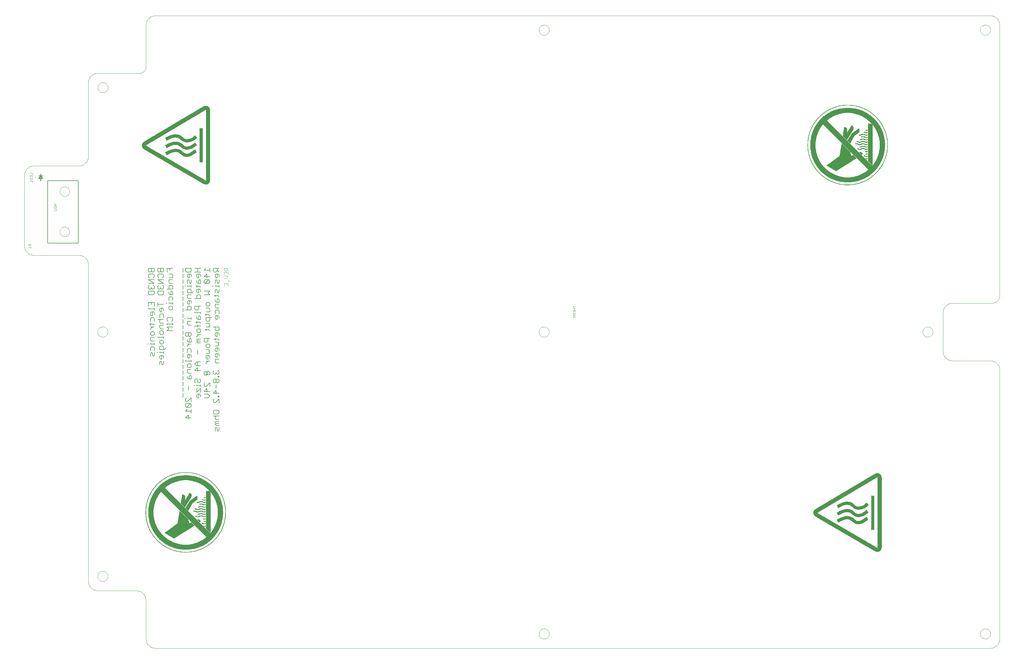
<source format=gbo>
G75*
%MOIN*%
%OFA0B0*%
%FSLAX24Y24*%
%IPPOS*%
%LPD*%
%AMOC8*
5,1,8,0,0,1.08239X$1,22.5*
%
%ADD10C,0.0060*%
%ADD11C,0.0040*%
%ADD12C,0.0000*%
%ADD13C,0.0030*%
%ADD14C,0.0100*%
%ADD15R,0.0079X0.0079*%
%ADD16R,0.0010X0.0020*%
%ADD17R,0.0010X0.0060*%
%ADD18R,0.0010X0.0040*%
%ADD19R,0.0010X0.0080*%
%ADD20R,0.0010X0.0120*%
%ADD21R,0.0010X0.0140*%
%ADD22R,0.0010X0.0220*%
%ADD23R,0.0010X0.0030*%
%ADD24R,0.0010X0.0340*%
%ADD25R,0.0010X0.0330*%
%ADD26R,0.0010X0.0170*%
%ADD27R,0.0010X0.0160*%
%ADD28R,0.0010X0.0010*%
%ADD29R,0.0010X0.0100*%
%ADD30R,0.0010X0.0050*%
%ADD31R,0.0010X0.0560*%
%ADD32R,0.0010X0.1010*%
%ADD33R,0.0010X0.1320*%
%ADD34R,0.0010X0.1580*%
%ADD35R,0.0010X0.1780*%
%ADD36R,0.0010X0.1980*%
%ADD37R,0.0010X0.2160*%
%ADD38R,0.0010X0.2320*%
%ADD39R,0.0010X0.2460*%
%ADD40R,0.0010X0.2600*%
%ADD41R,0.0010X0.2740*%
%ADD42R,0.0010X0.2860*%
%ADD43R,0.0010X0.2970*%
%ADD44R,0.0010X0.3080*%
%ADD45R,0.0010X0.3200*%
%ADD46R,0.0010X0.3300*%
%ADD47R,0.0010X0.3400*%
%ADD48R,0.0010X0.3500*%
%ADD49R,0.0010X0.3600*%
%ADD50R,0.0010X0.3700*%
%ADD51R,0.0010X0.3780*%
%ADD52R,0.0010X0.3880*%
%ADD53R,0.0010X0.3960*%
%ADD54R,0.0010X0.4040*%
%ADD55R,0.0010X0.4120*%
%ADD56R,0.0010X0.4200*%
%ADD57R,0.0010X0.4280*%
%ADD58R,0.0010X0.4360*%
%ADD59R,0.0010X0.4440*%
%ADD60R,0.0010X0.4500*%
%ADD61R,0.0010X0.4580*%
%ADD62R,0.0010X0.4640*%
%ADD63R,0.0010X0.2040*%
%ADD64R,0.0010X0.2020*%
%ADD65R,0.0010X0.1860*%
%ADD66R,0.0010X0.1890*%
%ADD67R,0.0010X0.1770*%
%ADD68R,0.0010X0.1690*%
%ADD69R,0.0010X0.1680*%
%ADD70R,0.0010X0.1630*%
%ADD71R,0.0010X0.1620*%
%ADD72R,0.0010X0.1560*%
%ADD73R,0.0010X0.1520*%
%ADD74R,0.0010X0.1480*%
%ADD75R,0.0010X0.1460*%
%ADD76R,0.0010X0.1440*%
%ADD77R,0.0010X0.1400*%
%ADD78R,0.0010X0.1360*%
%ADD79R,0.0010X0.1380*%
%ADD80R,0.0010X0.1340*%
%ADD81R,0.0010X0.1300*%
%ADD82R,0.0010X0.1280*%
%ADD83R,0.0010X0.1310*%
%ADD84R,0.0010X0.1270*%
%ADD85R,0.0010X0.1250*%
%ADD86R,0.0010X0.1230*%
%ADD87R,0.0010X0.1210*%
%ADD88R,0.0010X0.1190*%
%ADD89R,0.0010X0.1170*%
%ADD90R,0.0010X0.1150*%
%ADD91R,0.0010X0.1130*%
%ADD92R,0.0010X0.1110*%
%ADD93R,0.0010X0.1090*%
%ADD94R,0.0010X0.1070*%
%ADD95R,0.0010X0.1050*%
%ADD96R,0.0010X0.1030*%
%ADD97R,0.0010X0.0990*%
%ADD98R,0.0010X0.0970*%
%ADD99R,0.0010X0.0950*%
%ADD100R,0.0010X0.0940*%
%ADD101R,0.0010X0.0910*%
%ADD102R,0.0010X0.0930*%
%ADD103R,0.0010X0.4910*%
%ADD104R,0.0010X0.0920*%
%ADD105R,0.0010X0.4950*%
%ADD106R,0.0010X0.4990*%
%ADD107R,0.0010X0.4980*%
%ADD108R,0.0010X0.0890*%
%ADD109R,0.0010X0.5010*%
%ADD110R,0.0010X0.0870*%
%ADD111R,0.0010X0.4970*%
%ADD112R,0.0010X0.1160*%
%ADD113R,0.0010X0.1200*%
%ADD114R,0.0010X0.4930*%
%ADD115R,0.0010X0.0850*%
%ADD116R,0.0010X0.1240*%
%ADD117R,0.0010X0.4890*%
%ADD118R,0.0010X0.4870*%
%ADD119R,0.0010X0.4850*%
%ADD120R,0.0010X0.4830*%
%ADD121R,0.0010X0.0830*%
%ADD122R,0.0010X0.1420*%
%ADD123R,0.0010X0.4810*%
%ADD124R,0.0010X0.4790*%
%ADD125R,0.0010X0.4770*%
%ADD126R,0.0010X0.0810*%
%ADD127R,0.0010X0.4750*%
%ADD128R,0.0010X0.4730*%
%ADD129R,0.0010X0.4710*%
%ADD130R,0.0010X0.4690*%
%ADD131R,0.0010X0.0790*%
%ADD132R,0.0010X0.1660*%
%ADD133R,0.0010X0.4670*%
%ADD134R,0.0010X0.4650*%
%ADD135R,0.0010X0.1720*%
%ADD136R,0.0010X0.4630*%
%ADD137R,0.0010X0.4610*%
%ADD138R,0.0010X0.0770*%
%ADD139R,0.0010X0.0070*%
%ADD140R,0.0010X0.0750*%
%ADD141R,0.0010X0.0730*%
%ADD142R,0.0010X0.0710*%
%ADD143R,0.0010X0.0720*%
%ADD144R,0.0010X0.0960*%
%ADD145R,0.0010X0.0700*%
%ADD146R,0.0010X0.0690*%
%ADD147R,0.0010X0.0680*%
%ADD148R,0.0010X0.0200*%
%ADD149R,0.0010X0.0240*%
%ADD150R,0.0010X0.0180*%
%ADD151R,0.0010X0.0660*%
%ADD152R,0.0010X0.0280*%
%ADD153R,0.0010X0.0360*%
%ADD154R,0.0010X0.0420*%
%ADD155R,0.0010X0.0440*%
%ADD156R,0.0010X0.0430*%
%ADD157R,0.0010X0.0670*%
%ADD158R,0.0010X0.0450*%
%ADD159R,0.0010X0.0650*%
%ADD160R,0.0010X0.0470*%
%ADD161R,0.0010X0.0630*%
%ADD162R,0.0010X0.0640*%
%ADD163R,0.0010X0.0260*%
%ADD164R,0.0010X0.0310*%
%ADD165R,0.0010X0.0370*%
%ADD166R,0.0010X0.0410*%
%ADD167R,0.0010X0.0490*%
%ADD168R,0.0010X0.0510*%
%ADD169R,0.0010X0.0530*%
%ADD170R,0.0010X0.0570*%
%ADD171R,0.0010X0.0600*%
%ADD172R,0.0010X0.0610*%
%ADD173R,0.0010X0.0620*%
%ADD174R,0.0010X0.0400*%
%ADD175R,0.0010X0.0460*%
%ADD176R,0.0010X0.0500*%
%ADD177R,0.0010X0.0760*%
%ADD178R,0.0010X0.0740*%
%ADD179R,0.0010X0.0780*%
%ADD180R,0.0010X0.1290*%
%ADD181R,0.0010X0.1350*%
%ADD182R,0.0010X0.1390*%
%ADD183R,0.0010X0.1410*%
%ADD184R,0.0010X0.1450*%
%ADD185R,0.0010X0.1490*%
%ADD186R,0.0010X0.1510*%
%ADD187R,0.0010X0.0350*%
%ADD188R,0.0010X0.1550*%
%ADD189R,0.0010X0.1570*%
%ADD190R,0.0010X0.0250*%
%ADD191R,0.0010X0.1610*%
%ADD192R,0.0010X0.0210*%
%ADD193R,0.0010X0.1650*%
%ADD194R,0.0010X0.0150*%
%ADD195R,0.0010X0.1670*%
%ADD196R,0.0010X0.0110*%
%ADD197R,0.0010X0.1710*%
%ADD198R,0.0010X0.1750*%
%ADD199R,0.0010X0.1810*%
%ADD200R,0.0010X0.1850*%
%ADD201R,0.0010X0.1870*%
%ADD202R,0.0010X0.0800*%
%ADD203R,0.0010X0.1910*%
%ADD204R,0.0010X0.0860*%
%ADD205R,0.0010X0.1920*%
%ADD206R,0.0010X0.1960*%
%ADD207R,0.0010X0.2000*%
%ADD208R,0.0010X0.2060*%
%ADD209R,0.0010X0.2090*%
%ADD210R,0.0010X0.1370*%
%ADD211R,0.0010X0.2110*%
%ADD212R,0.0010X0.2150*%
%ADD213R,0.0010X0.2170*%
%ADD214R,0.0010X0.2210*%
%ADD215R,0.0010X0.1330*%
%ADD216R,0.0010X0.2250*%
%ADD217R,0.0010X0.2270*%
%ADD218R,0.0010X0.2310*%
%ADD219R,0.0010X0.2350*%
%ADD220R,0.0010X0.2370*%
%ADD221R,0.0010X0.2410*%
%ADD222R,0.0010X0.2450*%
%ADD223R,0.0010X0.2470*%
%ADD224R,0.0010X0.2510*%
%ADD225R,0.0010X0.2530*%
%ADD226R,0.0010X0.2570*%
%ADD227R,0.0010X0.0380*%
%ADD228R,0.0010X0.2610*%
%ADD229R,0.0010X0.2630*%
%ADD230R,0.0010X0.2670*%
%ADD231R,0.0010X0.2710*%
%ADD232R,0.0010X0.2730*%
%ADD233R,0.0010X0.2770*%
%ADD234R,0.0010X0.2790*%
%ADD235R,0.0010X0.2830*%
%ADD236R,0.0010X0.2870*%
%ADD237R,0.0010X0.2890*%
%ADD238R,0.0010X0.2930*%
%ADD239R,0.0010X0.2390*%
%ADD240R,0.0010X0.2300*%
%ADD241R,0.0010X0.1840*%
%ADD242R,0.0010X0.1740*%
%ADD243R,0.0010X0.1640*%
%ADD244R,0.0010X0.1530*%
%ADD245R,0.0010X0.1470*%
%ADD246R,0.0010X0.1430*%
%ADD247R,0.0010X0.0390*%
%ADD248R,0.0010X0.0270*%
%ADD249R,0.0010X0.1700*%
%ADD250R,0.0010X0.1600*%
%ADD251R,0.0010X0.1540*%
%ADD252R,0.0010X0.1500*%
%ADD253R,0.0010X0.1260*%
%ADD254R,0.0010X0.1220*%
%ADD255R,0.0010X0.1180*%
%ADD256R,0.0010X0.1140*%
%ADD257R,0.0010X0.1120*%
%ADD258R,0.0010X0.1080*%
%ADD259R,0.0010X0.1040*%
%ADD260R,0.0010X0.1000*%
%ADD261R,0.0010X0.0980*%
%ADD262R,0.0010X0.1830*%
%ADD263R,0.0010X0.1940*%
%ADD264R,0.0010X0.2220*%
%ADD265R,0.0010X0.4600*%
%ADD266R,0.0010X0.4540*%
%ADD267R,0.0010X0.4460*%
%ADD268R,0.0010X0.4380*%
%ADD269R,0.0010X0.4320*%
%ADD270R,0.0010X0.4240*%
%ADD271R,0.0010X0.4160*%
%ADD272R,0.0010X0.4080*%
%ADD273R,0.0010X0.4000*%
%ADD274R,0.0010X0.3900*%
%ADD275R,0.0010X0.3820*%
%ADD276R,0.0010X0.3740*%
%ADD277R,0.0010X0.3640*%
%ADD278R,0.0010X0.3540*%
%ADD279R,0.0010X0.3440*%
%ADD280R,0.0010X0.3340*%
%ADD281R,0.0010X0.3240*%
%ADD282R,0.0010X0.3140*%
%ADD283R,0.0010X0.3030*%
%ADD284R,0.0010X0.2910*%
%ADD285R,0.0010X0.2800*%
%ADD286R,0.0010X0.2660*%
%ADD287R,0.0010X0.2520*%
%ADD288R,0.0010X0.2380*%
%ADD289R,0.0010X0.1880*%
%ADD290R,0.0010X0.8620*%
%ADD291R,0.0010X0.8890*%
%ADD292R,0.0010X0.9000*%
%ADD293R,0.0010X0.9120*%
%ADD294R,0.0010X0.9200*%
%ADD295R,0.0010X0.9240*%
%ADD296R,0.0010X0.9320*%
%ADD297R,0.0010X0.9360*%
%ADD298R,0.0010X0.9400*%
%ADD299R,0.0010X0.9440*%
%ADD300R,0.0010X0.9480*%
%ADD301R,0.0010X0.9520*%
%ADD302R,0.0010X0.9560*%
%ADD303R,0.0010X0.9600*%
%ADD304R,0.0010X0.9640*%
%ADD305R,0.0010X0.9680*%
%ADD306R,0.0010X0.0550*%
%ADD307R,0.0010X0.4220*%
%ADD308R,0.0010X0.0580*%
%ADD309R,0.0010X0.0300*%
%ADD310R,0.0010X0.0480*%
%ADD311R,0.0010X0.0520*%
%ADD312R,0.0010X0.0540*%
%ADD313C,0.0050*%
D10*
X026910Y031253D02*
X026910Y031603D01*
X027027Y031720D01*
X027143Y031603D01*
X027143Y031370D01*
X027260Y031253D01*
X027377Y031370D01*
X027377Y031720D01*
X027377Y031953D02*
X027027Y031953D01*
X026910Y032069D01*
X027027Y032186D01*
X027377Y032186D01*
X027377Y032420D02*
X026910Y032420D01*
X026910Y032303D01*
X027027Y032186D01*
X027027Y032652D02*
X027377Y032652D01*
X027027Y032652D02*
X026910Y032769D01*
X026910Y033003D01*
X027027Y033119D01*
X027260Y033352D02*
X026793Y033352D01*
X026676Y033469D01*
X026676Y033702D01*
X026793Y033819D01*
X027260Y033819D01*
X027377Y033702D01*
X027377Y033469D01*
X027260Y033352D01*
X027377Y033119D02*
X026676Y033119D01*
X026793Y034752D02*
X026676Y034869D01*
X026676Y035102D01*
X026793Y035219D01*
X026793Y034752D02*
X026910Y034752D01*
X027377Y035219D01*
X027377Y034752D01*
X027377Y035452D02*
X027377Y035569D01*
X027260Y035569D01*
X027260Y035452D01*
X027377Y035452D01*
X027377Y035918D02*
X026676Y035918D01*
X027027Y036269D01*
X027027Y035801D01*
X027027Y036501D02*
X027027Y036968D01*
X027143Y037201D02*
X027260Y037201D01*
X027377Y037318D01*
X027377Y037551D01*
X027260Y037668D01*
X027143Y037668D01*
X027027Y037551D01*
X027027Y037318D01*
X027143Y037201D01*
X027027Y037318D02*
X026910Y037201D01*
X026793Y037201D01*
X026676Y037318D01*
X026676Y037551D01*
X026793Y037668D01*
X026910Y037668D01*
X027027Y037551D01*
X027260Y037901D02*
X027377Y037901D01*
X027377Y038018D01*
X027260Y038018D01*
X027260Y037901D01*
X027260Y038251D02*
X027377Y038368D01*
X027377Y038601D01*
X027260Y038718D01*
X027027Y038484D02*
X027027Y038368D01*
X027143Y038251D01*
X027260Y038251D01*
X027027Y038368D02*
X026910Y038251D01*
X026793Y038251D01*
X026676Y038368D01*
X026676Y038601D01*
X026793Y038718D01*
X026237Y038484D02*
X026120Y038601D01*
X025653Y038601D01*
X025536Y038484D01*
X025536Y038251D01*
X025653Y038134D01*
X025887Y038134D01*
X026003Y038251D01*
X025770Y038251D01*
X025770Y038484D01*
X026003Y038484D01*
X026003Y038251D01*
X026120Y038134D02*
X026237Y038251D01*
X026237Y038484D01*
X025770Y039534D02*
X025770Y039651D01*
X026003Y039884D01*
X026003Y040117D02*
X026003Y040584D01*
X025887Y040584D02*
X025770Y040467D01*
X025770Y040234D01*
X025887Y040117D01*
X026003Y040117D01*
X026237Y040234D02*
X026237Y040467D01*
X026120Y040584D01*
X025887Y040584D01*
X025770Y040817D02*
X026120Y040817D01*
X026237Y040933D01*
X026120Y041050D01*
X026237Y041167D01*
X026120Y041284D01*
X025770Y041284D01*
X025887Y041516D02*
X025770Y041633D01*
X025770Y041867D01*
X025887Y041984D01*
X026120Y041984D01*
X026237Y041867D01*
X026237Y041633D01*
X026120Y041516D01*
X025887Y041516D01*
X025887Y042216D02*
X026003Y042333D01*
X026003Y042683D01*
X026237Y042683D02*
X025536Y042683D01*
X025536Y042333D01*
X025653Y042216D01*
X025887Y042216D01*
X025097Y042100D02*
X024747Y042100D01*
X024630Y042216D01*
X024747Y042333D01*
X025097Y042333D01*
X025097Y042567D02*
X024630Y042567D01*
X024630Y042450D01*
X024747Y042333D01*
X024630Y042800D02*
X024630Y042916D01*
X024863Y043150D01*
X024630Y043150D02*
X025097Y043150D01*
X024980Y043383D02*
X024747Y043383D01*
X024630Y043499D01*
X024630Y043733D01*
X024747Y043850D01*
X024980Y043850D01*
X025097Y043733D01*
X025097Y043499D01*
X024980Y043383D01*
X024747Y044083D02*
X024747Y044316D01*
X024630Y044549D02*
X024630Y044783D01*
X024513Y044666D02*
X024980Y044666D01*
X025097Y044549D01*
X025097Y044199D02*
X024513Y044199D01*
X024396Y044083D01*
X023957Y044316D02*
X023607Y044316D01*
X023490Y044432D01*
X023490Y044783D01*
X023957Y044783D01*
X023957Y045016D02*
X023957Y045249D01*
X023957Y045133D02*
X023490Y045133D01*
X023490Y045249D01*
X023256Y045133D02*
X023140Y045133D01*
X022934Y045249D02*
X022934Y045716D01*
X022934Y045949D02*
X022934Y046416D01*
X022934Y046648D02*
X022934Y047115D01*
X022934Y047348D02*
X022934Y047815D01*
X022934Y048048D02*
X022934Y048515D01*
X022934Y048748D02*
X022934Y049215D01*
X022934Y049448D02*
X022934Y049915D01*
X022934Y050147D02*
X022934Y050614D01*
X022934Y050847D02*
X022934Y051314D01*
X023256Y051314D02*
X023256Y050964D01*
X023373Y050847D01*
X023840Y050847D01*
X023957Y050964D01*
X023957Y051314D01*
X023256Y051314D01*
X023607Y050614D02*
X023490Y050498D01*
X023490Y050264D01*
X023607Y050147D01*
X023723Y050147D01*
X023723Y050614D01*
X023607Y050614D02*
X023840Y050614D01*
X023957Y050498D01*
X023957Y050264D01*
X023957Y049915D02*
X023957Y049564D01*
X023840Y049448D01*
X023723Y049564D01*
X023723Y049798D01*
X023607Y049915D01*
X023490Y049798D01*
X023490Y049448D01*
X023490Y049215D02*
X023490Y049098D01*
X023957Y049098D01*
X023957Y049215D02*
X023957Y048981D01*
X023840Y048748D02*
X023957Y048631D01*
X023957Y048281D01*
X024074Y048281D02*
X023490Y048281D01*
X023490Y048631D01*
X023607Y048748D01*
X023840Y048748D01*
X024190Y048515D02*
X024190Y048398D01*
X024074Y048281D01*
X023957Y048048D02*
X023490Y048048D01*
X023490Y047698D01*
X023607Y047581D01*
X023957Y047581D01*
X023840Y047349D02*
X023607Y047349D01*
X023490Y047232D01*
X023490Y046998D01*
X023607Y046882D01*
X023723Y046882D01*
X023723Y047349D01*
X023840Y047349D02*
X023957Y047232D01*
X023957Y046998D01*
X023840Y046649D02*
X023607Y046649D01*
X023490Y046532D01*
X023490Y046182D01*
X023256Y046182D02*
X023957Y046182D01*
X023957Y046532D01*
X023840Y046649D01*
X024396Y046649D02*
X024396Y046299D01*
X024513Y046182D01*
X024747Y046182D01*
X024863Y046299D01*
X024863Y046649D01*
X025097Y046649D02*
X024396Y046649D01*
X024396Y045949D02*
X024396Y045832D01*
X025097Y045832D01*
X025097Y045716D02*
X025097Y045949D01*
X024980Y045483D02*
X024863Y045366D01*
X024863Y045015D01*
X024747Y045015D02*
X025097Y045015D01*
X025097Y045366D01*
X024980Y045483D01*
X024630Y045366D02*
X024630Y045132D01*
X024747Y045015D01*
X025770Y044899D02*
X025887Y044782D01*
X026120Y044782D01*
X026237Y044899D01*
X026237Y045249D01*
X026237Y045482D02*
X026120Y045599D01*
X025653Y045599D01*
X025770Y045716D02*
X025770Y045482D01*
X025770Y045249D02*
X025770Y044899D01*
X025770Y044549D02*
X026120Y044549D01*
X026237Y044433D01*
X026237Y044082D01*
X025770Y044082D01*
X025770Y043850D02*
X025770Y043616D01*
X025653Y043733D02*
X026120Y043733D01*
X026237Y043616D01*
X026676Y044083D02*
X027377Y044083D01*
X027377Y043733D01*
X027260Y043616D01*
X027027Y043616D01*
X026910Y043733D01*
X026910Y044083D01*
X027027Y043383D02*
X026910Y043266D01*
X026910Y043033D01*
X027027Y042916D01*
X027143Y042916D01*
X027143Y043383D01*
X027027Y043383D02*
X027260Y043383D01*
X027377Y043266D01*
X027377Y043033D01*
X027260Y042567D02*
X027377Y042450D01*
X027260Y042567D02*
X026793Y042567D01*
X026910Y042683D02*
X026910Y042450D01*
X026910Y042217D02*
X027260Y042217D01*
X027377Y042100D01*
X027260Y041983D01*
X027377Y041867D01*
X027260Y041750D01*
X026910Y041750D01*
X027027Y041517D02*
X026910Y041400D01*
X026910Y041167D01*
X027027Y041050D01*
X027143Y041050D01*
X027143Y041517D01*
X027027Y041517D02*
X027260Y041517D01*
X027377Y041400D01*
X027377Y041167D01*
X027260Y040817D02*
X027027Y040817D01*
X026910Y040700D01*
X026910Y040467D01*
X027027Y040350D01*
X027143Y040350D01*
X027143Y040817D01*
X027260Y040817D02*
X027377Y040700D01*
X027377Y040467D01*
X027377Y040117D02*
X026910Y040117D01*
X026910Y039767D01*
X027027Y039650D01*
X027377Y039650D01*
X026237Y039884D02*
X025770Y039884D01*
X025097Y039768D02*
X024630Y039768D01*
X024396Y039534D01*
X024630Y039300D01*
X025097Y039300D01*
X024747Y039300D02*
X024747Y039768D01*
X024747Y039068D02*
X024747Y038601D01*
X025097Y038717D02*
X024396Y038717D01*
X024747Y039068D01*
X023957Y039184D02*
X023840Y039067D01*
X023607Y039067D01*
X023490Y039184D01*
X023490Y039417D01*
X023607Y039534D01*
X023840Y039534D01*
X023957Y039417D01*
X023957Y039184D01*
X023957Y038834D02*
X023490Y038834D01*
X023490Y038484D01*
X023607Y038367D01*
X023957Y038367D01*
X023840Y038135D02*
X023723Y038018D01*
X023723Y037668D01*
X023607Y037668D02*
X023957Y037668D01*
X023957Y038018D01*
X023840Y038135D01*
X023490Y038018D02*
X023490Y037784D01*
X023607Y037668D01*
X022934Y037551D02*
X022934Y038018D01*
X022934Y038251D02*
X022934Y038718D01*
X022934Y038951D02*
X022934Y039418D01*
X022934Y039650D02*
X022934Y040117D01*
X022934Y040350D02*
X022934Y040817D01*
X022934Y041050D02*
X022934Y041517D01*
X022934Y041750D02*
X022934Y042217D01*
X022934Y042450D02*
X022934Y042917D01*
X022934Y043149D02*
X022934Y043616D01*
X022934Y043849D02*
X022934Y044316D01*
X022934Y044549D02*
X022934Y045016D01*
X021677Y045133D02*
X021677Y044899D01*
X021560Y044782D01*
X021677Y044549D02*
X021677Y044316D01*
X021677Y044433D02*
X020976Y044433D01*
X020976Y044549D02*
X020976Y044316D01*
X020976Y044083D02*
X021210Y043849D01*
X020976Y043616D01*
X021677Y043616D01*
X021677Y044083D02*
X020976Y044083D01*
X020537Y044316D02*
X020070Y044316D01*
X020070Y043966D01*
X020187Y043849D01*
X020537Y043849D01*
X020420Y043616D02*
X020537Y043500D01*
X020537Y043266D01*
X020420Y043149D01*
X020187Y043149D01*
X020070Y043266D01*
X020070Y043500D01*
X020187Y043616D01*
X020420Y043616D01*
X020537Y042917D02*
X020537Y042683D01*
X020537Y042800D02*
X019836Y042800D01*
X019836Y042917D01*
X019397Y042800D02*
X018930Y042800D01*
X018930Y042450D01*
X019047Y042333D01*
X019397Y042333D01*
X019397Y042100D02*
X019397Y041867D01*
X019397Y041983D02*
X018930Y041983D01*
X018930Y042100D01*
X018696Y041983D02*
X018580Y041983D01*
X018930Y041517D02*
X019047Y041634D01*
X019280Y041634D01*
X019397Y041517D01*
X019397Y041167D01*
X019397Y040934D02*
X019397Y040584D01*
X019280Y040467D01*
X019163Y040584D01*
X019163Y040817D01*
X019047Y040934D01*
X018930Y040817D01*
X018930Y040467D01*
X018930Y041167D02*
X018930Y041517D01*
X019720Y040934D02*
X019836Y040934D01*
X020070Y040934D02*
X020537Y040934D01*
X020537Y041050D02*
X020537Y040817D01*
X020420Y040584D02*
X020187Y040584D01*
X020070Y040467D01*
X020070Y040234D01*
X020187Y040117D01*
X020303Y040117D01*
X020303Y040584D01*
X020420Y040584D02*
X020537Y040467D01*
X020537Y040234D01*
X020537Y039884D02*
X020537Y039534D01*
X020420Y039417D01*
X020303Y039534D01*
X020303Y039767D01*
X020187Y039884D01*
X020070Y039767D01*
X020070Y039417D01*
X020070Y040934D02*
X020070Y041050D01*
X020070Y041283D02*
X020070Y041634D01*
X020187Y041750D01*
X020420Y041750D01*
X020537Y041634D01*
X020537Y041283D01*
X020654Y041283D02*
X020070Y041283D01*
X020654Y041283D02*
X020770Y041400D01*
X020770Y041517D01*
X020420Y041983D02*
X020187Y041983D01*
X020070Y042100D01*
X020070Y042333D01*
X020187Y042450D01*
X020420Y042450D01*
X020537Y042333D01*
X020537Y042100D01*
X020420Y041983D01*
X019280Y043033D02*
X019047Y043033D01*
X018930Y043149D01*
X018930Y043383D01*
X019047Y043500D01*
X019280Y043500D01*
X019397Y043383D01*
X019397Y043149D01*
X019280Y043033D01*
X018930Y043733D02*
X018930Y043849D01*
X019163Y044083D01*
X018930Y044083D02*
X019397Y044083D01*
X019397Y044316D02*
X019280Y044433D01*
X018813Y044433D01*
X018930Y044549D02*
X018930Y044316D01*
X018930Y044782D02*
X018930Y045133D01*
X019047Y045249D01*
X019280Y045249D01*
X019397Y045133D01*
X019397Y044782D01*
X019836Y045016D02*
X020537Y045016D01*
X020537Y045249D02*
X020537Y045599D01*
X020420Y045716D01*
X020187Y045716D01*
X020070Y045599D01*
X020070Y045249D01*
X020187Y045016D02*
X020070Y044899D01*
X020070Y044666D01*
X020187Y044549D01*
X020537Y044549D01*
X020976Y044899D02*
X020976Y045133D01*
X021093Y045249D01*
X021560Y045249D01*
X021677Y045133D01*
X021093Y044782D02*
X020976Y044899D01*
X020537Y046065D02*
X020537Y046299D01*
X020420Y046416D01*
X020187Y046416D01*
X020070Y046299D01*
X020070Y046065D01*
X020187Y045949D01*
X020303Y045949D01*
X020303Y046416D01*
X019836Y046648D02*
X019836Y047115D01*
X019836Y046882D02*
X020537Y046882D01*
X020860Y046999D02*
X020976Y046999D01*
X021210Y046999D02*
X021677Y046999D01*
X021677Y047115D02*
X021677Y046882D01*
X021560Y046649D02*
X021677Y046532D01*
X021677Y046299D01*
X021560Y046182D01*
X021327Y046182D01*
X021210Y046299D01*
X021210Y046532D01*
X021327Y046649D01*
X021560Y046649D01*
X021210Y046999D02*
X021210Y047115D01*
X021210Y047348D02*
X021210Y047698D01*
X021327Y047815D01*
X021560Y047815D01*
X021677Y047698D01*
X021677Y047348D01*
X021677Y048048D02*
X021677Y048398D01*
X021560Y048515D01*
X021443Y048398D01*
X021443Y048048D01*
X021327Y048048D02*
X021677Y048048D01*
X021327Y048048D02*
X021210Y048165D01*
X021210Y048398D01*
X021210Y048748D02*
X021210Y049098D01*
X021327Y049215D01*
X021560Y049215D01*
X021677Y049098D01*
X021677Y048748D01*
X020976Y048748D01*
X020537Y048864D02*
X020537Y049098D01*
X020420Y049215D01*
X020537Y049448D02*
X019836Y049448D01*
X019953Y049215D02*
X019836Y049098D01*
X019836Y048864D01*
X019953Y048748D01*
X020070Y048748D01*
X020187Y048864D01*
X020303Y048748D01*
X020420Y048748D01*
X020537Y048864D01*
X020537Y048515D02*
X020537Y048165D01*
X020420Y048048D01*
X019953Y048048D01*
X019836Y048165D01*
X019836Y048515D01*
X020537Y048515D01*
X020187Y048864D02*
X020187Y048981D01*
X020537Y049448D02*
X019836Y049915D01*
X020537Y049915D01*
X020420Y050147D02*
X020537Y050264D01*
X020537Y050498D01*
X020420Y050614D01*
X019953Y050614D01*
X019836Y050498D01*
X019836Y050264D01*
X019953Y050147D01*
X019397Y050264D02*
X019280Y050147D01*
X019397Y050264D02*
X019397Y050498D01*
X019280Y050614D01*
X018813Y050614D01*
X018696Y050498D01*
X018696Y050264D01*
X018813Y050147D01*
X018696Y049915D02*
X019397Y049448D01*
X018696Y049448D01*
X018813Y049215D02*
X018696Y049098D01*
X018696Y048864D01*
X018813Y048748D01*
X018930Y048748D01*
X019047Y048864D01*
X019163Y048748D01*
X019280Y048748D01*
X019397Y048864D01*
X019397Y049098D01*
X019280Y049215D01*
X019047Y048981D02*
X019047Y048864D01*
X019397Y048515D02*
X019397Y048165D01*
X019280Y048048D01*
X018813Y048048D01*
X018696Y048165D01*
X018696Y048515D01*
X019397Y048515D01*
X019397Y049915D02*
X018696Y049915D01*
X018813Y050847D02*
X018930Y050847D01*
X019047Y050964D01*
X019047Y051314D01*
X019397Y051314D02*
X019397Y050964D01*
X019280Y050847D01*
X019163Y050847D01*
X019047Y050964D01*
X018813Y050847D02*
X018696Y050964D01*
X018696Y051314D01*
X019397Y051314D01*
X019836Y051314D02*
X019836Y050964D01*
X019953Y050847D01*
X020070Y050847D01*
X020187Y050964D01*
X020187Y051314D01*
X020537Y051314D02*
X020537Y050964D01*
X020420Y050847D01*
X020303Y050847D01*
X020187Y050964D01*
X020537Y051314D02*
X019836Y051314D01*
X020976Y051314D02*
X020976Y050847D01*
X021210Y050614D02*
X021560Y050614D01*
X021677Y050498D01*
X021677Y050147D01*
X021210Y050147D01*
X021210Y049915D02*
X021210Y049564D01*
X021327Y049448D01*
X021677Y049448D01*
X021677Y049915D02*
X021210Y049915D01*
X023140Y049098D02*
X023256Y049098D01*
X024513Y049098D02*
X024980Y049098D01*
X025097Y048981D01*
X024980Y048748D02*
X024747Y048748D01*
X024630Y048631D01*
X024630Y048398D01*
X024747Y048281D01*
X024863Y048281D01*
X024863Y048748D01*
X024980Y048748D02*
X025097Y048631D01*
X025097Y048398D01*
X024980Y048048D02*
X024747Y048048D01*
X024630Y047932D01*
X024630Y047581D01*
X024396Y047581D02*
X025097Y047581D01*
X025097Y047932D01*
X024980Y048048D01*
X025536Y048048D02*
X026237Y048048D01*
X026003Y048281D01*
X026237Y048515D01*
X025536Y048515D01*
X025653Y049448D02*
X026120Y049915D01*
X026237Y049798D01*
X026237Y049564D01*
X026120Y049448D01*
X025653Y049448D01*
X025536Y049564D01*
X025536Y049798D01*
X025653Y049915D01*
X026120Y049915D01*
X025887Y050147D02*
X025887Y050614D01*
X025536Y050264D01*
X026237Y050264D01*
X026237Y050847D02*
X026237Y051314D01*
X026237Y051081D02*
X025536Y051081D01*
X025770Y051314D01*
X025097Y051314D02*
X024396Y051314D01*
X024747Y051314D02*
X024747Y050847D01*
X024747Y050614D02*
X024630Y050498D01*
X024630Y050264D01*
X024747Y050147D01*
X024863Y050147D01*
X024863Y050614D01*
X024747Y050614D02*
X024980Y050614D01*
X025097Y050498D01*
X025097Y050264D01*
X024980Y049915D02*
X024863Y049798D01*
X024863Y049448D01*
X024747Y049448D02*
X025097Y049448D01*
X025097Y049798D01*
X024980Y049915D01*
X024630Y049798D02*
X024630Y049564D01*
X024747Y049448D01*
X024630Y049215D02*
X024630Y048981D01*
X024396Y050847D02*
X025097Y050847D01*
X026676Y050964D02*
X026793Y050847D01*
X027027Y050847D01*
X027143Y050964D01*
X027143Y051314D01*
X027143Y051081D02*
X027377Y050847D01*
X027260Y050614D02*
X027027Y050614D01*
X026910Y050498D01*
X026910Y050264D01*
X027027Y050147D01*
X027143Y050147D01*
X027143Y050614D01*
X027260Y050614D02*
X027377Y050498D01*
X027377Y050264D01*
X027377Y049915D02*
X027377Y049564D01*
X027260Y049448D01*
X027143Y049564D01*
X027143Y049798D01*
X027027Y049915D01*
X026910Y049798D01*
X026910Y049448D01*
X026910Y049215D02*
X026910Y049098D01*
X027377Y049098D01*
X027377Y049215D02*
X027377Y048981D01*
X027377Y048748D02*
X027377Y048398D01*
X027260Y048281D01*
X027143Y048398D01*
X027143Y048631D01*
X027027Y048748D01*
X026910Y048631D01*
X026910Y048281D01*
X026910Y048048D02*
X026910Y047815D01*
X026793Y047932D02*
X027260Y047932D01*
X027377Y047815D01*
X027260Y047582D02*
X027143Y047465D01*
X027143Y047115D01*
X027027Y047115D02*
X027377Y047115D01*
X027377Y047465D01*
X027260Y047582D01*
X026910Y047465D02*
X026910Y047232D01*
X027027Y047115D01*
X026910Y046882D02*
X026910Y046532D01*
X027027Y046415D01*
X027377Y046415D01*
X027260Y046182D02*
X027377Y046066D01*
X027377Y045715D01*
X027260Y045483D02*
X027027Y045483D01*
X026910Y045366D01*
X026910Y045132D01*
X027027Y045015D01*
X027143Y045015D01*
X027143Y045483D01*
X027260Y045483D02*
X027377Y045366D01*
X027377Y045132D01*
X026910Y045715D02*
X026910Y046066D01*
X027027Y046182D01*
X027260Y046182D01*
X027377Y046882D02*
X026910Y046882D01*
X026237Y046999D02*
X026120Y047115D01*
X025887Y047115D01*
X025770Y046999D01*
X025770Y046765D01*
X025887Y046648D01*
X026120Y046648D01*
X026237Y046765D01*
X026237Y046999D01*
X026120Y046416D02*
X026237Y046299D01*
X026237Y045949D01*
X025770Y045949D01*
X025770Y046416D02*
X026120Y046416D01*
X026470Y045249D02*
X025770Y045249D01*
X023957Y043383D02*
X023256Y043383D01*
X023256Y043033D01*
X023373Y042916D01*
X023490Y042916D01*
X023607Y043033D01*
X023607Y043383D01*
X023957Y043383D02*
X023957Y043033D01*
X023840Y042916D01*
X023723Y042916D01*
X023607Y043033D01*
X023840Y042683D02*
X023723Y042567D01*
X023723Y042216D01*
X023607Y042216D02*
X023957Y042216D01*
X023957Y042567D01*
X023840Y042683D01*
X023490Y042567D02*
X023490Y042333D01*
X023607Y042216D01*
X023723Y041984D02*
X023490Y041750D01*
X023490Y041633D01*
X023607Y041400D02*
X023490Y041284D01*
X023490Y040933D01*
X023607Y040701D02*
X023490Y040584D01*
X023490Y040350D01*
X023607Y040234D01*
X023723Y040234D01*
X023723Y040701D01*
X023607Y040701D02*
X023840Y040701D01*
X023957Y040584D01*
X023957Y040350D01*
X023957Y040001D02*
X023957Y039767D01*
X023957Y039884D02*
X023256Y039884D01*
X023256Y040001D01*
X023957Y040933D02*
X023957Y041284D01*
X023840Y041400D01*
X023607Y041400D01*
X023490Y041984D02*
X023957Y041984D01*
X024747Y041167D02*
X024747Y040700D01*
X024630Y037668D02*
X024747Y037551D01*
X024747Y037318D01*
X024863Y037201D01*
X024980Y037201D01*
X025097Y037318D01*
X025097Y037551D01*
X024980Y037668D01*
X024630Y037668D02*
X024513Y037668D01*
X024396Y037551D01*
X024396Y037318D01*
X024513Y037201D01*
X024630Y036968D02*
X024630Y036852D01*
X025097Y036852D01*
X025097Y036968D02*
X025097Y036735D01*
X025097Y036502D02*
X025097Y036035D01*
X024980Y035802D02*
X024747Y035802D01*
X024630Y035685D01*
X024630Y035452D01*
X024747Y035335D01*
X024863Y035335D01*
X024863Y035802D01*
X024980Y035802D02*
X025097Y035685D01*
X025097Y035452D01*
X025536Y035335D02*
X026003Y035335D01*
X026237Y035568D01*
X026003Y035802D01*
X025536Y035802D01*
X025536Y036152D02*
X025887Y036502D01*
X025887Y036035D01*
X026237Y036152D02*
X025536Y036152D01*
X025097Y036502D02*
X024630Y036035D01*
X024630Y036502D01*
X024396Y036852D02*
X024280Y036852D01*
X023607Y036735D02*
X023607Y036268D01*
X022934Y036151D02*
X022934Y036618D01*
X022934Y036851D02*
X022934Y037318D01*
X022934Y035919D02*
X022934Y035452D01*
X023256Y035219D02*
X023373Y035335D01*
X023256Y035219D02*
X023256Y034985D01*
X023373Y034868D01*
X023490Y034868D01*
X023957Y035335D01*
X023957Y034868D01*
X023840Y034636D02*
X023373Y034169D01*
X023840Y034169D01*
X023957Y034285D01*
X023957Y034519D01*
X023840Y034636D01*
X023373Y034636D01*
X023256Y034519D01*
X023256Y034285D01*
X023373Y034169D01*
X023490Y033936D02*
X023256Y033702D01*
X023957Y033702D01*
X023957Y033469D02*
X023957Y033936D01*
X023607Y033236D02*
X023256Y032886D01*
X023957Y032886D01*
X023607Y032769D02*
X023607Y033236D01*
X025653Y036735D02*
X025536Y036851D01*
X025536Y037085D01*
X025653Y037202D01*
X025653Y036735D02*
X025770Y036735D01*
X026237Y037202D01*
X026237Y036735D01*
X019397Y045599D02*
X019397Y045832D01*
X019280Y045949D01*
X019047Y045949D01*
X018930Y045832D01*
X018930Y045599D01*
X019047Y045482D01*
X019163Y045482D01*
X019163Y045949D01*
X019397Y046182D02*
X019397Y046416D01*
X019397Y046299D02*
X018696Y046299D01*
X018696Y046416D01*
X018696Y046648D02*
X018696Y047115D01*
X019397Y047115D01*
X019397Y046648D01*
X019047Y046882D02*
X019047Y047115D01*
X021327Y051081D02*
X021327Y051314D01*
X021677Y051314D02*
X020976Y051314D01*
X026676Y051314D02*
X026676Y050964D01*
X026676Y051314D02*
X027377Y051314D01*
X026676Y049098D02*
X026560Y049098D01*
D11*
X028028Y049149D02*
X028028Y049456D01*
X028488Y049456D01*
X028488Y049149D01*
X028258Y049303D02*
X028258Y049456D01*
X028565Y049610D02*
X028565Y049917D01*
X028335Y050070D02*
X028028Y050070D01*
X028335Y050070D02*
X028488Y050224D01*
X028335Y050377D01*
X028028Y050377D01*
X028028Y050531D02*
X028028Y050837D01*
X028488Y050837D01*
X028488Y050531D01*
X028258Y050684D02*
X028258Y050837D01*
X028258Y050991D02*
X028335Y051068D01*
X028335Y051298D01*
X028488Y051298D02*
X028028Y051298D01*
X028028Y051068D01*
X028104Y050991D01*
X028258Y050991D01*
X028335Y051144D02*
X028488Y050991D01*
D12*
X017193Y011579D02*
X012470Y011579D01*
X012404Y011581D01*
X012338Y011586D01*
X012272Y011596D01*
X012207Y011609D01*
X012143Y011625D01*
X012080Y011645D01*
X012018Y011669D01*
X011958Y011696D01*
X011899Y011726D01*
X011842Y011760D01*
X011787Y011797D01*
X011734Y011837D01*
X011683Y011879D01*
X011635Y011925D01*
X011589Y011973D01*
X011547Y012024D01*
X011507Y012077D01*
X011470Y012132D01*
X011436Y012189D01*
X011406Y012248D01*
X011379Y012308D01*
X011355Y012370D01*
X011335Y012433D01*
X011319Y012497D01*
X011306Y012562D01*
X011296Y012628D01*
X011291Y012694D01*
X011289Y012760D01*
X011289Y051737D01*
X011288Y051737D02*
X011286Y051803D01*
X011281Y051869D01*
X011271Y051935D01*
X011258Y052000D01*
X011242Y052064D01*
X011222Y052127D01*
X011198Y052189D01*
X011171Y052249D01*
X011141Y052308D01*
X011107Y052365D01*
X011070Y052420D01*
X011030Y052473D01*
X010988Y052524D01*
X010942Y052572D01*
X010894Y052618D01*
X010843Y052660D01*
X010790Y052700D01*
X010735Y052737D01*
X010678Y052771D01*
X010619Y052801D01*
X010559Y052828D01*
X010497Y052852D01*
X010434Y052872D01*
X010370Y052888D01*
X010305Y052901D01*
X010239Y052911D01*
X010173Y052916D01*
X010107Y052918D01*
X010107Y052919D02*
X004596Y052919D01*
X004530Y052921D01*
X004464Y052926D01*
X004398Y052936D01*
X004333Y052949D01*
X004269Y052965D01*
X004206Y052985D01*
X004144Y053009D01*
X004084Y053036D01*
X004025Y053066D01*
X003968Y053100D01*
X003913Y053137D01*
X003860Y053177D01*
X003809Y053219D01*
X003761Y053265D01*
X003715Y053313D01*
X003673Y053364D01*
X003633Y053417D01*
X003596Y053472D01*
X003562Y053529D01*
X003532Y053588D01*
X003505Y053648D01*
X003481Y053710D01*
X003461Y053773D01*
X003445Y053837D01*
X003432Y053902D01*
X003422Y053968D01*
X003417Y054034D01*
X003415Y054100D01*
X003415Y062761D01*
X003417Y062827D01*
X003422Y062893D01*
X003432Y062959D01*
X003445Y063024D01*
X003461Y063088D01*
X003481Y063151D01*
X003505Y063213D01*
X003532Y063273D01*
X003562Y063332D01*
X003596Y063389D01*
X003633Y063444D01*
X003673Y063497D01*
X003715Y063548D01*
X003761Y063596D01*
X003809Y063642D01*
X003860Y063684D01*
X003913Y063724D01*
X003968Y063761D01*
X004025Y063795D01*
X004084Y063825D01*
X004144Y063852D01*
X004206Y063876D01*
X004269Y063896D01*
X004333Y063912D01*
X004398Y063925D01*
X004464Y063935D01*
X004530Y063940D01*
X004596Y063942D01*
X010107Y063942D01*
X010173Y063944D01*
X010239Y063949D01*
X010305Y063959D01*
X010370Y063972D01*
X010434Y063988D01*
X010497Y064008D01*
X010559Y064032D01*
X010619Y064059D01*
X010678Y064089D01*
X010735Y064123D01*
X010790Y064160D01*
X010843Y064200D01*
X010894Y064242D01*
X010942Y064288D01*
X010988Y064336D01*
X011030Y064387D01*
X011070Y064440D01*
X011107Y064495D01*
X011141Y064552D01*
X011171Y064611D01*
X011198Y064671D01*
X011222Y064733D01*
X011242Y064796D01*
X011258Y064860D01*
X011271Y064925D01*
X011281Y064991D01*
X011286Y065057D01*
X011288Y065123D01*
X011289Y065123D02*
X011289Y074178D01*
X011291Y074244D01*
X011296Y074310D01*
X011306Y074376D01*
X011319Y074441D01*
X011335Y074505D01*
X011355Y074568D01*
X011379Y074630D01*
X011406Y074690D01*
X011436Y074749D01*
X011470Y074806D01*
X011507Y074861D01*
X011547Y074914D01*
X011589Y074965D01*
X011635Y075013D01*
X011683Y075059D01*
X011734Y075101D01*
X011787Y075141D01*
X011842Y075178D01*
X011899Y075212D01*
X011958Y075242D01*
X012018Y075269D01*
X012080Y075293D01*
X012143Y075313D01*
X012207Y075329D01*
X012272Y075342D01*
X012338Y075352D01*
X012404Y075357D01*
X012470Y075359D01*
X017588Y075359D01*
X017588Y075360D02*
X017642Y075362D01*
X017695Y075367D01*
X017748Y075376D01*
X017800Y075389D01*
X017852Y075405D01*
X017902Y075425D01*
X017950Y075448D01*
X017997Y075475D01*
X018042Y075504D01*
X018085Y075537D01*
X018125Y075572D01*
X018163Y075610D01*
X018198Y075650D01*
X018231Y075693D01*
X018260Y075738D01*
X018287Y075785D01*
X018310Y075833D01*
X018330Y075883D01*
X018346Y075935D01*
X018359Y075987D01*
X018368Y076040D01*
X018373Y076093D01*
X018375Y076147D01*
X018375Y076737D01*
X018374Y076579D02*
X018374Y081263D01*
X018376Y081329D01*
X018381Y081395D01*
X018391Y081461D01*
X018404Y081526D01*
X018420Y081590D01*
X018440Y081653D01*
X018464Y081715D01*
X018491Y081775D01*
X018521Y081834D01*
X018555Y081891D01*
X018592Y081946D01*
X018632Y081999D01*
X018674Y082050D01*
X018720Y082098D01*
X018768Y082144D01*
X018819Y082186D01*
X018872Y082226D01*
X018927Y082263D01*
X018984Y082297D01*
X019043Y082327D01*
X019103Y082354D01*
X019165Y082378D01*
X019228Y082398D01*
X019292Y082414D01*
X019357Y082427D01*
X019423Y082437D01*
X019489Y082442D01*
X019555Y082444D01*
X019556Y082446D02*
X122312Y082446D01*
X122378Y082444D01*
X122444Y082439D01*
X122510Y082429D01*
X122575Y082416D01*
X122639Y082400D01*
X122702Y082380D01*
X122764Y082356D01*
X122824Y082329D01*
X122883Y082299D01*
X122940Y082265D01*
X122995Y082228D01*
X123048Y082188D01*
X123099Y082146D01*
X123147Y082100D01*
X123193Y082052D01*
X123235Y082001D01*
X123275Y081948D01*
X123312Y081893D01*
X123346Y081836D01*
X123376Y081777D01*
X123403Y081717D01*
X123427Y081655D01*
X123447Y081592D01*
X123463Y081528D01*
X123476Y081463D01*
X123486Y081397D01*
X123491Y081331D01*
X123493Y081265D01*
X123490Y081263D02*
X123490Y047879D01*
X123493Y047997D02*
X123491Y047935D01*
X123485Y047874D01*
X123476Y047813D01*
X123462Y047752D01*
X123445Y047693D01*
X123424Y047635D01*
X123399Y047578D01*
X123371Y047523D01*
X123340Y047470D01*
X123305Y047419D01*
X123267Y047370D01*
X123226Y047323D01*
X123183Y047280D01*
X123136Y047239D01*
X123087Y047201D01*
X123036Y047166D01*
X122983Y047135D01*
X122928Y047107D01*
X122871Y047082D01*
X122813Y047061D01*
X122754Y047044D01*
X122693Y047030D01*
X122632Y047021D01*
X122571Y047015D01*
X122509Y047013D01*
X117588Y047013D01*
X117523Y047008D01*
X117458Y046999D01*
X117394Y046986D01*
X117331Y046969D01*
X117269Y046949D01*
X117208Y046925D01*
X117149Y046898D01*
X117091Y046867D01*
X117035Y046833D01*
X116982Y046796D01*
X116930Y046756D01*
X116881Y046712D01*
X116835Y046666D01*
X116791Y046618D01*
X116750Y046567D01*
X116713Y046514D01*
X116678Y046458D01*
X116647Y046401D01*
X116619Y046342D01*
X116595Y046281D01*
X116574Y046219D01*
X116557Y046156D01*
X116543Y046092D01*
X116533Y046028D01*
X116527Y045963D01*
X116525Y045897D01*
X116527Y045832D01*
X116527Y041107D01*
X116525Y041042D01*
X116527Y040976D01*
X116533Y040911D01*
X116543Y040847D01*
X116557Y040783D01*
X116574Y040720D01*
X116595Y040658D01*
X116619Y040597D01*
X116647Y040538D01*
X116678Y040481D01*
X116713Y040425D01*
X116750Y040372D01*
X116791Y040321D01*
X116835Y040273D01*
X116881Y040227D01*
X116930Y040183D01*
X116982Y040143D01*
X117035Y040106D01*
X117091Y040072D01*
X117149Y040041D01*
X117208Y040014D01*
X117269Y039990D01*
X117331Y039970D01*
X117394Y039953D01*
X117458Y039940D01*
X117523Y039931D01*
X117588Y039926D01*
X122312Y039926D01*
X122378Y039924D01*
X122444Y039919D01*
X122510Y039909D01*
X122575Y039896D01*
X122639Y039880D01*
X122702Y039860D01*
X122764Y039836D01*
X122824Y039809D01*
X122883Y039779D01*
X122940Y039745D01*
X122995Y039708D01*
X123048Y039668D01*
X123099Y039626D01*
X123147Y039580D01*
X123193Y039532D01*
X123235Y039481D01*
X123275Y039428D01*
X123312Y039373D01*
X123346Y039316D01*
X123376Y039257D01*
X123403Y039197D01*
X123427Y039135D01*
X123447Y039072D01*
X123463Y039008D01*
X123476Y038943D01*
X123486Y038877D01*
X123491Y038811D01*
X123493Y038745D01*
X123493Y005674D01*
X123491Y005608D01*
X123486Y005542D01*
X123476Y005476D01*
X123463Y005411D01*
X123447Y005347D01*
X123427Y005284D01*
X123403Y005222D01*
X123376Y005162D01*
X123346Y005103D01*
X123312Y005046D01*
X123275Y004991D01*
X123235Y004938D01*
X123193Y004887D01*
X123147Y004839D01*
X123099Y004793D01*
X123048Y004751D01*
X122995Y004711D01*
X122940Y004674D01*
X122883Y004640D01*
X122824Y004610D01*
X122764Y004583D01*
X122702Y004559D01*
X122639Y004539D01*
X122575Y004523D01*
X122510Y004510D01*
X122444Y004500D01*
X122378Y004495D01*
X122312Y004493D01*
X019556Y004493D01*
X019490Y004495D01*
X019424Y004500D01*
X019358Y004510D01*
X019293Y004523D01*
X019229Y004539D01*
X019166Y004559D01*
X019104Y004583D01*
X019044Y004610D01*
X018985Y004640D01*
X018928Y004674D01*
X018873Y004711D01*
X018820Y004751D01*
X018769Y004793D01*
X018721Y004839D01*
X018675Y004887D01*
X018633Y004938D01*
X018593Y004991D01*
X018556Y005046D01*
X018522Y005103D01*
X018492Y005162D01*
X018465Y005222D01*
X018441Y005284D01*
X018421Y005347D01*
X018405Y005411D01*
X018392Y005476D01*
X018382Y005542D01*
X018377Y005608D01*
X018375Y005674D01*
X018374Y005674D02*
X018374Y010397D01*
X018372Y010463D01*
X018367Y010529D01*
X018357Y010595D01*
X018344Y010660D01*
X018328Y010724D01*
X018308Y010787D01*
X018284Y010849D01*
X018257Y010909D01*
X018227Y010968D01*
X018193Y011025D01*
X018156Y011080D01*
X018116Y011133D01*
X018074Y011184D01*
X018028Y011232D01*
X017980Y011278D01*
X017929Y011320D01*
X017876Y011360D01*
X017821Y011397D01*
X017764Y011431D01*
X017705Y011461D01*
X017645Y011488D01*
X017583Y011512D01*
X017520Y011532D01*
X017456Y011548D01*
X017391Y011561D01*
X017325Y011571D01*
X017259Y011576D01*
X017193Y011578D01*
X012430Y013352D02*
X012432Y013402D01*
X012438Y013452D01*
X012448Y013501D01*
X012462Y013549D01*
X012479Y013596D01*
X012500Y013641D01*
X012525Y013685D01*
X012553Y013726D01*
X012585Y013765D01*
X012619Y013802D01*
X012656Y013836D01*
X012696Y013866D01*
X012738Y013893D01*
X012782Y013917D01*
X012828Y013938D01*
X012875Y013954D01*
X012923Y013967D01*
X012973Y013976D01*
X013022Y013981D01*
X013073Y013982D01*
X013123Y013979D01*
X013172Y013972D01*
X013221Y013961D01*
X013269Y013946D01*
X013315Y013928D01*
X013360Y013906D01*
X013403Y013880D01*
X013444Y013851D01*
X013483Y013819D01*
X013519Y013784D01*
X013551Y013746D01*
X013581Y013706D01*
X013608Y013663D01*
X013631Y013619D01*
X013650Y013573D01*
X013666Y013525D01*
X013678Y013476D01*
X013686Y013427D01*
X013690Y013377D01*
X013690Y013327D01*
X013686Y013277D01*
X013678Y013228D01*
X013666Y013179D01*
X013650Y013131D01*
X013631Y013085D01*
X013608Y013041D01*
X013581Y012998D01*
X013551Y012958D01*
X013519Y012920D01*
X013483Y012885D01*
X013444Y012853D01*
X013403Y012824D01*
X013360Y012798D01*
X013315Y012776D01*
X013269Y012758D01*
X013221Y012743D01*
X013172Y012732D01*
X013123Y012725D01*
X013073Y012722D01*
X013022Y012723D01*
X012973Y012728D01*
X012923Y012737D01*
X012875Y012750D01*
X012828Y012766D01*
X012782Y012787D01*
X012738Y012811D01*
X012696Y012838D01*
X012656Y012868D01*
X012619Y012902D01*
X012585Y012939D01*
X012553Y012978D01*
X012525Y013019D01*
X012500Y013063D01*
X012479Y013108D01*
X012462Y013155D01*
X012448Y013203D01*
X012438Y013252D01*
X012432Y013302D01*
X012430Y013352D01*
X012430Y043470D02*
X012432Y043520D01*
X012438Y043570D01*
X012448Y043619D01*
X012462Y043667D01*
X012479Y043714D01*
X012500Y043759D01*
X012525Y043803D01*
X012553Y043844D01*
X012585Y043883D01*
X012619Y043920D01*
X012656Y043954D01*
X012696Y043984D01*
X012738Y044011D01*
X012782Y044035D01*
X012828Y044056D01*
X012875Y044072D01*
X012923Y044085D01*
X012973Y044094D01*
X013022Y044099D01*
X013073Y044100D01*
X013123Y044097D01*
X013172Y044090D01*
X013221Y044079D01*
X013269Y044064D01*
X013315Y044046D01*
X013360Y044024D01*
X013403Y043998D01*
X013444Y043969D01*
X013483Y043937D01*
X013519Y043902D01*
X013551Y043864D01*
X013581Y043824D01*
X013608Y043781D01*
X013631Y043737D01*
X013650Y043691D01*
X013666Y043643D01*
X013678Y043594D01*
X013686Y043545D01*
X013690Y043495D01*
X013690Y043445D01*
X013686Y043395D01*
X013678Y043346D01*
X013666Y043297D01*
X013650Y043249D01*
X013631Y043203D01*
X013608Y043159D01*
X013581Y043116D01*
X013551Y043076D01*
X013519Y043038D01*
X013483Y043003D01*
X013444Y042971D01*
X013403Y042942D01*
X013360Y042916D01*
X013315Y042894D01*
X013269Y042876D01*
X013221Y042861D01*
X013172Y042850D01*
X013123Y042843D01*
X013073Y042840D01*
X013022Y042841D01*
X012973Y042846D01*
X012923Y042855D01*
X012875Y042868D01*
X012828Y042884D01*
X012782Y042905D01*
X012738Y042929D01*
X012696Y042956D01*
X012656Y042986D01*
X012619Y043020D01*
X012585Y043057D01*
X012553Y043096D01*
X012525Y043137D01*
X012500Y043181D01*
X012479Y043226D01*
X012462Y043273D01*
X012448Y043321D01*
X012438Y043370D01*
X012432Y043420D01*
X012430Y043470D01*
X007784Y055820D02*
X007786Y055868D01*
X007792Y055916D01*
X007802Y055963D01*
X007815Y056009D01*
X007833Y056054D01*
X007853Y056098D01*
X007878Y056140D01*
X007906Y056179D01*
X007936Y056216D01*
X007970Y056250D01*
X008007Y056282D01*
X008045Y056311D01*
X008086Y056336D01*
X008129Y056358D01*
X008174Y056376D01*
X008220Y056390D01*
X008267Y056401D01*
X008315Y056408D01*
X008363Y056411D01*
X008411Y056410D01*
X008459Y056405D01*
X008507Y056396D01*
X008553Y056384D01*
X008598Y056367D01*
X008642Y056347D01*
X008684Y056324D01*
X008724Y056297D01*
X008762Y056267D01*
X008797Y056234D01*
X008829Y056198D01*
X008859Y056160D01*
X008885Y056119D01*
X008907Y056076D01*
X008927Y056032D01*
X008942Y055987D01*
X008954Y055940D01*
X008962Y055892D01*
X008966Y055844D01*
X008966Y055796D01*
X008962Y055748D01*
X008954Y055700D01*
X008942Y055653D01*
X008927Y055608D01*
X008907Y055564D01*
X008885Y055521D01*
X008859Y055480D01*
X008829Y055442D01*
X008797Y055406D01*
X008762Y055373D01*
X008724Y055343D01*
X008684Y055316D01*
X008642Y055293D01*
X008598Y055273D01*
X008553Y055256D01*
X008507Y055244D01*
X008459Y055235D01*
X008411Y055230D01*
X008363Y055229D01*
X008315Y055232D01*
X008267Y055239D01*
X008220Y055250D01*
X008174Y055264D01*
X008129Y055282D01*
X008086Y055304D01*
X008045Y055329D01*
X008007Y055358D01*
X007970Y055390D01*
X007936Y055424D01*
X007906Y055461D01*
X007878Y055500D01*
X007853Y055542D01*
X007833Y055586D01*
X007815Y055631D01*
X007802Y055677D01*
X007792Y055724D01*
X007786Y055772D01*
X007784Y055820D01*
X007784Y060781D02*
X007786Y060829D01*
X007792Y060877D01*
X007802Y060924D01*
X007815Y060970D01*
X007833Y061015D01*
X007853Y061059D01*
X007878Y061101D01*
X007906Y061140D01*
X007936Y061177D01*
X007970Y061211D01*
X008007Y061243D01*
X008045Y061272D01*
X008086Y061297D01*
X008129Y061319D01*
X008174Y061337D01*
X008220Y061351D01*
X008267Y061362D01*
X008315Y061369D01*
X008363Y061372D01*
X008411Y061371D01*
X008459Y061366D01*
X008507Y061357D01*
X008553Y061345D01*
X008598Y061328D01*
X008642Y061308D01*
X008684Y061285D01*
X008724Y061258D01*
X008762Y061228D01*
X008797Y061195D01*
X008829Y061159D01*
X008859Y061121D01*
X008885Y061080D01*
X008907Y061037D01*
X008927Y060993D01*
X008942Y060948D01*
X008954Y060901D01*
X008962Y060853D01*
X008966Y060805D01*
X008966Y060757D01*
X008962Y060709D01*
X008954Y060661D01*
X008942Y060614D01*
X008927Y060569D01*
X008907Y060525D01*
X008885Y060482D01*
X008859Y060441D01*
X008829Y060403D01*
X008797Y060367D01*
X008762Y060334D01*
X008724Y060304D01*
X008684Y060277D01*
X008642Y060254D01*
X008598Y060234D01*
X008553Y060217D01*
X008507Y060205D01*
X008459Y060196D01*
X008411Y060191D01*
X008363Y060190D01*
X008315Y060193D01*
X008267Y060200D01*
X008220Y060211D01*
X008174Y060225D01*
X008129Y060243D01*
X008086Y060265D01*
X008045Y060290D01*
X008007Y060319D01*
X007970Y060351D01*
X007936Y060385D01*
X007906Y060422D01*
X007878Y060461D01*
X007853Y060503D01*
X007833Y060547D01*
X007815Y060592D01*
X007802Y060638D01*
X007792Y060685D01*
X007786Y060733D01*
X007784Y060781D01*
X012458Y073593D02*
X012460Y073643D01*
X012466Y073693D01*
X012476Y073742D01*
X012490Y073790D01*
X012507Y073837D01*
X012528Y073882D01*
X012553Y073926D01*
X012581Y073967D01*
X012613Y074006D01*
X012647Y074043D01*
X012684Y074077D01*
X012724Y074107D01*
X012766Y074134D01*
X012810Y074158D01*
X012856Y074179D01*
X012903Y074195D01*
X012951Y074208D01*
X013001Y074217D01*
X013050Y074222D01*
X013101Y074223D01*
X013151Y074220D01*
X013200Y074213D01*
X013249Y074202D01*
X013297Y074187D01*
X013343Y074169D01*
X013388Y074147D01*
X013431Y074121D01*
X013472Y074092D01*
X013511Y074060D01*
X013547Y074025D01*
X013579Y073987D01*
X013609Y073947D01*
X013636Y073904D01*
X013659Y073860D01*
X013678Y073814D01*
X013694Y073766D01*
X013706Y073717D01*
X013714Y073668D01*
X013718Y073618D01*
X013718Y073568D01*
X013714Y073518D01*
X013706Y073469D01*
X013694Y073420D01*
X013678Y073372D01*
X013659Y073326D01*
X013636Y073282D01*
X013609Y073239D01*
X013579Y073199D01*
X013547Y073161D01*
X013511Y073126D01*
X013472Y073094D01*
X013431Y073065D01*
X013388Y073039D01*
X013343Y073017D01*
X013297Y072999D01*
X013249Y072984D01*
X013200Y072973D01*
X013151Y072966D01*
X013101Y072963D01*
X013050Y072964D01*
X013001Y072969D01*
X012951Y072978D01*
X012903Y072991D01*
X012856Y073007D01*
X012810Y073028D01*
X012766Y073052D01*
X012724Y073079D01*
X012684Y073109D01*
X012647Y073143D01*
X012613Y073180D01*
X012581Y073219D01*
X012553Y073260D01*
X012528Y073304D01*
X012507Y073349D01*
X012490Y073396D01*
X012476Y073444D01*
X012466Y073493D01*
X012460Y073543D01*
X012458Y073593D01*
X066761Y080674D02*
X066763Y080724D01*
X066769Y080774D01*
X066779Y080823D01*
X066793Y080871D01*
X066810Y080918D01*
X066831Y080963D01*
X066856Y081007D01*
X066884Y081048D01*
X066916Y081087D01*
X066950Y081124D01*
X066987Y081158D01*
X067027Y081188D01*
X067069Y081215D01*
X067113Y081239D01*
X067159Y081260D01*
X067206Y081276D01*
X067254Y081289D01*
X067304Y081298D01*
X067353Y081303D01*
X067404Y081304D01*
X067454Y081301D01*
X067503Y081294D01*
X067552Y081283D01*
X067600Y081268D01*
X067646Y081250D01*
X067691Y081228D01*
X067734Y081202D01*
X067775Y081173D01*
X067814Y081141D01*
X067850Y081106D01*
X067882Y081068D01*
X067912Y081028D01*
X067939Y080985D01*
X067962Y080941D01*
X067981Y080895D01*
X067997Y080847D01*
X068009Y080798D01*
X068017Y080749D01*
X068021Y080699D01*
X068021Y080649D01*
X068017Y080599D01*
X068009Y080550D01*
X067997Y080501D01*
X067981Y080453D01*
X067962Y080407D01*
X067939Y080363D01*
X067912Y080320D01*
X067882Y080280D01*
X067850Y080242D01*
X067814Y080207D01*
X067775Y080175D01*
X067734Y080146D01*
X067691Y080120D01*
X067646Y080098D01*
X067600Y080080D01*
X067552Y080065D01*
X067503Y080054D01*
X067454Y080047D01*
X067404Y080044D01*
X067353Y080045D01*
X067304Y080050D01*
X067254Y080059D01*
X067206Y080072D01*
X067159Y080088D01*
X067113Y080109D01*
X067069Y080133D01*
X067027Y080160D01*
X066987Y080190D01*
X066950Y080224D01*
X066916Y080261D01*
X066884Y080300D01*
X066856Y080341D01*
X066831Y080385D01*
X066810Y080430D01*
X066793Y080477D01*
X066779Y080525D01*
X066769Y080574D01*
X066763Y080624D01*
X066761Y080674D01*
X066761Y043470D02*
X066763Y043520D01*
X066769Y043570D01*
X066779Y043619D01*
X066793Y043667D01*
X066810Y043714D01*
X066831Y043759D01*
X066856Y043803D01*
X066884Y043844D01*
X066916Y043883D01*
X066950Y043920D01*
X066987Y043954D01*
X067027Y043984D01*
X067069Y044011D01*
X067113Y044035D01*
X067159Y044056D01*
X067206Y044072D01*
X067254Y044085D01*
X067304Y044094D01*
X067353Y044099D01*
X067404Y044100D01*
X067454Y044097D01*
X067503Y044090D01*
X067552Y044079D01*
X067600Y044064D01*
X067646Y044046D01*
X067691Y044024D01*
X067734Y043998D01*
X067775Y043969D01*
X067814Y043937D01*
X067850Y043902D01*
X067882Y043864D01*
X067912Y043824D01*
X067939Y043781D01*
X067962Y043737D01*
X067981Y043691D01*
X067997Y043643D01*
X068009Y043594D01*
X068017Y043545D01*
X068021Y043495D01*
X068021Y043445D01*
X068017Y043395D01*
X068009Y043346D01*
X067997Y043297D01*
X067981Y043249D01*
X067962Y043203D01*
X067939Y043159D01*
X067912Y043116D01*
X067882Y043076D01*
X067850Y043038D01*
X067814Y043003D01*
X067775Y042971D01*
X067734Y042942D01*
X067691Y042916D01*
X067646Y042894D01*
X067600Y042876D01*
X067552Y042861D01*
X067503Y042850D01*
X067454Y042843D01*
X067404Y042840D01*
X067353Y042841D01*
X067304Y042846D01*
X067254Y042855D01*
X067206Y042868D01*
X067159Y042884D01*
X067113Y042905D01*
X067069Y042929D01*
X067027Y042956D01*
X066987Y042986D01*
X066950Y043020D01*
X066916Y043057D01*
X066884Y043096D01*
X066856Y043137D01*
X066831Y043181D01*
X066810Y043226D01*
X066793Y043273D01*
X066779Y043321D01*
X066769Y043370D01*
X066763Y043420D01*
X066761Y043470D01*
X114005Y043470D02*
X114007Y043520D01*
X114013Y043570D01*
X114023Y043619D01*
X114037Y043667D01*
X114054Y043714D01*
X114075Y043759D01*
X114100Y043803D01*
X114128Y043844D01*
X114160Y043883D01*
X114194Y043920D01*
X114231Y043954D01*
X114271Y043984D01*
X114313Y044011D01*
X114357Y044035D01*
X114403Y044056D01*
X114450Y044072D01*
X114498Y044085D01*
X114548Y044094D01*
X114597Y044099D01*
X114648Y044100D01*
X114698Y044097D01*
X114747Y044090D01*
X114796Y044079D01*
X114844Y044064D01*
X114890Y044046D01*
X114935Y044024D01*
X114978Y043998D01*
X115019Y043969D01*
X115058Y043937D01*
X115094Y043902D01*
X115126Y043864D01*
X115156Y043824D01*
X115183Y043781D01*
X115206Y043737D01*
X115225Y043691D01*
X115241Y043643D01*
X115253Y043594D01*
X115261Y043545D01*
X115265Y043495D01*
X115265Y043445D01*
X115261Y043395D01*
X115253Y043346D01*
X115241Y043297D01*
X115225Y043249D01*
X115206Y043203D01*
X115183Y043159D01*
X115156Y043116D01*
X115126Y043076D01*
X115094Y043038D01*
X115058Y043003D01*
X115019Y042971D01*
X114978Y042942D01*
X114935Y042916D01*
X114890Y042894D01*
X114844Y042876D01*
X114796Y042861D01*
X114747Y042850D01*
X114698Y042843D01*
X114648Y042840D01*
X114597Y042841D01*
X114548Y042846D01*
X114498Y042855D01*
X114450Y042868D01*
X114403Y042884D01*
X114357Y042905D01*
X114313Y042929D01*
X114271Y042956D01*
X114231Y042986D01*
X114194Y043020D01*
X114160Y043057D01*
X114128Y043096D01*
X114100Y043137D01*
X114075Y043181D01*
X114054Y043226D01*
X114037Y043273D01*
X114023Y043321D01*
X114013Y043370D01*
X114007Y043420D01*
X114005Y043470D01*
X121092Y080674D02*
X121094Y080724D01*
X121100Y080774D01*
X121110Y080823D01*
X121124Y080871D01*
X121141Y080918D01*
X121162Y080963D01*
X121187Y081007D01*
X121215Y081048D01*
X121247Y081087D01*
X121281Y081124D01*
X121318Y081158D01*
X121358Y081188D01*
X121400Y081215D01*
X121444Y081239D01*
X121490Y081260D01*
X121537Y081276D01*
X121585Y081289D01*
X121635Y081298D01*
X121684Y081303D01*
X121735Y081304D01*
X121785Y081301D01*
X121834Y081294D01*
X121883Y081283D01*
X121931Y081268D01*
X121977Y081250D01*
X122022Y081228D01*
X122065Y081202D01*
X122106Y081173D01*
X122145Y081141D01*
X122181Y081106D01*
X122213Y081068D01*
X122243Y081028D01*
X122270Y080985D01*
X122293Y080941D01*
X122312Y080895D01*
X122328Y080847D01*
X122340Y080798D01*
X122348Y080749D01*
X122352Y080699D01*
X122352Y080649D01*
X122348Y080599D01*
X122340Y080550D01*
X122328Y080501D01*
X122312Y080453D01*
X122293Y080407D01*
X122270Y080363D01*
X122243Y080320D01*
X122213Y080280D01*
X122181Y080242D01*
X122145Y080207D01*
X122106Y080175D01*
X122065Y080146D01*
X122022Y080120D01*
X121977Y080098D01*
X121931Y080080D01*
X121883Y080065D01*
X121834Y080054D01*
X121785Y080047D01*
X121735Y080044D01*
X121684Y080045D01*
X121635Y080050D01*
X121585Y080059D01*
X121537Y080072D01*
X121490Y080088D01*
X121444Y080109D01*
X121400Y080133D01*
X121358Y080160D01*
X121318Y080190D01*
X121281Y080224D01*
X121247Y080261D01*
X121215Y080300D01*
X121187Y080341D01*
X121162Y080385D01*
X121141Y080430D01*
X121124Y080477D01*
X121110Y080525D01*
X121100Y080574D01*
X121094Y080624D01*
X121092Y080674D01*
X121092Y006265D02*
X121094Y006315D01*
X121100Y006365D01*
X121110Y006414D01*
X121124Y006462D01*
X121141Y006509D01*
X121162Y006554D01*
X121187Y006598D01*
X121215Y006639D01*
X121247Y006678D01*
X121281Y006715D01*
X121318Y006749D01*
X121358Y006779D01*
X121400Y006806D01*
X121444Y006830D01*
X121490Y006851D01*
X121537Y006867D01*
X121585Y006880D01*
X121635Y006889D01*
X121684Y006894D01*
X121735Y006895D01*
X121785Y006892D01*
X121834Y006885D01*
X121883Y006874D01*
X121931Y006859D01*
X121977Y006841D01*
X122022Y006819D01*
X122065Y006793D01*
X122106Y006764D01*
X122145Y006732D01*
X122181Y006697D01*
X122213Y006659D01*
X122243Y006619D01*
X122270Y006576D01*
X122293Y006532D01*
X122312Y006486D01*
X122328Y006438D01*
X122340Y006389D01*
X122348Y006340D01*
X122352Y006290D01*
X122352Y006240D01*
X122348Y006190D01*
X122340Y006141D01*
X122328Y006092D01*
X122312Y006044D01*
X122293Y005998D01*
X122270Y005954D01*
X122243Y005911D01*
X122213Y005871D01*
X122181Y005833D01*
X122145Y005798D01*
X122106Y005766D01*
X122065Y005737D01*
X122022Y005711D01*
X121977Y005689D01*
X121931Y005671D01*
X121883Y005656D01*
X121834Y005645D01*
X121785Y005638D01*
X121735Y005635D01*
X121684Y005636D01*
X121635Y005641D01*
X121585Y005650D01*
X121537Y005663D01*
X121490Y005679D01*
X121444Y005700D01*
X121400Y005724D01*
X121358Y005751D01*
X121318Y005781D01*
X121281Y005815D01*
X121247Y005852D01*
X121215Y005891D01*
X121187Y005932D01*
X121162Y005976D01*
X121141Y006021D01*
X121124Y006068D01*
X121110Y006116D01*
X121100Y006165D01*
X121094Y006215D01*
X121092Y006265D01*
X066761Y006265D02*
X066763Y006315D01*
X066769Y006365D01*
X066779Y006414D01*
X066793Y006462D01*
X066810Y006509D01*
X066831Y006554D01*
X066856Y006598D01*
X066884Y006639D01*
X066916Y006678D01*
X066950Y006715D01*
X066987Y006749D01*
X067027Y006779D01*
X067069Y006806D01*
X067113Y006830D01*
X067159Y006851D01*
X067206Y006867D01*
X067254Y006880D01*
X067304Y006889D01*
X067353Y006894D01*
X067404Y006895D01*
X067454Y006892D01*
X067503Y006885D01*
X067552Y006874D01*
X067600Y006859D01*
X067646Y006841D01*
X067691Y006819D01*
X067734Y006793D01*
X067775Y006764D01*
X067814Y006732D01*
X067850Y006697D01*
X067882Y006659D01*
X067912Y006619D01*
X067939Y006576D01*
X067962Y006532D01*
X067981Y006486D01*
X067997Y006438D01*
X068009Y006389D01*
X068017Y006340D01*
X068021Y006290D01*
X068021Y006240D01*
X068017Y006190D01*
X068009Y006141D01*
X067997Y006092D01*
X067981Y006044D01*
X067962Y005998D01*
X067939Y005954D01*
X067912Y005911D01*
X067882Y005871D01*
X067850Y005833D01*
X067814Y005798D01*
X067775Y005766D01*
X067734Y005737D01*
X067691Y005711D01*
X067646Y005689D01*
X067600Y005671D01*
X067552Y005656D01*
X067503Y005645D01*
X067454Y005638D01*
X067404Y005635D01*
X067353Y005636D01*
X067304Y005641D01*
X067254Y005650D01*
X067206Y005663D01*
X067159Y005679D01*
X067113Y005700D01*
X067069Y005724D01*
X067027Y005751D01*
X066987Y005781D01*
X066950Y005815D01*
X066916Y005852D01*
X066884Y005891D01*
X066856Y005932D01*
X066831Y005976D01*
X066810Y006021D01*
X066793Y006068D01*
X066779Y006116D01*
X066769Y006165D01*
X066763Y006215D01*
X066761Y006265D01*
D13*
X070969Y045286D02*
X071260Y045286D01*
X071260Y045480D02*
X070969Y045480D01*
X071066Y045383D01*
X070969Y045286D01*
X071018Y045581D02*
X071114Y045581D01*
X071163Y045629D01*
X071163Y045774D01*
X071163Y045678D02*
X071260Y045581D01*
X071260Y045774D02*
X070969Y045774D01*
X070969Y045629D01*
X071018Y045581D01*
X070969Y045876D02*
X070969Y046069D01*
X071260Y046069D01*
X071260Y045876D01*
X071114Y045972D02*
X071114Y046069D01*
X071114Y046170D02*
X071114Y046364D01*
X070969Y046364D02*
X071260Y046364D01*
X071260Y046170D02*
X070969Y046170D01*
X070969Y046465D02*
X070969Y046658D01*
X070969Y046562D02*
X071260Y046562D01*
X007360Y058460D02*
X007312Y058412D01*
X007119Y058412D01*
X007070Y058460D01*
X007070Y058557D01*
X007119Y058606D01*
X007119Y058707D02*
X007070Y058755D01*
X007070Y058852D01*
X007119Y058900D01*
X007312Y058900D01*
X007360Y058852D01*
X007360Y058755D01*
X007312Y058707D01*
X007119Y058707D01*
X007312Y058606D02*
X007360Y058557D01*
X007360Y058460D01*
X007360Y059001D02*
X007070Y059195D01*
X007360Y059195D01*
X007360Y059001D02*
X007070Y059001D01*
X004403Y061959D02*
X004403Y062153D01*
X004403Y062056D02*
X004112Y062056D01*
X004209Y062153D01*
X004161Y062254D02*
X004112Y062302D01*
X004112Y062447D01*
X004403Y062447D01*
X004403Y062302D01*
X004354Y062254D01*
X004161Y062254D01*
X004112Y062548D02*
X004112Y062742D01*
X004403Y062742D01*
X004403Y062548D01*
X004258Y062645D02*
X004258Y062742D01*
X004403Y062843D02*
X004403Y063037D01*
X004112Y063037D01*
X004131Y054275D02*
X004131Y054130D01*
X004082Y054082D01*
X003986Y054082D01*
X003937Y054130D01*
X003937Y054275D01*
X004227Y054275D01*
X004131Y054178D02*
X004227Y054082D01*
X004227Y053981D02*
X004227Y053787D01*
X004227Y053884D02*
X003937Y053884D01*
X004034Y053981D01*
D14*
X005405Y062113D02*
X005405Y062353D01*
X005645Y062413D02*
X005405Y062653D01*
X005165Y062413D01*
X005645Y062413D01*
X005645Y062713D02*
X005165Y062713D01*
X005405Y062773D02*
X005405Y062953D01*
D15*
X004792Y062536D03*
D16*
X024647Y066487D03*
X024657Y066487D03*
X023688Y026142D03*
X023678Y026142D03*
X023668Y026142D03*
X023658Y026142D03*
X023648Y026142D03*
X023638Y026142D03*
X023628Y026142D03*
X023618Y026142D03*
X023608Y026142D03*
X023598Y026142D03*
X023588Y026142D03*
X023578Y026142D03*
X023568Y026142D03*
X023558Y026142D03*
X023548Y026142D03*
X023538Y026142D03*
X023528Y026142D03*
X023518Y026142D03*
X023508Y026142D03*
X023498Y026142D03*
X023488Y026142D03*
X023478Y026142D03*
X023468Y026142D03*
X023458Y026142D03*
X023448Y026142D03*
X023438Y026142D03*
X023428Y026142D03*
X023418Y026142D03*
X023408Y026142D03*
X023398Y026142D03*
X023388Y026142D03*
X023378Y026142D03*
X023368Y026142D03*
X023358Y026142D03*
X023348Y026142D03*
X023338Y026142D03*
X023328Y026142D03*
X023318Y026142D03*
X023308Y026142D03*
X023298Y026142D03*
X023288Y026142D03*
X023278Y026142D03*
X023268Y026142D03*
X023258Y026142D03*
X023248Y026142D03*
X023238Y026142D03*
X023228Y026142D03*
X023218Y026142D03*
X023218Y026122D03*
X023228Y026122D03*
X023238Y026122D03*
X023248Y026122D03*
X023258Y026122D03*
X023268Y026122D03*
X023278Y026122D03*
X023288Y026122D03*
X023298Y026122D03*
X023308Y026122D03*
X023318Y026122D03*
X023328Y026122D03*
X023338Y026122D03*
X023348Y026122D03*
X023358Y026122D03*
X023368Y026122D03*
X023378Y026122D03*
X023388Y026122D03*
X023398Y026122D03*
X023408Y026122D03*
X023418Y026122D03*
X023428Y026122D03*
X023438Y026122D03*
X023448Y026122D03*
X023458Y026122D03*
X023468Y026122D03*
X023478Y026122D03*
X023488Y026122D03*
X023498Y026122D03*
X023508Y026122D03*
X023518Y026122D03*
X023528Y026122D03*
X023538Y026122D03*
X023548Y026122D03*
X023558Y026122D03*
X023568Y026122D03*
X023578Y026122D03*
X023588Y026122D03*
X023598Y026122D03*
X023608Y026122D03*
X023618Y026122D03*
X023628Y026122D03*
X023638Y026122D03*
X023648Y026122D03*
X023658Y026122D03*
X023668Y026122D03*
X023678Y026122D03*
X023688Y026122D03*
X023698Y026122D03*
X023708Y026122D03*
X023718Y026122D03*
X023728Y026122D03*
X023738Y026122D03*
X023748Y026122D03*
X023758Y026122D03*
X023768Y026122D03*
X023778Y026122D03*
X023788Y026122D03*
X023798Y026122D03*
X023808Y026122D03*
X023818Y026122D03*
X023828Y026122D03*
X023838Y026122D03*
X023848Y026122D03*
X023858Y026122D03*
X023868Y026122D03*
X023878Y026122D03*
X023878Y026102D03*
X023888Y026102D03*
X023898Y026102D03*
X023908Y026102D03*
X023918Y026102D03*
X023928Y026102D03*
X023938Y026102D03*
X023948Y026102D03*
X023958Y026102D03*
X023968Y026102D03*
X023978Y026102D03*
X023988Y026102D03*
X023998Y026102D03*
X024008Y026102D03*
X024018Y026102D03*
X024018Y026082D03*
X024028Y026082D03*
X024038Y026082D03*
X024048Y026082D03*
X024058Y026082D03*
X024068Y026082D03*
X024078Y026082D03*
X024088Y026082D03*
X024098Y026082D03*
X024108Y026082D03*
X024118Y026082D03*
X024128Y026082D03*
X024138Y026082D03*
X024148Y026082D03*
X024158Y026082D03*
X024158Y026062D03*
X024168Y026062D03*
X024178Y026062D03*
X024188Y026062D03*
X024198Y026062D03*
X024208Y026062D03*
X024218Y026062D03*
X024228Y026062D03*
X024238Y026062D03*
X024248Y026062D03*
X024258Y026062D03*
X024258Y026042D03*
X024268Y026042D03*
X024278Y026042D03*
X024288Y026042D03*
X024298Y026042D03*
X024308Y026042D03*
X024318Y026042D03*
X024328Y026042D03*
X024338Y026042D03*
X024348Y026042D03*
X024358Y026042D03*
X024358Y026022D03*
X024348Y026022D03*
X024338Y026022D03*
X024328Y026022D03*
X024318Y026022D03*
X024308Y026022D03*
X024298Y026022D03*
X024288Y026022D03*
X024278Y026022D03*
X024268Y026022D03*
X024258Y026022D03*
X024248Y026022D03*
X024238Y026022D03*
X024228Y026022D03*
X024218Y026022D03*
X024208Y026022D03*
X024208Y026042D03*
X024218Y026042D03*
X024228Y026042D03*
X024238Y026042D03*
X024248Y026042D03*
X024198Y026042D03*
X024188Y026042D03*
X024178Y026042D03*
X024168Y026042D03*
X024158Y026042D03*
X024148Y026042D03*
X024138Y026042D03*
X024128Y026042D03*
X024118Y026042D03*
X024108Y026042D03*
X024098Y026042D03*
X024088Y026042D03*
X024088Y026062D03*
X024098Y026062D03*
X024108Y026062D03*
X024118Y026062D03*
X024128Y026062D03*
X024138Y026062D03*
X024148Y026062D03*
X024078Y026062D03*
X024068Y026062D03*
X024058Y026062D03*
X024048Y026062D03*
X024038Y026062D03*
X024028Y026062D03*
X024018Y026062D03*
X024008Y026062D03*
X023998Y026062D03*
X023988Y026062D03*
X023978Y026062D03*
X023968Y026062D03*
X023958Y026062D03*
X023948Y026062D03*
X023948Y026082D03*
X023958Y026082D03*
X023968Y026082D03*
X023978Y026082D03*
X023988Y026082D03*
X023998Y026082D03*
X024008Y026082D03*
X023938Y026082D03*
X023928Y026082D03*
X023918Y026082D03*
X023908Y026082D03*
X023898Y026082D03*
X023888Y026082D03*
X023878Y026082D03*
X023868Y026082D03*
X023858Y026082D03*
X023848Y026082D03*
X023838Y026082D03*
X023828Y026082D03*
X023818Y026082D03*
X023808Y026082D03*
X023798Y026082D03*
X023788Y026082D03*
X023788Y026102D03*
X023798Y026102D03*
X023808Y026102D03*
X023818Y026102D03*
X023828Y026102D03*
X023838Y026102D03*
X023848Y026102D03*
X023858Y026102D03*
X023868Y026102D03*
X023778Y026102D03*
X023768Y026102D03*
X023758Y026102D03*
X023748Y026102D03*
X023738Y026102D03*
X023728Y026102D03*
X023718Y026102D03*
X023708Y026102D03*
X023698Y026102D03*
X023688Y026102D03*
X023678Y026102D03*
X023668Y026102D03*
X023658Y026102D03*
X023648Y026102D03*
X023638Y026102D03*
X023628Y026102D03*
X023618Y026102D03*
X023608Y026102D03*
X023598Y026102D03*
X023588Y026102D03*
X023578Y026102D03*
X023568Y026102D03*
X023558Y026102D03*
X023548Y026102D03*
X023538Y026102D03*
X023528Y026102D03*
X023518Y026102D03*
X023188Y026122D03*
X023178Y026122D03*
X023168Y026122D03*
X023158Y026122D03*
X023148Y026122D03*
X023138Y026122D03*
X023128Y026122D03*
X023118Y026122D03*
X023108Y026122D03*
X023098Y026122D03*
X023088Y026122D03*
X023078Y026122D03*
X023068Y026122D03*
X023058Y026122D03*
X023048Y026122D03*
X023038Y026122D03*
X023028Y026122D03*
X023018Y026122D03*
X023008Y026122D03*
X022998Y026122D03*
X022988Y026122D03*
X022978Y026122D03*
X022968Y026122D03*
X022958Y026122D03*
X022948Y026122D03*
X022938Y026122D03*
X022928Y026122D03*
X022918Y026122D03*
X022908Y026122D03*
X022898Y026122D03*
X022888Y026122D03*
X022878Y026122D03*
X022868Y026122D03*
X022858Y026122D03*
X022848Y026122D03*
X022838Y026122D03*
X022828Y026122D03*
X022818Y026122D03*
X022808Y026122D03*
X022798Y026122D03*
X022788Y026122D03*
X022778Y026122D03*
X022768Y026122D03*
X022758Y026122D03*
X022748Y026122D03*
X022738Y026122D03*
X022728Y026122D03*
X022718Y026122D03*
X022708Y026122D03*
X022708Y026102D03*
X022718Y026102D03*
X022728Y026102D03*
X022738Y026102D03*
X022748Y026102D03*
X022758Y026102D03*
X022768Y026102D03*
X022778Y026102D03*
X022788Y026102D03*
X022798Y026102D03*
X022808Y026102D03*
X022818Y026102D03*
X022828Y026102D03*
X022838Y026102D03*
X022848Y026102D03*
X022858Y026102D03*
X022868Y026102D03*
X022878Y026102D03*
X022888Y026102D03*
X022898Y026102D03*
X022908Y026102D03*
X022918Y026102D03*
X022928Y026102D03*
X022938Y026102D03*
X022948Y026102D03*
X022958Y026102D03*
X022968Y026102D03*
X022978Y026102D03*
X022988Y026102D03*
X022998Y026102D03*
X023008Y026102D03*
X023018Y026102D03*
X023028Y026102D03*
X023038Y026102D03*
X023048Y026102D03*
X023048Y026142D03*
X023058Y026142D03*
X023068Y026142D03*
X023078Y026142D03*
X023088Y026142D03*
X023098Y026142D03*
X023108Y026142D03*
X023118Y026142D03*
X023128Y026142D03*
X023138Y026142D03*
X023148Y026142D03*
X023158Y026142D03*
X023168Y026142D03*
X023178Y026142D03*
X023188Y026142D03*
X023038Y026142D03*
X023028Y026142D03*
X023018Y026142D03*
X023008Y026142D03*
X022998Y026142D03*
X022988Y026142D03*
X022978Y026142D03*
X022968Y026142D03*
X022958Y026142D03*
X022948Y026142D03*
X022938Y026142D03*
X022928Y026142D03*
X022918Y026142D03*
X022908Y026142D03*
X022898Y026142D03*
X022788Y026082D03*
X022778Y026082D03*
X022768Y026082D03*
X022758Y026082D03*
X022748Y026082D03*
X022738Y026082D03*
X022728Y026082D03*
X022718Y026082D03*
X022708Y026082D03*
X022698Y026082D03*
X022688Y026082D03*
X022678Y026082D03*
X022668Y026082D03*
X022658Y026082D03*
X022648Y026082D03*
X022638Y026082D03*
X022628Y026082D03*
X022618Y026082D03*
X022608Y026082D03*
X022598Y026082D03*
X022588Y026082D03*
X022578Y026082D03*
X022568Y026082D03*
X022558Y026082D03*
X022548Y026082D03*
X022538Y026082D03*
X022528Y026082D03*
X022518Y026082D03*
X022508Y026082D03*
X022498Y026082D03*
X022488Y026082D03*
X022478Y026082D03*
X022468Y026082D03*
X022458Y026082D03*
X022448Y026082D03*
X022438Y026082D03*
X022428Y026082D03*
X022428Y026062D03*
X022438Y026062D03*
X022448Y026062D03*
X022458Y026062D03*
X022468Y026062D03*
X022478Y026062D03*
X022488Y026062D03*
X022498Y026062D03*
X022508Y026062D03*
X022518Y026062D03*
X022528Y026062D03*
X022538Y026062D03*
X022548Y026062D03*
X022558Y026062D03*
X022568Y026062D03*
X022578Y026062D03*
X022588Y026062D03*
X022598Y026062D03*
X022608Y026062D03*
X022618Y026062D03*
X022618Y026102D03*
X022628Y026102D03*
X022638Y026102D03*
X022648Y026102D03*
X022658Y026102D03*
X022668Y026102D03*
X022678Y026102D03*
X022688Y026102D03*
X022698Y026102D03*
X022608Y026102D03*
X022598Y026102D03*
X022588Y026102D03*
X022578Y026102D03*
X022568Y026102D03*
X022558Y026102D03*
X022548Y026102D03*
X022498Y026042D03*
X022488Y026042D03*
X022478Y026042D03*
X022468Y026042D03*
X022458Y026042D03*
X022448Y026042D03*
X022438Y026042D03*
X022428Y026042D03*
X022418Y026042D03*
X022408Y026042D03*
X022398Y026042D03*
X022388Y026042D03*
X022378Y026042D03*
X022368Y026042D03*
X022358Y026042D03*
X022348Y026042D03*
X022338Y026042D03*
X022328Y026042D03*
X022318Y026042D03*
X022308Y026042D03*
X022298Y026042D03*
X022288Y026042D03*
X022278Y026042D03*
X022268Y026042D03*
X022258Y026042D03*
X022248Y026042D03*
X022238Y026042D03*
X022228Y026042D03*
X022228Y026022D03*
X022238Y026022D03*
X022248Y026022D03*
X022258Y026022D03*
X022268Y026022D03*
X022278Y026022D03*
X022288Y026022D03*
X022298Y026022D03*
X022308Y026022D03*
X022318Y026022D03*
X022328Y026022D03*
X022338Y026022D03*
X022348Y026022D03*
X022358Y026022D03*
X022368Y026022D03*
X022378Y026022D03*
X022378Y026062D03*
X022388Y026062D03*
X022398Y026062D03*
X022408Y026062D03*
X022418Y026062D03*
X022368Y026062D03*
X022358Y026062D03*
X022348Y026062D03*
X022338Y026062D03*
X022328Y026062D03*
X022278Y026002D03*
X022268Y026002D03*
X022258Y026002D03*
X022248Y026002D03*
X022238Y026002D03*
X022228Y026002D03*
X022218Y026002D03*
X022208Y026002D03*
X022198Y026002D03*
X022188Y026002D03*
X022178Y026002D03*
X022168Y026002D03*
X022158Y026002D03*
X022148Y026002D03*
X022138Y026002D03*
X022128Y026002D03*
X022118Y026002D03*
X022108Y026002D03*
X022098Y026002D03*
X022088Y026002D03*
X022078Y026002D03*
X022068Y026002D03*
X022068Y025982D03*
X022078Y025982D03*
X022088Y025982D03*
X022098Y025982D03*
X022108Y025982D03*
X022118Y025982D03*
X022128Y025982D03*
X022138Y025982D03*
X022148Y025982D03*
X022158Y025982D03*
X022168Y025982D03*
X022178Y025982D03*
X022178Y026022D03*
X022188Y026022D03*
X022198Y026022D03*
X022208Y026022D03*
X022218Y026022D03*
X022168Y026022D03*
X022158Y026022D03*
X022148Y026022D03*
X022098Y025962D03*
X022088Y025962D03*
X022078Y025962D03*
X022068Y025962D03*
X022058Y025962D03*
X022048Y025962D03*
X022038Y025962D03*
X022028Y025962D03*
X022018Y025962D03*
X022008Y025962D03*
X021998Y025962D03*
X021988Y025962D03*
X021978Y025962D03*
X021968Y025962D03*
X021958Y025962D03*
X021948Y025962D03*
X021938Y025962D03*
X021928Y025962D03*
X021918Y025962D03*
X021908Y025962D03*
X021908Y025942D03*
X021918Y025942D03*
X021928Y025942D03*
X021938Y025942D03*
X021948Y025942D03*
X021958Y025942D03*
X021968Y025942D03*
X021978Y025942D03*
X021988Y025942D03*
X021998Y025942D03*
X022008Y025942D03*
X022018Y025942D03*
X022018Y025982D03*
X022028Y025982D03*
X022038Y025982D03*
X022048Y025982D03*
X022058Y025982D03*
X022008Y025982D03*
X021998Y025982D03*
X021988Y025982D03*
X021958Y025922D03*
X021948Y025922D03*
X021938Y025922D03*
X021928Y025922D03*
X021918Y025922D03*
X021908Y025922D03*
X021898Y025922D03*
X021888Y025922D03*
X021878Y025922D03*
X021868Y025922D03*
X021858Y025922D03*
X021848Y025922D03*
X021848Y025942D03*
X021858Y025942D03*
X021868Y025942D03*
X021878Y025942D03*
X021888Y025942D03*
X021898Y025942D03*
X021878Y025902D03*
X021868Y025902D03*
X021858Y025902D03*
X021848Y025902D03*
X021818Y025902D03*
X021808Y025902D03*
X021798Y025902D03*
X021788Y025902D03*
X021778Y025902D03*
X021768Y025902D03*
X021758Y025902D03*
X021748Y025902D03*
X021738Y025902D03*
X021738Y025882D03*
X021748Y025882D03*
X021758Y025882D03*
X021768Y025882D03*
X021778Y025882D03*
X021788Y025882D03*
X021798Y025882D03*
X021808Y025882D03*
X021818Y025882D03*
X021818Y025922D03*
X021808Y025922D03*
X021798Y025922D03*
X021788Y025922D03*
X021758Y025862D03*
X021748Y025862D03*
X021738Y025862D03*
X021728Y025862D03*
X021718Y025862D03*
X021708Y025862D03*
X021698Y025862D03*
X021688Y025862D03*
X021678Y025862D03*
X021668Y025862D03*
X021658Y025862D03*
X021648Y025862D03*
X021638Y025862D03*
X021628Y025862D03*
X021618Y025862D03*
X021618Y025842D03*
X021628Y025842D03*
X021638Y025842D03*
X021648Y025842D03*
X021658Y025842D03*
X021668Y025842D03*
X021678Y025842D03*
X021688Y025842D03*
X021698Y025842D03*
X021708Y025842D03*
X021708Y025882D03*
X021718Y025882D03*
X021728Y025882D03*
X021698Y025882D03*
X021688Y025882D03*
X021678Y025882D03*
X021648Y025822D03*
X021638Y025822D03*
X021628Y025822D03*
X021618Y025822D03*
X021588Y025822D03*
X021578Y025822D03*
X021568Y025822D03*
X021558Y025822D03*
X021548Y025822D03*
X021538Y025822D03*
X021528Y025822D03*
X021518Y025822D03*
X021508Y025822D03*
X021498Y025822D03*
X021498Y025802D03*
X021508Y025802D03*
X021518Y025802D03*
X021528Y025802D03*
X021538Y025802D03*
X021548Y025802D03*
X021558Y025802D03*
X021568Y025802D03*
X021578Y025802D03*
X021588Y025802D03*
X021588Y025842D03*
X021578Y025842D03*
X021568Y025842D03*
X021558Y025842D03*
X021548Y025782D03*
X021538Y025782D03*
X021528Y025782D03*
X021518Y025782D03*
X021508Y025782D03*
X021498Y025782D03*
X021488Y025782D03*
X021478Y025782D03*
X021468Y025782D03*
X021458Y025782D03*
X021448Y025782D03*
X021438Y025782D03*
X021428Y025782D03*
X021418Y025782D03*
X021418Y025762D03*
X021428Y025762D03*
X021438Y025762D03*
X021448Y025762D03*
X021458Y025762D03*
X021468Y025762D03*
X021478Y025762D03*
X021488Y025762D03*
X021488Y025802D03*
X021478Y025802D03*
X021468Y025802D03*
X021458Y025802D03*
X021448Y025742D03*
X021438Y025742D03*
X021428Y025742D03*
X021418Y025742D03*
X021408Y025742D03*
X021398Y025742D03*
X021388Y025742D03*
X021378Y025742D03*
X021368Y025742D03*
X021358Y025742D03*
X021348Y025742D03*
X021338Y025742D03*
X021328Y025742D03*
X021318Y025742D03*
X021318Y025722D03*
X021328Y025722D03*
X021338Y025722D03*
X021348Y025722D03*
X021358Y025722D03*
X021368Y025722D03*
X021378Y025722D03*
X021388Y025722D03*
X021388Y025762D03*
X021398Y025762D03*
X021408Y025762D03*
X021378Y025762D03*
X021368Y025762D03*
X021358Y025762D03*
X021308Y025722D03*
X021298Y025722D03*
X021288Y025722D03*
X021278Y025722D03*
X021278Y025692D03*
X021288Y025692D03*
X021248Y025692D03*
X021238Y025692D03*
X021228Y025692D03*
X021218Y025692D03*
X021208Y025692D03*
X021198Y025692D03*
X021188Y025692D03*
X021178Y025692D03*
X021178Y025672D03*
X021188Y025672D03*
X021198Y025672D03*
X021208Y025672D03*
X021218Y025672D03*
X021228Y025672D03*
X021238Y025672D03*
X021248Y025672D03*
X021208Y025652D03*
X021198Y025652D03*
X021188Y025652D03*
X021178Y025652D03*
X021168Y025652D03*
X021158Y025652D03*
X021148Y025652D03*
X021138Y025652D03*
X021128Y025652D03*
X021118Y025652D03*
X021108Y025652D03*
X021098Y025652D03*
X021098Y025632D03*
X021108Y025632D03*
X021118Y025632D03*
X021128Y025632D03*
X021138Y025632D03*
X021148Y025632D03*
X021158Y025632D03*
X021168Y025632D03*
X021168Y025672D03*
X021158Y025672D03*
X021148Y025672D03*
X021138Y025672D03*
X021128Y025612D03*
X021118Y025612D03*
X021108Y025612D03*
X021098Y025612D03*
X021088Y025612D03*
X021078Y025612D03*
X021068Y025612D03*
X021058Y025612D03*
X021048Y025612D03*
X021038Y025612D03*
X021028Y025612D03*
X021018Y025612D03*
X021018Y025592D03*
X021028Y025592D03*
X021038Y025592D03*
X021048Y025592D03*
X021058Y025592D03*
X021068Y025592D03*
X021078Y025592D03*
X021088Y025592D03*
X021088Y025632D03*
X021078Y025632D03*
X021068Y025632D03*
X021058Y025632D03*
X021048Y025572D03*
X021038Y025572D03*
X021028Y025572D03*
X021018Y025572D03*
X021008Y025572D03*
X020998Y025572D03*
X020988Y025572D03*
X020978Y025572D03*
X020968Y025572D03*
X020958Y025572D03*
X020948Y025572D03*
X020938Y025572D03*
X020938Y025552D03*
X020948Y025552D03*
X020958Y025552D03*
X020968Y025552D03*
X020978Y025552D03*
X020988Y025552D03*
X020998Y025552D03*
X021008Y025552D03*
X021008Y025592D03*
X020998Y025592D03*
X020988Y025592D03*
X020978Y025592D03*
X020968Y025532D03*
X020958Y025532D03*
X020948Y025532D03*
X020938Y025532D03*
X020928Y025532D03*
X020918Y025532D03*
X020918Y025552D03*
X020928Y025552D03*
X020928Y025512D03*
X020918Y025512D03*
X020908Y025492D03*
X020898Y025492D03*
X020888Y025492D03*
X020878Y025492D03*
X020868Y025492D03*
X020858Y025492D03*
X020848Y025492D03*
X020838Y025492D03*
X020828Y025492D03*
X020818Y025492D03*
X020808Y025492D03*
X020798Y025492D03*
X020798Y025472D03*
X020808Y025472D03*
X020818Y025472D03*
X020828Y025472D03*
X020838Y025472D03*
X020848Y025472D03*
X020858Y025472D03*
X020868Y025472D03*
X020868Y025512D03*
X020878Y025512D03*
X020888Y025512D03*
X020888Y025532D03*
X020878Y025532D03*
X020858Y025512D03*
X020848Y025512D03*
X020838Y025512D03*
X020828Y025452D03*
X020818Y025452D03*
X020808Y025452D03*
X020798Y025452D03*
X020788Y025452D03*
X020778Y025452D03*
X020768Y025452D03*
X020758Y025452D03*
X020748Y025452D03*
X020748Y025432D03*
X020758Y025432D03*
X020768Y025432D03*
X020778Y025432D03*
X020788Y025432D03*
X020768Y025412D03*
X020758Y025412D03*
X020748Y025412D03*
X020738Y025412D03*
X020728Y025412D03*
X020718Y025412D03*
X020708Y025412D03*
X020698Y025412D03*
X020688Y025412D03*
X020688Y025392D03*
X020698Y025392D03*
X020708Y025392D03*
X020718Y025392D03*
X020728Y025392D03*
X020738Y025392D03*
X020738Y025432D03*
X020728Y025432D03*
X020718Y025432D03*
X020708Y025432D03*
X020678Y025392D03*
X020668Y025392D03*
X020658Y025392D03*
X020648Y025392D03*
X020648Y025372D03*
X020658Y025372D03*
X020668Y025372D03*
X020678Y025372D03*
X020688Y025372D03*
X020698Y025372D03*
X020678Y025352D03*
X020668Y025352D03*
X020658Y025352D03*
X020648Y025352D03*
X020638Y025352D03*
X020628Y025352D03*
X020618Y025352D03*
X020608Y025352D03*
X020598Y025352D03*
X020588Y025352D03*
X020588Y025332D03*
X020598Y025332D03*
X020608Y025332D03*
X020618Y025332D03*
X020628Y025332D03*
X020638Y025332D03*
X020618Y025312D03*
X020608Y025312D03*
X020598Y025312D03*
X020588Y025312D03*
X020578Y025312D03*
X020568Y025312D03*
X020558Y025312D03*
X020548Y025312D03*
X020538Y025312D03*
X020528Y025312D03*
X020528Y025292D03*
X020538Y025292D03*
X020548Y025292D03*
X020558Y025292D03*
X020568Y025292D03*
X020578Y025292D03*
X020558Y025272D03*
X020548Y025272D03*
X020538Y025272D03*
X020528Y025272D03*
X020518Y025272D03*
X020508Y025272D03*
X020498Y025272D03*
X020488Y025272D03*
X020478Y025272D03*
X020468Y025272D03*
X020468Y025252D03*
X020478Y025252D03*
X020488Y025252D03*
X020498Y025252D03*
X020508Y025252D03*
X020518Y025252D03*
X020498Y025232D03*
X020488Y025232D03*
X020478Y025232D03*
X020468Y025232D03*
X020458Y025232D03*
X020448Y025232D03*
X020438Y025232D03*
X020428Y025232D03*
X020418Y025232D03*
X020408Y025232D03*
X020408Y025212D03*
X020418Y025212D03*
X020428Y025212D03*
X020438Y025212D03*
X020448Y025212D03*
X020458Y025212D03*
X020438Y025192D03*
X020428Y025192D03*
X020418Y025192D03*
X020408Y025192D03*
X020398Y025192D03*
X020388Y025192D03*
X020378Y025192D03*
X020368Y025192D03*
X020358Y025192D03*
X020348Y025192D03*
X020348Y025172D03*
X020358Y025172D03*
X020368Y025172D03*
X020378Y025172D03*
X020388Y025172D03*
X020398Y025172D03*
X020408Y025172D03*
X020418Y025172D03*
X020398Y025212D03*
X020388Y025212D03*
X020378Y025152D03*
X020368Y025152D03*
X020358Y025152D03*
X020348Y025152D03*
X020338Y025152D03*
X020328Y025152D03*
X020318Y025152D03*
X020308Y025152D03*
X020308Y025132D03*
X020318Y025132D03*
X020328Y025132D03*
X020338Y025132D03*
X020348Y025132D03*
X020358Y025132D03*
X020338Y025172D03*
X020328Y025172D03*
X020298Y025132D03*
X020288Y025132D03*
X020288Y025112D03*
X020298Y025112D03*
X020308Y025112D03*
X020318Y025112D03*
X020298Y025092D03*
X020288Y025092D03*
X020278Y025092D03*
X020268Y025092D03*
X020258Y025092D03*
X020248Y025092D03*
X020238Y025092D03*
X020228Y025092D03*
X020228Y025072D03*
X020238Y025072D03*
X020248Y025072D03*
X020258Y025072D03*
X020268Y025072D03*
X020278Y025072D03*
X020258Y025052D03*
X020248Y025052D03*
X020238Y025052D03*
X020228Y025052D03*
X020218Y025052D03*
X020208Y025052D03*
X020198Y025052D03*
X020188Y025052D03*
X020178Y025052D03*
X020168Y025052D03*
X020168Y025032D03*
X020178Y025032D03*
X020188Y025032D03*
X020198Y025032D03*
X020208Y025032D03*
X020218Y025032D03*
X020198Y025012D03*
X020188Y025012D03*
X020178Y025012D03*
X020168Y025012D03*
X020158Y025012D03*
X020148Y025012D03*
X020138Y025012D03*
X020128Y025012D03*
X020128Y024992D03*
X020138Y024992D03*
X020148Y024992D03*
X020158Y024992D03*
X020168Y024992D03*
X020178Y024992D03*
X020158Y024972D03*
X020148Y024972D03*
X020138Y024972D03*
X020128Y024972D03*
X020118Y024972D03*
X020108Y024972D03*
X020098Y024972D03*
X020088Y024972D03*
X020088Y024952D03*
X020098Y024952D03*
X020108Y024952D03*
X020118Y024952D03*
X020128Y024952D03*
X020138Y024952D03*
X020118Y024992D03*
X020108Y024992D03*
X020078Y024952D03*
X020068Y024952D03*
X020068Y024932D03*
X020078Y024932D03*
X020088Y024932D03*
X020098Y024932D03*
X020078Y024912D03*
X020068Y024912D03*
X020058Y024912D03*
X020048Y024912D03*
X020038Y024912D03*
X020028Y024912D03*
X020018Y024912D03*
X020008Y024912D03*
X019998Y024892D03*
X019988Y024892D03*
X019988Y024872D03*
X019998Y024872D03*
X019998Y024852D03*
X020008Y024852D03*
X020018Y024852D03*
X020028Y024872D03*
X020038Y024872D03*
X020038Y024892D03*
X020048Y024892D03*
X020058Y024892D03*
X020028Y024892D03*
X020028Y024932D03*
X020038Y024932D03*
X020048Y024932D03*
X020058Y024932D03*
X019978Y024872D03*
X019968Y024872D03*
X019968Y024852D03*
X019978Y024852D03*
X019988Y024852D03*
X019988Y024832D03*
X019998Y024832D03*
X019978Y024832D03*
X019968Y024832D03*
X019958Y024832D03*
X019948Y024832D03*
X019938Y024832D03*
X019928Y024832D03*
X019928Y024812D03*
X019938Y024812D03*
X019948Y024812D03*
X019958Y024812D03*
X019968Y024812D03*
X019978Y024812D03*
X019958Y024852D03*
X019948Y024852D03*
X019918Y024812D03*
X019908Y024812D03*
X019908Y024792D03*
X019918Y024792D03*
X019928Y024792D03*
X019938Y024792D03*
X019918Y024772D03*
X019908Y024772D03*
X019898Y024772D03*
X019888Y024772D03*
X019878Y024772D03*
X019868Y024772D03*
X019868Y024752D03*
X019878Y024752D03*
X019888Y024752D03*
X019898Y024752D03*
X019878Y024732D03*
X019868Y024732D03*
X019858Y024732D03*
X019848Y024732D03*
X019838Y024732D03*
X019828Y024732D03*
X019848Y024752D03*
X019858Y024752D03*
X019888Y024792D03*
X019898Y024792D03*
X019838Y024702D03*
X019828Y024702D03*
X019818Y024702D03*
X019808Y024702D03*
X019798Y024702D03*
X019788Y024702D03*
X019788Y024682D03*
X019798Y024682D03*
X019808Y024682D03*
X019818Y024682D03*
X019798Y024662D03*
X019788Y024662D03*
X019778Y024662D03*
X019768Y024662D03*
X019758Y024662D03*
X019758Y024642D03*
X019768Y024642D03*
X019778Y024642D03*
X019768Y024622D03*
X019758Y024622D03*
X019748Y024622D03*
X019738Y024622D03*
X019728Y024622D03*
X019718Y024622D03*
X019718Y024602D03*
X019728Y024602D03*
X019738Y024602D03*
X019748Y024602D03*
X019728Y024582D03*
X019718Y024582D03*
X019708Y024582D03*
X019698Y024582D03*
X019688Y024582D03*
X019678Y024582D03*
X019678Y024562D03*
X019688Y024562D03*
X019698Y024562D03*
X019708Y024562D03*
X019708Y024542D03*
X019698Y024542D03*
X019688Y024542D03*
X019678Y024542D03*
X019668Y024542D03*
X019658Y024542D03*
X019648Y024542D03*
X019638Y024542D03*
X019638Y024522D03*
X019648Y024522D03*
X019658Y024522D03*
X019668Y024522D03*
X019678Y024522D03*
X019688Y024522D03*
X019668Y024502D03*
X019658Y024502D03*
X019648Y024502D03*
X019638Y024502D03*
X019638Y024482D03*
X019648Y024482D03*
X019628Y024462D03*
X019618Y024462D03*
X019608Y024462D03*
X019598Y024462D03*
X019588Y024462D03*
X019578Y024462D03*
X019568Y024462D03*
X019558Y024462D03*
X019558Y024442D03*
X019568Y024442D03*
X019578Y024442D03*
X019588Y024442D03*
X019598Y024442D03*
X019608Y024442D03*
X019588Y024422D03*
X019578Y024422D03*
X019568Y024422D03*
X019558Y024422D03*
X019548Y024422D03*
X019538Y024422D03*
X019538Y024402D03*
X019548Y024402D03*
X019558Y024402D03*
X019568Y024402D03*
X019548Y024382D03*
X019538Y024382D03*
X019528Y024382D03*
X019518Y024382D03*
X019508Y024382D03*
X019498Y024382D03*
X019488Y024362D03*
X019478Y024362D03*
X019478Y024342D03*
X019488Y024342D03*
X019488Y024322D03*
X019498Y024322D03*
X019508Y024322D03*
X019518Y024342D03*
X019528Y024342D03*
X019528Y024362D03*
X019538Y024362D03*
X019548Y024362D03*
X019518Y024362D03*
X019518Y024402D03*
X019528Y024402D03*
X019468Y024342D03*
X019458Y024342D03*
X019458Y024322D03*
X019468Y024322D03*
X019478Y024322D03*
X019478Y024302D03*
X019488Y024302D03*
X019468Y024302D03*
X019458Y024302D03*
X019448Y024302D03*
X019438Y024302D03*
X019438Y024282D03*
X019448Y024282D03*
X019458Y024282D03*
X019468Y024282D03*
X019468Y024262D03*
X019458Y024262D03*
X019448Y024262D03*
X019438Y024262D03*
X019438Y024242D03*
X019448Y024242D03*
X019428Y024222D03*
X019418Y024222D03*
X019408Y024222D03*
X019398Y024222D03*
X019388Y024222D03*
X019378Y024222D03*
X019378Y024242D03*
X019388Y024242D03*
X019398Y024242D03*
X019408Y024242D03*
X019408Y024262D03*
X019398Y024262D03*
X019418Y024282D03*
X019428Y024282D03*
X019408Y024202D03*
X019398Y024202D03*
X019388Y024202D03*
X019378Y024202D03*
X019368Y024202D03*
X019358Y024202D03*
X019348Y024182D03*
X019338Y024182D03*
X019338Y024162D03*
X019348Y024162D03*
X019348Y024142D03*
X019358Y024142D03*
X019368Y024142D03*
X019378Y024162D03*
X019388Y024162D03*
X019388Y024182D03*
X019378Y024182D03*
X019328Y024162D03*
X019318Y024162D03*
X019318Y024142D03*
X019328Y024142D03*
X019338Y024142D03*
X019338Y024122D03*
X019348Y024122D03*
X019328Y024122D03*
X019318Y024122D03*
X019308Y024122D03*
X019298Y024122D03*
X019288Y024102D03*
X019278Y024102D03*
X019278Y024082D03*
X019288Y024082D03*
X019288Y024062D03*
X019298Y024062D03*
X019308Y024062D03*
X019318Y024082D03*
X019328Y024082D03*
X019328Y024102D03*
X019318Y024102D03*
X019268Y024082D03*
X019258Y024082D03*
X019258Y024062D03*
X019268Y024062D03*
X019278Y024062D03*
X019278Y024042D03*
X019288Y024042D03*
X019288Y024022D03*
X019278Y024022D03*
X019268Y024022D03*
X019258Y024022D03*
X019258Y024042D03*
X019268Y024042D03*
X019248Y024042D03*
X019238Y024042D03*
X019228Y024022D03*
X019218Y024022D03*
X019218Y024002D03*
X019228Y024002D03*
X019228Y023982D03*
X019238Y023982D03*
X019248Y023982D03*
X019258Y024002D03*
X019268Y024002D03*
X019218Y023982D03*
X019208Y023982D03*
X019198Y023982D03*
X019188Y023962D03*
X019178Y023962D03*
X019178Y023942D03*
X019188Y023942D03*
X019188Y023922D03*
X019198Y023922D03*
X019208Y023922D03*
X019218Y023942D03*
X019228Y023942D03*
X019228Y023962D03*
X019218Y023962D03*
X019178Y023922D03*
X019168Y023922D03*
X019158Y023922D03*
X019148Y023902D03*
X019138Y023902D03*
X019138Y023882D03*
X019148Y023882D03*
X019148Y023862D03*
X019158Y023862D03*
X019168Y023862D03*
X019168Y023842D03*
X019158Y023842D03*
X019148Y023842D03*
X019138Y023842D03*
X019138Y023862D03*
X019128Y023862D03*
X019118Y023862D03*
X019108Y023842D03*
X019098Y023842D03*
X019098Y023822D03*
X019108Y023822D03*
X019118Y023802D03*
X019128Y023802D03*
X019128Y023782D03*
X019118Y023782D03*
X019108Y023762D03*
X019098Y023762D03*
X019088Y023762D03*
X019078Y023762D03*
X019068Y023762D03*
X019058Y023762D03*
X019048Y023742D03*
X019038Y023742D03*
X019028Y023712D03*
X019018Y023712D03*
X019018Y023692D03*
X019028Y023692D03*
X019028Y023672D03*
X019038Y023672D03*
X019048Y023672D03*
X019058Y023692D03*
X019068Y023692D03*
X019068Y023712D03*
X019058Y023712D03*
X019078Y023742D03*
X019088Y023742D03*
X019088Y023782D03*
X019078Y023782D03*
X019078Y023802D03*
X019088Y023802D03*
X019138Y023822D03*
X019148Y023822D03*
X019178Y023882D03*
X019188Y023882D03*
X019188Y023902D03*
X019178Y023902D03*
X019018Y023672D03*
X019008Y023672D03*
X018998Y023672D03*
X018988Y023652D03*
X018978Y023652D03*
X018978Y023632D03*
X018988Y023632D03*
X018998Y023612D03*
X019008Y023612D03*
X019008Y023592D03*
X018998Y023592D03*
X018988Y023572D03*
X018978Y023572D03*
X018978Y023552D03*
X018988Y023552D03*
X018968Y023532D03*
X018958Y023532D03*
X018958Y023512D03*
X018968Y023512D03*
X018948Y023492D03*
X018938Y023492D03*
X018938Y023472D03*
X018948Y023472D03*
X018928Y023452D03*
X018918Y023452D03*
X018908Y023452D03*
X018898Y023452D03*
X018888Y023452D03*
X018878Y023452D03*
X018878Y023432D03*
X018888Y023432D03*
X018898Y023432D03*
X018908Y023432D03*
X018908Y023412D03*
X018898Y023412D03*
X018868Y023412D03*
X018858Y023412D03*
X018858Y023392D03*
X018868Y023392D03*
X018878Y023372D03*
X018888Y023372D03*
X018888Y023352D03*
X018878Y023352D03*
X018868Y023332D03*
X018858Y023332D03*
X018858Y023312D03*
X018868Y023312D03*
X018848Y023292D03*
X018838Y023292D03*
X018838Y023272D03*
X018848Y023272D03*
X018828Y023252D03*
X018818Y023252D03*
X018818Y023232D03*
X018828Y023232D03*
X018808Y023212D03*
X018798Y023212D03*
X018798Y023192D03*
X018808Y023192D03*
X018788Y023172D03*
X018788Y023152D03*
X018788Y023132D03*
X018778Y023112D03*
X018768Y023112D03*
X018768Y023092D03*
X018778Y023092D03*
X018758Y023072D03*
X018748Y023072D03*
X018748Y023052D03*
X018758Y023052D03*
X018738Y023032D03*
X018728Y023032D03*
X018718Y023032D03*
X018708Y023032D03*
X018708Y023052D03*
X018718Y023052D03*
X018718Y023072D03*
X018708Y023072D03*
X018728Y023092D03*
X018738Y023092D03*
X018738Y023112D03*
X018728Y023112D03*
X018748Y023132D03*
X018758Y023132D03*
X018758Y023152D03*
X018748Y023152D03*
X018768Y023192D03*
X018778Y023192D03*
X018778Y023212D03*
X018768Y023212D03*
X018788Y023232D03*
X018788Y023252D03*
X018798Y023272D03*
X018808Y023272D03*
X018808Y023292D03*
X018798Y023292D03*
X018818Y023312D03*
X018828Y023312D03*
X018828Y023332D03*
X018818Y023332D03*
X018838Y023352D03*
X018848Y023352D03*
X018848Y023372D03*
X018838Y023372D03*
X018898Y023472D03*
X018908Y023472D03*
X018908Y023492D03*
X018898Y023492D03*
X018918Y023512D03*
X018928Y023512D03*
X018928Y023532D03*
X018918Y023532D03*
X018938Y023552D03*
X018948Y023552D03*
X018948Y023572D03*
X018938Y023572D03*
X018958Y023592D03*
X018968Y023592D03*
X018968Y023612D03*
X018958Y023612D03*
X019018Y023632D03*
X019028Y023632D03*
X019028Y023652D03*
X019018Y023652D03*
X018738Y023012D03*
X018728Y023012D03*
X018728Y022992D03*
X018738Y022992D03*
X018718Y022972D03*
X018708Y022972D03*
X018708Y022952D03*
X018718Y022952D03*
X018678Y022952D03*
X018668Y022952D03*
X018668Y022972D03*
X018678Y022972D03*
X018688Y022992D03*
X018698Y022992D03*
X018698Y023012D03*
X018688Y023012D03*
X018678Y022932D03*
X018668Y022932D03*
X018658Y022912D03*
X018648Y022912D03*
X018648Y022892D03*
X018658Y022892D03*
X018658Y022872D03*
X018668Y022872D03*
X018678Y022872D03*
X018678Y022852D03*
X018668Y022852D03*
X018668Y022832D03*
X018678Y022832D03*
X018658Y022812D03*
X018648Y022812D03*
X018648Y022792D03*
X018658Y022792D03*
X018658Y022772D03*
X018648Y022772D03*
X018618Y022772D03*
X018608Y022772D03*
X018608Y022792D03*
X018618Y022792D03*
X018628Y022832D03*
X018638Y022832D03*
X018638Y022852D03*
X018628Y022852D03*
X018648Y022872D03*
X018688Y022892D03*
X018698Y022892D03*
X018698Y022912D03*
X018688Y022912D03*
X018638Y022742D03*
X018628Y022742D03*
X018628Y022722D03*
X018638Y022722D03*
X018618Y022702D03*
X018608Y022702D03*
X018598Y022702D03*
X018588Y022702D03*
X018588Y022722D03*
X018598Y022722D03*
X018598Y022742D03*
X018588Y022742D03*
X018578Y022682D03*
X018568Y022682D03*
X018568Y022662D03*
X018578Y022662D03*
X018578Y022642D03*
X018568Y022642D03*
X018558Y022622D03*
X018548Y022622D03*
X018548Y022602D03*
X018558Y022602D03*
X018558Y022582D03*
X018548Y022582D03*
X018568Y022562D03*
X018578Y022562D03*
X018578Y022542D03*
X018568Y022542D03*
X018568Y022522D03*
X018578Y022522D03*
X018538Y022522D03*
X018528Y022522D03*
X018528Y022542D03*
X018538Y022542D03*
X018538Y022502D03*
X018528Y022502D03*
X018518Y022482D03*
X018508Y022482D03*
X018508Y022462D03*
X018518Y022462D03*
X018518Y022442D03*
X018508Y022442D03*
X018508Y022422D03*
X018518Y022422D03*
X018528Y022422D03*
X018538Y022422D03*
X018538Y022402D03*
X018528Y022402D03*
X018528Y022382D03*
X018538Y022382D03*
X018538Y022362D03*
X018528Y022362D03*
X018518Y022342D03*
X018508Y022342D03*
X018498Y022342D03*
X018488Y022342D03*
X018488Y022362D03*
X018498Y022362D03*
X018498Y022382D03*
X018488Y022382D03*
X018488Y022402D03*
X018498Y022402D03*
X018548Y022442D03*
X018558Y022442D03*
X018558Y022462D03*
X018548Y022462D03*
X018548Y022482D03*
X018558Y022482D03*
X018588Y022582D03*
X018598Y022582D03*
X018598Y022602D03*
X018588Y022602D03*
X018588Y022622D03*
X018598Y022622D03*
X018608Y022662D03*
X018618Y022662D03*
X018618Y022682D03*
X018608Y022682D03*
X018518Y022322D03*
X018508Y022322D03*
X018508Y022302D03*
X018518Y022302D03*
X018518Y022282D03*
X018508Y022282D03*
X018478Y022282D03*
X018468Y022282D03*
X018468Y022302D03*
X018478Y022302D03*
X018478Y022322D03*
X018468Y022322D03*
X018468Y022262D03*
X018478Y022262D03*
X018488Y022242D03*
X018498Y022242D03*
X018498Y022222D03*
X018488Y022222D03*
X018488Y022202D03*
X018498Y022202D03*
X018498Y022182D03*
X018488Y022182D03*
X018458Y022182D03*
X018448Y022182D03*
X018448Y022202D03*
X018458Y022202D03*
X018458Y022222D03*
X018448Y022222D03*
X018448Y022162D03*
X018458Y022162D03*
X018468Y022142D03*
X018478Y022142D03*
X018478Y022122D03*
X018468Y022122D03*
X018468Y022102D03*
X018478Y022102D03*
X018478Y022082D03*
X018468Y022082D03*
X018438Y022082D03*
X018428Y022082D03*
X018428Y022102D03*
X018438Y022102D03*
X018438Y022122D03*
X018428Y022122D03*
X018428Y022062D03*
X018438Y022062D03*
X018438Y022042D03*
X018448Y022042D03*
X018458Y022042D03*
X018458Y022022D03*
X018448Y022022D03*
X018448Y022002D03*
X018458Y022002D03*
X018458Y021982D03*
X018448Y021982D03*
X018448Y021962D03*
X018458Y021962D03*
X018458Y021942D03*
X018448Y021942D03*
X018418Y021962D03*
X018408Y021962D03*
X018408Y021982D03*
X018418Y021982D03*
X018418Y022002D03*
X018408Y022002D03*
X018428Y022042D03*
X018428Y021902D03*
X018438Y021902D03*
X018438Y021882D03*
X018428Y021882D03*
X018398Y021862D03*
X018388Y021862D03*
X018388Y021842D03*
X018398Y021842D03*
X018398Y021822D03*
X018388Y021822D03*
X018388Y021802D03*
X018398Y021802D03*
X018408Y021752D03*
X018418Y021752D03*
X018418Y021732D03*
X018408Y021732D03*
X018408Y021712D03*
X018418Y021712D03*
X018378Y021712D03*
X018368Y021712D03*
X018408Y021652D03*
X018418Y021652D03*
X018398Y021532D03*
X018388Y021532D03*
X018378Y021532D03*
X018368Y021532D03*
X018358Y021432D03*
X018348Y021432D03*
X018388Y021432D03*
X018398Y021432D03*
X018398Y020912D03*
X018388Y020912D03*
X018378Y020832D03*
X018368Y020832D03*
X018408Y020832D03*
X018418Y020832D03*
X018418Y020682D03*
X018408Y020682D03*
X018398Y020682D03*
X018388Y020682D03*
X018388Y020662D03*
X018398Y020662D03*
X018398Y020642D03*
X018388Y020642D03*
X018428Y020642D03*
X018438Y020642D03*
X018438Y020622D03*
X018428Y020622D03*
X018428Y020602D03*
X018438Y020602D03*
X018438Y020582D03*
X018428Y020582D03*
X018428Y020562D03*
X018438Y020562D03*
X018438Y020542D03*
X018428Y020542D03*
X018428Y020522D03*
X018438Y020522D03*
X018418Y020522D03*
X018408Y020522D03*
X018408Y020502D03*
X018418Y020502D03*
X018418Y020482D03*
X018408Y020482D03*
X018408Y020462D03*
X018418Y020462D03*
X018418Y020442D03*
X018408Y020442D03*
X018408Y020422D03*
X018418Y020422D03*
X018448Y020422D03*
X018458Y020422D03*
X018458Y020442D03*
X018448Y020442D03*
X018448Y020462D03*
X018458Y020462D03*
X018458Y020482D03*
X018448Y020482D03*
X018448Y020402D03*
X018458Y020402D03*
X018438Y020382D03*
X018428Y020382D03*
X018428Y020362D03*
X018438Y020362D03*
X018438Y020342D03*
X018428Y020342D03*
X018428Y020322D03*
X018438Y020322D03*
X018468Y020322D03*
X018478Y020322D03*
X018478Y020342D03*
X018468Y020342D03*
X018468Y020362D03*
X018478Y020362D03*
X018478Y020302D03*
X018468Y020302D03*
X018468Y020282D03*
X018478Y020282D03*
X018458Y020282D03*
X018448Y020282D03*
X018448Y020262D03*
X018458Y020262D03*
X018458Y020242D03*
X018448Y020242D03*
X018448Y020222D03*
X018458Y020222D03*
X018488Y020222D03*
X018498Y020222D03*
X018498Y020242D03*
X018488Y020242D03*
X018488Y020262D03*
X018498Y020262D03*
X018498Y020202D03*
X018488Y020202D03*
X018488Y020182D03*
X018498Y020182D03*
X018478Y020182D03*
X018468Y020182D03*
X018468Y020162D03*
X018478Y020162D03*
X018478Y020142D03*
X018468Y020142D03*
X018468Y020122D03*
X018478Y020122D03*
X018508Y020122D03*
X018518Y020122D03*
X018518Y020142D03*
X018508Y020142D03*
X018508Y020162D03*
X018518Y020162D03*
X018518Y020102D03*
X018508Y020102D03*
X018498Y020082D03*
X018488Y020082D03*
X018488Y020062D03*
X018498Y020062D03*
X018498Y020042D03*
X018488Y020042D03*
X018528Y020042D03*
X018538Y020042D03*
X018538Y020062D03*
X018528Y020062D03*
X018528Y020022D03*
X018538Y020022D03*
X018518Y020002D03*
X018508Y020002D03*
X018508Y019982D03*
X018518Y019982D03*
X018518Y019962D03*
X018508Y019962D03*
X018548Y019962D03*
X018558Y019962D03*
X018558Y019982D03*
X018548Y019982D03*
X018548Y019942D03*
X018558Y019942D03*
X018568Y019922D03*
X018578Y019922D03*
X018578Y019902D03*
X018568Y019902D03*
X018568Y019882D03*
X018578Y019882D03*
X018578Y019862D03*
X018568Y019862D03*
X018558Y019862D03*
X018548Y019862D03*
X018548Y019842D03*
X018558Y019842D03*
X018558Y019822D03*
X018548Y019822D03*
X018588Y019822D03*
X018598Y019822D03*
X018598Y019842D03*
X018588Y019842D03*
X018588Y019802D03*
X018598Y019802D03*
X018608Y019772D03*
X018618Y019772D03*
X018618Y019752D03*
X018608Y019752D03*
X018598Y019732D03*
X018588Y019732D03*
X018588Y019712D03*
X018598Y019712D03*
X018598Y019692D03*
X018588Y019692D03*
X018608Y019672D03*
X018618Y019672D03*
X018618Y019652D03*
X018608Y019652D03*
X018608Y019632D03*
X018618Y019632D03*
X018628Y019612D03*
X018638Y019612D03*
X018638Y019592D03*
X018628Y019592D03*
X018628Y019572D03*
X018638Y019572D03*
X018648Y019552D03*
X018658Y019552D03*
X018658Y019532D03*
X018648Y019532D03*
X018688Y019532D03*
X018698Y019532D03*
X018698Y019552D03*
X018688Y019552D03*
X018678Y019572D03*
X018668Y019572D03*
X018668Y019592D03*
X018678Y019592D03*
X018678Y019612D03*
X018668Y019612D03*
X018658Y019632D03*
X018648Y019632D03*
X018648Y019652D03*
X018658Y019652D03*
X018638Y019692D03*
X018628Y019692D03*
X018628Y019712D03*
X018638Y019712D03*
X018638Y019732D03*
X018628Y019732D03*
X018578Y019752D03*
X018568Y019752D03*
X018568Y019772D03*
X018578Y019772D03*
X018538Y019882D03*
X018528Y019882D03*
X018528Y019902D03*
X018538Y019902D03*
X018538Y019922D03*
X018528Y019922D03*
X018688Y019512D03*
X018698Y019512D03*
X018708Y019492D03*
X018718Y019492D03*
X018718Y019472D03*
X018708Y019472D03*
X018698Y019452D03*
X018688Y019452D03*
X018688Y019432D03*
X018698Y019432D03*
X018698Y019412D03*
X018688Y019412D03*
X018708Y019392D03*
X018718Y019392D03*
X018718Y019372D03*
X018708Y019372D03*
X018728Y019352D03*
X018738Y019352D03*
X018738Y019332D03*
X018728Y019332D03*
X018728Y019312D03*
X018738Y019312D03*
X018748Y019292D03*
X018758Y019292D03*
X018758Y019272D03*
X018748Y019272D03*
X018768Y019252D03*
X018778Y019252D03*
X018798Y019252D03*
X018808Y019252D03*
X018808Y019232D03*
X018798Y019232D03*
X018778Y019232D03*
X018768Y019232D03*
X018788Y019212D03*
X018788Y019192D03*
X018818Y019192D03*
X018828Y019192D03*
X018828Y019172D03*
X018818Y019172D03*
X018808Y019152D03*
X018798Y019152D03*
X018798Y019132D03*
X018808Y019132D03*
X018818Y019112D03*
X018828Y019112D03*
X018828Y019092D03*
X018818Y019092D03*
X018838Y019072D03*
X018848Y019072D03*
X018848Y019052D03*
X018838Y019052D03*
X018858Y019032D03*
X018868Y019032D03*
X018868Y019012D03*
X018858Y019012D03*
X018878Y018992D03*
X018888Y018992D03*
X018888Y018972D03*
X018878Y018972D03*
X018898Y018952D03*
X018908Y018952D03*
X018908Y018932D03*
X018898Y018932D03*
X018918Y018912D03*
X018928Y018912D03*
X018928Y018892D03*
X018918Y018892D03*
X018938Y018872D03*
X018948Y018872D03*
X018958Y018872D03*
X018968Y018872D03*
X018978Y018872D03*
X018988Y018872D03*
X018988Y018852D03*
X018978Y018852D03*
X018968Y018852D03*
X018958Y018852D03*
X018958Y018832D03*
X018968Y018832D03*
X018978Y018832D03*
X018988Y018832D03*
X018998Y018832D03*
X019008Y018832D03*
X019018Y018812D03*
X019028Y018812D03*
X019038Y018782D03*
X019048Y018782D03*
X019048Y018762D03*
X019038Y018762D03*
X019038Y018742D03*
X019048Y018742D03*
X019058Y018742D03*
X019068Y018742D03*
X019068Y018722D03*
X019078Y018722D03*
X019088Y018722D03*
X019088Y018702D03*
X019078Y018702D03*
X019068Y018702D03*
X019058Y018702D03*
X019048Y018702D03*
X019038Y018702D03*
X019038Y018722D03*
X019048Y018722D03*
X019058Y018722D03*
X019028Y018722D03*
X019018Y018722D03*
X019018Y018742D03*
X019028Y018742D03*
X019008Y018762D03*
X018998Y018762D03*
X018998Y018782D03*
X019008Y018782D03*
X018988Y018812D03*
X018978Y018812D03*
X018968Y018892D03*
X018958Y018892D03*
X018958Y018912D03*
X018968Y018912D03*
X018948Y018932D03*
X018938Y018932D03*
X018938Y018952D03*
X018948Y018952D03*
X018928Y018972D03*
X018918Y018972D03*
X018918Y018992D03*
X018928Y018992D03*
X018908Y019012D03*
X018898Y019012D03*
X018898Y019032D03*
X018908Y019032D03*
X018888Y019052D03*
X018878Y019052D03*
X018878Y019072D03*
X018888Y019072D03*
X018868Y019092D03*
X018858Y019092D03*
X018858Y019112D03*
X018868Y019112D03*
X018848Y019132D03*
X018838Y019132D03*
X018838Y019152D03*
X018848Y019152D03*
X018788Y019272D03*
X018788Y019292D03*
X018778Y019312D03*
X018768Y019312D03*
X018768Y019332D03*
X018778Y019332D03*
X018758Y019372D03*
X018748Y019372D03*
X018748Y019392D03*
X018758Y019392D03*
X018738Y019412D03*
X018728Y019412D03*
X018728Y019432D03*
X018738Y019432D03*
X018678Y019472D03*
X018668Y019472D03*
X018668Y019492D03*
X018678Y019492D03*
X019058Y018682D03*
X019068Y018682D03*
X019068Y018662D03*
X019058Y018662D03*
X019078Y018642D03*
X019088Y018642D03*
X019098Y018642D03*
X019108Y018642D03*
X019118Y018642D03*
X019128Y018642D03*
X019138Y018622D03*
X019148Y018622D03*
X019148Y018602D03*
X019138Y018602D03*
X019128Y018582D03*
X019118Y018582D03*
X019118Y018562D03*
X019128Y018562D03*
X019138Y018542D03*
X019148Y018542D03*
X019158Y018542D03*
X019168Y018542D03*
X019178Y018542D03*
X019188Y018542D03*
X019198Y018522D03*
X019208Y018522D03*
X019208Y018502D03*
X019198Y018502D03*
X019198Y018482D03*
X019208Y018482D03*
X019218Y018482D03*
X019228Y018482D03*
X019238Y018462D03*
X019248Y018462D03*
X019248Y018442D03*
X019238Y018442D03*
X019238Y018422D03*
X019248Y018422D03*
X019258Y018422D03*
X019268Y018422D03*
X019268Y018402D03*
X019278Y018402D03*
X019288Y018402D03*
X019288Y018382D03*
X019298Y018382D03*
X019308Y018382D03*
X019308Y018362D03*
X019298Y018362D03*
X019288Y018362D03*
X019278Y018362D03*
X019268Y018362D03*
X019258Y018362D03*
X019258Y018382D03*
X019268Y018382D03*
X019278Y018382D03*
X019258Y018402D03*
X019248Y018402D03*
X019238Y018402D03*
X019238Y018382D03*
X019248Y018382D03*
X019228Y018422D03*
X019218Y018422D03*
X019208Y018442D03*
X019198Y018442D03*
X019198Y018462D03*
X019208Y018462D03*
X019188Y018482D03*
X019178Y018482D03*
X019168Y018502D03*
X019158Y018502D03*
X019158Y018522D03*
X019168Y018522D03*
X019168Y018562D03*
X019158Y018562D03*
X019158Y018582D03*
X019168Y018582D03*
X019108Y018602D03*
X019098Y018602D03*
X019098Y018622D03*
X019108Y018622D03*
X019088Y018622D03*
X019078Y018622D03*
X019098Y018662D03*
X019108Y018662D03*
X019108Y018682D03*
X019098Y018682D03*
X019278Y018342D03*
X019288Y018342D03*
X019298Y018342D03*
X019308Y018342D03*
X019318Y018342D03*
X019328Y018342D03*
X019338Y018322D03*
X019348Y018322D03*
X019348Y018302D03*
X019358Y018302D03*
X019368Y018302D03*
X019368Y018282D03*
X019358Y018282D03*
X019348Y018282D03*
X019338Y018282D03*
X019328Y018282D03*
X019318Y018282D03*
X019308Y018302D03*
X019298Y018302D03*
X019298Y018322D03*
X019308Y018322D03*
X019338Y018302D03*
X019338Y018262D03*
X019348Y018262D03*
X019358Y018262D03*
X019368Y018262D03*
X019378Y018262D03*
X019388Y018262D03*
X019398Y018242D03*
X019408Y018242D03*
X019408Y018222D03*
X019418Y018222D03*
X019428Y018222D03*
X019428Y018202D03*
X019418Y018202D03*
X019408Y018202D03*
X019398Y018202D03*
X019388Y018202D03*
X019378Y018202D03*
X019368Y018222D03*
X019358Y018222D03*
X019358Y018242D03*
X019368Y018242D03*
X019398Y018222D03*
X019398Y018182D03*
X019408Y018182D03*
X019418Y018182D03*
X019428Y018182D03*
X019438Y018182D03*
X019448Y018182D03*
X019448Y018162D03*
X019458Y018162D03*
X019468Y018162D03*
X019478Y018142D03*
X019488Y018142D03*
X019488Y018122D03*
X019498Y018122D03*
X019508Y018122D03*
X019508Y018102D03*
X019498Y018102D03*
X019488Y018102D03*
X019478Y018102D03*
X019468Y018102D03*
X019458Y018102D03*
X019448Y018122D03*
X019438Y018122D03*
X019438Y018142D03*
X019448Y018142D03*
X019428Y018142D03*
X019418Y018142D03*
X019418Y018162D03*
X019428Y018162D03*
X019438Y018162D03*
X019478Y018122D03*
X019478Y018082D03*
X019488Y018082D03*
X019498Y018082D03*
X019508Y018082D03*
X019518Y018082D03*
X019528Y018082D03*
X019528Y018062D03*
X019538Y018062D03*
X019548Y018062D03*
X019548Y018042D03*
X019558Y018042D03*
X019568Y018042D03*
X019578Y018022D03*
X019588Y018022D03*
X019588Y018002D03*
X019598Y018002D03*
X019608Y018002D03*
X019608Y017982D03*
X019598Y017982D03*
X019588Y017982D03*
X019578Y017982D03*
X019568Y017982D03*
X019558Y017982D03*
X019548Y018002D03*
X019538Y018002D03*
X019538Y018022D03*
X019548Y018022D03*
X019528Y018022D03*
X019518Y018022D03*
X019518Y018042D03*
X019528Y018042D03*
X019538Y018042D03*
X019518Y018062D03*
X019508Y018062D03*
X019498Y018062D03*
X019498Y018042D03*
X019508Y018042D03*
X019578Y018002D03*
X019578Y017962D03*
X019588Y017962D03*
X019598Y017962D03*
X019608Y017962D03*
X019618Y017962D03*
X019628Y017962D03*
X019628Y017942D03*
X019638Y017942D03*
X019648Y017942D03*
X019648Y017922D03*
X019658Y017922D03*
X019668Y017922D03*
X019668Y017902D03*
X019678Y017902D03*
X019688Y017902D03*
X019688Y017882D03*
X019698Y017882D03*
X019708Y017882D03*
X019708Y017862D03*
X019718Y017862D03*
X019728Y017862D03*
X019728Y017842D03*
X019738Y017842D03*
X019748Y017842D03*
X019758Y017822D03*
X019768Y017822D03*
X019788Y017792D03*
X019798Y017792D03*
X019808Y017772D03*
X019818Y017772D03*
X019828Y017752D03*
X019838Y017752D03*
X019848Y017732D03*
X019858Y017732D03*
X019868Y017712D03*
X019878Y017712D03*
X019888Y017692D03*
X019898Y017692D03*
X019898Y017672D03*
X019908Y017672D03*
X019918Y017672D03*
X019918Y017652D03*
X019928Y017652D03*
X019938Y017652D03*
X019938Y017632D03*
X019948Y017632D03*
X019958Y017632D03*
X019958Y017612D03*
X019968Y017612D03*
X019978Y017612D03*
X019978Y017592D03*
X019988Y017592D03*
X019998Y017592D03*
X019998Y017572D03*
X020008Y017572D03*
X020018Y017572D03*
X020018Y017552D03*
X020028Y017552D03*
X020038Y017552D03*
X020038Y017532D03*
X020048Y017532D03*
X020058Y017532D03*
X020068Y017532D03*
X020078Y017532D03*
X020078Y017512D03*
X020088Y017512D03*
X020098Y017512D03*
X020108Y017492D03*
X020118Y017492D03*
X020118Y017472D03*
X020128Y017472D03*
X020138Y017472D03*
X020138Y017452D03*
X020148Y017452D03*
X020158Y017452D03*
X020158Y017432D03*
X020168Y017432D03*
X020178Y017432D03*
X020188Y017432D03*
X020198Y017432D03*
X020198Y017412D03*
X020208Y017412D03*
X020218Y017412D03*
X020218Y017392D03*
X020228Y017392D03*
X020238Y017392D03*
X020238Y017372D03*
X020248Y017372D03*
X020258Y017372D03*
X020258Y017352D03*
X020268Y017352D03*
X020278Y017352D03*
X020288Y017352D03*
X020298Y017352D03*
X020298Y017332D03*
X020308Y017332D03*
X020318Y017332D03*
X020318Y017312D03*
X020328Y017312D03*
X020338Y017312D03*
X020338Y017292D03*
X020348Y017292D03*
X020358Y017292D03*
X020368Y017292D03*
X020378Y017292D03*
X020378Y017272D03*
X020388Y017272D03*
X020398Y017272D03*
X020398Y017252D03*
X020408Y017252D03*
X020418Y017252D03*
X020418Y017232D03*
X020428Y017232D03*
X020438Y017232D03*
X020448Y017232D03*
X020458Y017232D03*
X020468Y017212D03*
X020478Y017212D03*
X020478Y017192D03*
X020488Y017192D03*
X020498Y017192D03*
X020498Y017172D03*
X020508Y017172D03*
X020518Y017172D03*
X020528Y017172D03*
X020538Y017172D03*
X020538Y017152D03*
X020548Y017152D03*
X020558Y017152D03*
X020558Y017132D03*
X020568Y017132D03*
X020578Y017132D03*
X020588Y017132D03*
X020598Y017132D03*
X020598Y017112D03*
X020608Y017112D03*
X020618Y017112D03*
X020618Y017092D03*
X020628Y017092D03*
X020638Y017092D03*
X020648Y017092D03*
X020658Y017092D03*
X020658Y017072D03*
X020668Y017072D03*
X020678Y017072D03*
X020688Y017072D03*
X020698Y017072D03*
X020708Y017052D03*
X020718Y017052D03*
X020718Y017032D03*
X020728Y017032D03*
X020738Y017032D03*
X020748Y017032D03*
X020758Y017032D03*
X020758Y017012D03*
X020768Y017012D03*
X020768Y016992D03*
X020778Y016992D03*
X020788Y016992D03*
X020798Y016992D03*
X020808Y016992D03*
X020808Y016972D03*
X020818Y016972D03*
X020828Y016972D03*
X020838Y016972D03*
X020848Y016972D03*
X020848Y016952D03*
X020858Y016952D03*
X020868Y016952D03*
X020878Y016952D03*
X020888Y016952D03*
X020888Y016932D03*
X020898Y016932D03*
X020908Y016932D03*
X020908Y016912D03*
X020898Y016912D03*
X020888Y016912D03*
X020878Y016912D03*
X020868Y016912D03*
X020858Y016912D03*
X020858Y016932D03*
X020868Y016932D03*
X020878Y016932D03*
X020848Y016932D03*
X020838Y016932D03*
X020828Y016932D03*
X020818Y016932D03*
X020818Y016952D03*
X020828Y016952D03*
X020838Y016952D03*
X020808Y016952D03*
X020798Y016952D03*
X020788Y016952D03*
X020778Y016952D03*
X020778Y016972D03*
X020788Y016972D03*
X020798Y016972D03*
X020768Y016972D03*
X020758Y016992D03*
X020748Y016992D03*
X020738Y016992D03*
X020728Y016992D03*
X020728Y017012D03*
X020738Y017012D03*
X020748Y017012D03*
X020718Y017012D03*
X020708Y017012D03*
X020698Y017012D03*
X020688Y017012D03*
X020678Y017032D03*
X020668Y017032D03*
X020668Y017052D03*
X020678Y017052D03*
X020658Y017052D03*
X020648Y017052D03*
X020638Y017052D03*
X020628Y017052D03*
X020628Y017072D03*
X020638Y017072D03*
X020648Y017072D03*
X020618Y017072D03*
X020608Y017072D03*
X020608Y017092D03*
X020598Y017092D03*
X020588Y017092D03*
X020578Y017092D03*
X020568Y017092D03*
X020568Y017112D03*
X020578Y017112D03*
X020588Y017112D03*
X020558Y017112D03*
X020548Y017112D03*
X020548Y017132D03*
X020538Y017132D03*
X020528Y017132D03*
X020518Y017132D03*
X020508Y017132D03*
X020508Y017152D03*
X020518Y017152D03*
X020528Y017152D03*
X020498Y017152D03*
X020488Y017152D03*
X020488Y017172D03*
X020478Y017172D03*
X020468Y017172D03*
X020458Y017172D03*
X020448Y017172D03*
X020438Y017192D03*
X020428Y017192D03*
X020428Y017212D03*
X020438Y017212D03*
X020418Y017212D03*
X020408Y017212D03*
X020408Y017232D03*
X020398Y017232D03*
X020388Y017232D03*
X020378Y017232D03*
X020368Y017232D03*
X020368Y017252D03*
X020378Y017252D03*
X020388Y017252D03*
X020368Y017272D03*
X020358Y017272D03*
X020348Y017272D03*
X020338Y017272D03*
X020328Y017272D03*
X020328Y017292D03*
X020318Y017292D03*
X020308Y017292D03*
X020298Y017292D03*
X020288Y017292D03*
X020288Y017312D03*
X020298Y017312D03*
X020308Y017312D03*
X020288Y017332D03*
X020278Y017332D03*
X020268Y017332D03*
X020258Y017332D03*
X020248Y017332D03*
X020248Y017352D03*
X020238Y017352D03*
X020228Y017352D03*
X020218Y017352D03*
X020208Y017352D03*
X020208Y017372D03*
X020218Y017372D03*
X020228Y017372D03*
X020208Y017392D03*
X020198Y017392D03*
X020188Y017392D03*
X020178Y017392D03*
X020168Y017392D03*
X020168Y017412D03*
X020178Y017412D03*
X020188Y017412D03*
X020158Y017412D03*
X020148Y017412D03*
X020148Y017432D03*
X020138Y017432D03*
X020128Y017432D03*
X020118Y017432D03*
X020108Y017432D03*
X020108Y017452D03*
X020118Y017452D03*
X020128Y017452D03*
X020108Y017472D03*
X020098Y017452D03*
X020088Y017452D03*
X020078Y017472D03*
X020068Y017472D03*
X020068Y017492D03*
X020078Y017492D03*
X020058Y017492D03*
X020048Y017492D03*
X020048Y017512D03*
X020058Y017512D03*
X020068Y017512D03*
X020038Y017512D03*
X020028Y017512D03*
X020028Y017532D03*
X020018Y017532D03*
X020008Y017532D03*
X020008Y017552D03*
X019998Y017552D03*
X019988Y017552D03*
X019988Y017572D03*
X019978Y017572D03*
X019968Y017572D03*
X019958Y017572D03*
X019948Y017572D03*
X019948Y017592D03*
X019958Y017592D03*
X019968Y017592D03*
X019948Y017612D03*
X019938Y017612D03*
X019928Y017612D03*
X019918Y017612D03*
X019908Y017612D03*
X019908Y017632D03*
X019918Y017632D03*
X019928Y017632D03*
X019908Y017652D03*
X019898Y017652D03*
X019888Y017652D03*
X019878Y017652D03*
X019868Y017652D03*
X019858Y017672D03*
X019848Y017672D03*
X019838Y017692D03*
X019828Y017692D03*
X019818Y017712D03*
X019808Y017712D03*
X019798Y017732D03*
X019788Y017732D03*
X019778Y017752D03*
X019768Y017772D03*
X019758Y017772D03*
X019748Y017792D03*
X019738Y017792D03*
X019728Y017822D03*
X019718Y017822D03*
X019708Y017822D03*
X019698Y017822D03*
X019698Y017842D03*
X019708Y017842D03*
X019718Y017842D03*
X019698Y017862D03*
X019688Y017862D03*
X019678Y017862D03*
X019668Y017862D03*
X019658Y017862D03*
X019658Y017882D03*
X019668Y017882D03*
X019678Y017882D03*
X019658Y017902D03*
X019648Y017902D03*
X019638Y017902D03*
X019638Y017922D03*
X019628Y017922D03*
X019618Y017922D03*
X019618Y017942D03*
X019608Y017942D03*
X019598Y017942D03*
X019638Y017882D03*
X019648Y017882D03*
X019678Y017842D03*
X019688Y017842D03*
X019888Y017672D03*
X019888Y017632D03*
X019898Y017632D03*
X019928Y017592D03*
X019938Y017592D03*
X020188Y017372D03*
X020198Y017372D03*
X020268Y017312D03*
X020278Y017312D03*
X020348Y017252D03*
X020358Y017252D03*
X020468Y017192D03*
X020708Y017032D03*
X020898Y016892D03*
X020908Y016892D03*
X020918Y016872D03*
X020928Y016872D03*
X020938Y016872D03*
X020948Y016872D03*
X020958Y016872D03*
X020968Y016872D03*
X020978Y016872D03*
X020988Y016872D03*
X020998Y016872D03*
X021008Y016872D03*
X021018Y016872D03*
X021028Y016872D03*
X021028Y016852D03*
X021038Y016852D03*
X021048Y016852D03*
X021058Y016852D03*
X021068Y016852D03*
X021068Y016832D03*
X021078Y016832D03*
X021088Y016832D03*
X021098Y016832D03*
X021108Y016832D03*
X021108Y016802D03*
X021118Y016802D03*
X021128Y016802D03*
X021138Y016802D03*
X021148Y016802D03*
X021158Y016802D03*
X021168Y016802D03*
X021178Y016802D03*
X021188Y016802D03*
X021188Y016782D03*
X021198Y016782D03*
X021208Y016782D03*
X021218Y016782D03*
X021228Y016782D03*
X021228Y016762D03*
X021238Y016762D03*
X021248Y016762D03*
X021258Y016762D03*
X021268Y016762D03*
X021268Y016742D03*
X021258Y016742D03*
X021248Y016742D03*
X021238Y016742D03*
X021228Y016742D03*
X021218Y016742D03*
X021208Y016742D03*
X021198Y016742D03*
X021198Y016762D03*
X021208Y016762D03*
X021218Y016762D03*
X021188Y016762D03*
X021178Y016762D03*
X021168Y016762D03*
X021158Y016762D03*
X021158Y016782D03*
X021168Y016782D03*
X021178Y016782D03*
X021148Y016782D03*
X021138Y016782D03*
X021128Y016782D03*
X021118Y016782D03*
X021098Y016802D03*
X021088Y016802D03*
X021078Y016802D03*
X021058Y016832D03*
X021048Y016832D03*
X021038Y016832D03*
X021028Y016832D03*
X021018Y016832D03*
X021008Y016832D03*
X020998Y016832D03*
X020998Y016852D03*
X021008Y016852D03*
X021018Y016852D03*
X020988Y016852D03*
X020978Y016852D03*
X020968Y016852D03*
X020958Y016852D03*
X020958Y016892D03*
X020968Y016892D03*
X020978Y016892D03*
X020988Y016892D03*
X020948Y016892D03*
X020938Y016892D03*
X020938Y016912D03*
X020948Y016912D03*
X021238Y016722D03*
X021248Y016722D03*
X021258Y016722D03*
X021268Y016722D03*
X021298Y016722D03*
X021308Y016722D03*
X021318Y016722D03*
X021328Y016722D03*
X021338Y016722D03*
X021348Y016722D03*
X021358Y016722D03*
X021368Y016722D03*
X021368Y016702D03*
X021378Y016702D03*
X021388Y016702D03*
X021398Y016702D03*
X021408Y016702D03*
X021408Y016682D03*
X021398Y016682D03*
X021388Y016682D03*
X021378Y016682D03*
X021368Y016682D03*
X021358Y016682D03*
X021348Y016682D03*
X021338Y016682D03*
X021338Y016702D03*
X021348Y016702D03*
X021358Y016702D03*
X021328Y016702D03*
X021318Y016702D03*
X021308Y016702D03*
X021298Y016702D03*
X021298Y016742D03*
X021308Y016742D03*
X021318Y016742D03*
X021328Y016742D03*
X021378Y016662D03*
X021388Y016662D03*
X021398Y016662D03*
X021408Y016662D03*
X021438Y016662D03*
X021448Y016662D03*
X021458Y016662D03*
X021468Y016662D03*
X021478Y016662D03*
X021488Y016662D03*
X021498Y016662D03*
X021508Y016662D03*
X021508Y016642D03*
X021498Y016642D03*
X021488Y016642D03*
X021478Y016642D03*
X021468Y016642D03*
X021458Y016642D03*
X021448Y016642D03*
X021438Y016642D03*
X021438Y016682D03*
X021448Y016682D03*
X021458Y016682D03*
X021468Y016682D03*
X021478Y016622D03*
X021488Y016622D03*
X021498Y016622D03*
X021508Y016622D03*
X021538Y016622D03*
X021548Y016622D03*
X021558Y016622D03*
X021568Y016622D03*
X021578Y016622D03*
X021588Y016622D03*
X021598Y016622D03*
X021608Y016622D03*
X021618Y016622D03*
X021628Y016622D03*
X021628Y016602D03*
X021638Y016602D03*
X021648Y016602D03*
X021658Y016602D03*
X021668Y016602D03*
X021668Y016582D03*
X021678Y016582D03*
X021688Y016582D03*
X021698Y016582D03*
X021708Y016582D03*
X021718Y016582D03*
X021728Y016582D03*
X021728Y016562D03*
X021738Y016562D03*
X021748Y016562D03*
X021758Y016562D03*
X021768Y016562D03*
X021778Y016562D03*
X021778Y016542D03*
X021788Y016542D03*
X021798Y016542D03*
X021808Y016542D03*
X021818Y016542D03*
X021828Y016542D03*
X021838Y016542D03*
X021848Y016542D03*
X021858Y016542D03*
X021858Y016522D03*
X021868Y016522D03*
X021878Y016522D03*
X021888Y016522D03*
X021898Y016522D03*
X021908Y016522D03*
X021918Y016522D03*
X021918Y016502D03*
X021908Y016502D03*
X021898Y016502D03*
X021888Y016502D03*
X021878Y016502D03*
X021868Y016502D03*
X021858Y016502D03*
X021848Y016502D03*
X021838Y016502D03*
X021828Y016502D03*
X021818Y016502D03*
X021808Y016502D03*
X021808Y016522D03*
X021818Y016522D03*
X021828Y016522D03*
X021838Y016522D03*
X021848Y016522D03*
X021798Y016522D03*
X021788Y016522D03*
X021778Y016522D03*
X021768Y016522D03*
X021758Y016522D03*
X021748Y016522D03*
X021748Y016542D03*
X021758Y016542D03*
X021768Y016542D03*
X021738Y016542D03*
X021728Y016542D03*
X021718Y016542D03*
X021708Y016542D03*
X021698Y016542D03*
X021698Y016562D03*
X021708Y016562D03*
X021718Y016562D03*
X021688Y016562D03*
X021678Y016562D03*
X021668Y016562D03*
X021658Y016562D03*
X021648Y016562D03*
X021638Y016562D03*
X021638Y016582D03*
X021648Y016582D03*
X021658Y016582D03*
X021628Y016582D03*
X021618Y016582D03*
X021608Y016582D03*
X021598Y016582D03*
X021598Y016602D03*
X021608Y016602D03*
X021618Y016602D03*
X021588Y016602D03*
X021578Y016602D03*
X021568Y016602D03*
X021558Y016602D03*
X021548Y016602D03*
X021538Y016602D03*
X021538Y016642D03*
X021548Y016642D03*
X021558Y016642D03*
X021568Y016642D03*
X021888Y016482D03*
X021898Y016482D03*
X021908Y016482D03*
X021918Y016482D03*
X021948Y016482D03*
X021958Y016482D03*
X021968Y016482D03*
X021978Y016482D03*
X021988Y016482D03*
X021998Y016482D03*
X022008Y016482D03*
X022018Y016482D03*
X022028Y016482D03*
X022038Y016482D03*
X022048Y016482D03*
X022058Y016482D03*
X022058Y016462D03*
X022068Y016462D03*
X022078Y016462D03*
X022088Y016462D03*
X022098Y016462D03*
X022108Y016462D03*
X022118Y016462D03*
X022128Y016462D03*
X022138Y016462D03*
X022138Y016442D03*
X022148Y016442D03*
X022158Y016442D03*
X022168Y016442D03*
X022178Y016442D03*
X022188Y016442D03*
X022198Y016442D03*
X022208Y016442D03*
X022218Y016442D03*
X022228Y016442D03*
X022238Y016442D03*
X022238Y016422D03*
X022228Y016422D03*
X022218Y016422D03*
X022208Y016422D03*
X022198Y016422D03*
X022188Y016422D03*
X022178Y016422D03*
X022168Y016422D03*
X022158Y016422D03*
X022148Y016422D03*
X022138Y016422D03*
X022128Y016422D03*
X022118Y016422D03*
X022108Y016422D03*
X022108Y016442D03*
X022118Y016442D03*
X022128Y016442D03*
X022098Y016442D03*
X022088Y016442D03*
X022078Y016442D03*
X022068Y016442D03*
X022058Y016442D03*
X022048Y016442D03*
X022038Y016442D03*
X022028Y016442D03*
X022028Y016462D03*
X022038Y016462D03*
X022048Y016462D03*
X022018Y016462D03*
X022008Y016462D03*
X021998Y016462D03*
X021988Y016462D03*
X021978Y016462D03*
X021968Y016462D03*
X021958Y016462D03*
X021948Y016462D03*
X021948Y016502D03*
X021958Y016502D03*
X021968Y016502D03*
X021978Y016502D03*
X021988Y016502D03*
X021998Y016502D03*
X022188Y016402D03*
X022198Y016402D03*
X022208Y016402D03*
X022218Y016402D03*
X022228Y016402D03*
X022238Y016402D03*
X022268Y016402D03*
X022278Y016402D03*
X022288Y016402D03*
X022298Y016402D03*
X022308Y016402D03*
X022318Y016402D03*
X022328Y016402D03*
X022338Y016402D03*
X022348Y016402D03*
X022358Y016402D03*
X022368Y016402D03*
X022378Y016402D03*
X022388Y016402D03*
X022398Y016402D03*
X022408Y016402D03*
X022418Y016402D03*
X022428Y016402D03*
X022438Y016402D03*
X022438Y016382D03*
X022448Y016382D03*
X022458Y016382D03*
X022468Y016382D03*
X022478Y016382D03*
X022488Y016382D03*
X022498Y016382D03*
X022508Y016382D03*
X022518Y016382D03*
X022528Y016382D03*
X022538Y016382D03*
X022548Y016382D03*
X022558Y016382D03*
X022558Y016362D03*
X022568Y016362D03*
X022578Y016362D03*
X022588Y016362D03*
X022598Y016362D03*
X022608Y016362D03*
X022618Y016362D03*
X022628Y016362D03*
X022638Y016362D03*
X022648Y016362D03*
X022658Y016362D03*
X022668Y016362D03*
X022678Y016362D03*
X022688Y016362D03*
X022698Y016362D03*
X022698Y016342D03*
X022708Y016342D03*
X022718Y016342D03*
X022728Y016342D03*
X022738Y016342D03*
X022748Y016342D03*
X022758Y016342D03*
X022768Y016342D03*
X022778Y016342D03*
X022788Y016342D03*
X022798Y016342D03*
X022808Y016342D03*
X022818Y016342D03*
X022828Y016342D03*
X022838Y016342D03*
X022848Y016342D03*
X022858Y016342D03*
X022868Y016342D03*
X022878Y016342D03*
X022888Y016342D03*
X022888Y016322D03*
X022898Y016322D03*
X022908Y016322D03*
X022918Y016322D03*
X022928Y016322D03*
X022938Y016322D03*
X022948Y016322D03*
X022948Y016302D03*
X022938Y016302D03*
X022928Y016302D03*
X022918Y016302D03*
X022908Y016302D03*
X022898Y016302D03*
X022888Y016302D03*
X022878Y016302D03*
X022868Y016302D03*
X022858Y016302D03*
X022848Y016302D03*
X022838Y016302D03*
X022828Y016302D03*
X022818Y016302D03*
X022808Y016302D03*
X022798Y016302D03*
X022788Y016302D03*
X022778Y016302D03*
X022778Y016322D03*
X022788Y016322D03*
X022798Y016322D03*
X022808Y016322D03*
X022818Y016322D03*
X022828Y016322D03*
X022838Y016322D03*
X022848Y016322D03*
X022858Y016322D03*
X022868Y016322D03*
X022878Y016322D03*
X022978Y016322D03*
X022988Y016322D03*
X022998Y016322D03*
X023008Y016322D03*
X023018Y016322D03*
X023028Y016322D03*
X023038Y016322D03*
X023048Y016322D03*
X023058Y016322D03*
X023068Y016322D03*
X023078Y016322D03*
X023088Y016322D03*
X023098Y016322D03*
X023108Y016322D03*
X023118Y016322D03*
X023128Y016322D03*
X023138Y016322D03*
X023148Y016322D03*
X023158Y016322D03*
X023168Y016322D03*
X023178Y016322D03*
X023188Y016322D03*
X023198Y016322D03*
X023208Y016322D03*
X023218Y016322D03*
X023228Y016322D03*
X023238Y016322D03*
X023248Y016322D03*
X023258Y016322D03*
X023268Y016322D03*
X023278Y016322D03*
X023288Y016322D03*
X023298Y016322D03*
X023308Y016322D03*
X023318Y016322D03*
X023328Y016322D03*
X023338Y016322D03*
X023348Y016322D03*
X023358Y016322D03*
X023368Y016322D03*
X023378Y016322D03*
X023388Y016322D03*
X023398Y016322D03*
X023408Y016322D03*
X023418Y016322D03*
X023428Y016322D03*
X023438Y016322D03*
X023448Y016322D03*
X023458Y016322D03*
X023468Y016322D03*
X023478Y016322D03*
X023488Y016322D03*
X023498Y016322D03*
X023508Y016322D03*
X023518Y016322D03*
X023528Y016322D03*
X023538Y016322D03*
X023548Y016322D03*
X023558Y016322D03*
X023568Y016322D03*
X023578Y016322D03*
X023588Y016322D03*
X023598Y016322D03*
X023608Y016322D03*
X023618Y016322D03*
X023628Y016322D03*
X023638Y016322D03*
X023648Y016322D03*
X023658Y016322D03*
X023668Y016322D03*
X023678Y016322D03*
X023688Y016322D03*
X023698Y016322D03*
X023708Y016322D03*
X023718Y016322D03*
X023728Y016322D03*
X023738Y016322D03*
X023748Y016322D03*
X023758Y016322D03*
X023768Y016322D03*
X023778Y016322D03*
X023788Y016322D03*
X023798Y016322D03*
X023808Y016322D03*
X023818Y016322D03*
X023818Y016342D03*
X023808Y016342D03*
X023798Y016342D03*
X023788Y016342D03*
X023778Y016342D03*
X023768Y016342D03*
X023758Y016342D03*
X023748Y016342D03*
X023738Y016342D03*
X023728Y016342D03*
X023718Y016342D03*
X023708Y016342D03*
X023698Y016342D03*
X023688Y016342D03*
X023678Y016342D03*
X023678Y016302D03*
X023688Y016302D03*
X023698Y016302D03*
X023708Y016302D03*
X023718Y016302D03*
X023728Y016302D03*
X023738Y016302D03*
X023748Y016302D03*
X023758Y016302D03*
X023768Y016302D03*
X023778Y016302D03*
X023848Y016322D03*
X023858Y016322D03*
X023868Y016322D03*
X023878Y016322D03*
X023888Y016322D03*
X023898Y016322D03*
X023908Y016322D03*
X023918Y016322D03*
X023928Y016322D03*
X023938Y016322D03*
X023948Y016322D03*
X023958Y016322D03*
X023958Y016342D03*
X023968Y016342D03*
X023978Y016342D03*
X023988Y016342D03*
X023998Y016342D03*
X024008Y016342D03*
X024018Y016342D03*
X024028Y016342D03*
X024038Y016342D03*
X024048Y016342D03*
X024058Y016342D03*
X024068Y016342D03*
X024078Y016342D03*
X024078Y016362D03*
X024088Y016362D03*
X024098Y016362D03*
X024108Y016362D03*
X024118Y016362D03*
X024128Y016362D03*
X024138Y016362D03*
X024148Y016362D03*
X024158Y016362D03*
X024168Y016362D03*
X024178Y016362D03*
X024188Y016362D03*
X024198Y016362D03*
X024198Y016382D03*
X024208Y016382D03*
X024218Y016382D03*
X024228Y016382D03*
X024238Y016382D03*
X024248Y016382D03*
X024258Y016382D03*
X024268Y016382D03*
X024278Y016382D03*
X024288Y016382D03*
X024298Y016382D03*
X024298Y016402D03*
X024308Y016402D03*
X024318Y016402D03*
X024328Y016402D03*
X024338Y016402D03*
X024348Y016402D03*
X024358Y016402D03*
X024368Y016402D03*
X024378Y016402D03*
X024388Y016402D03*
X024398Y016402D03*
X024398Y016422D03*
X024388Y016422D03*
X024378Y016422D03*
X024368Y016422D03*
X024358Y016422D03*
X024348Y016422D03*
X024338Y016422D03*
X024328Y016422D03*
X024318Y016422D03*
X024308Y016422D03*
X024298Y016422D03*
X024288Y016422D03*
X024278Y016422D03*
X024268Y016422D03*
X024258Y016422D03*
X024248Y016422D03*
X024248Y016402D03*
X024258Y016402D03*
X024268Y016402D03*
X024278Y016402D03*
X024288Y016402D03*
X024238Y016402D03*
X024228Y016402D03*
X024218Y016402D03*
X024208Y016402D03*
X024198Y016402D03*
X024188Y016402D03*
X024178Y016402D03*
X024168Y016402D03*
X024158Y016402D03*
X024148Y016402D03*
X024148Y016382D03*
X024158Y016382D03*
X024168Y016382D03*
X024178Y016382D03*
X024188Y016382D03*
X024138Y016382D03*
X024128Y016382D03*
X024118Y016382D03*
X024108Y016382D03*
X024098Y016382D03*
X024088Y016382D03*
X024078Y016382D03*
X024068Y016382D03*
X024058Y016382D03*
X024048Y016382D03*
X024038Y016382D03*
X024028Y016382D03*
X024028Y016362D03*
X024038Y016362D03*
X024048Y016362D03*
X024058Y016362D03*
X024068Y016362D03*
X024018Y016362D03*
X024008Y016362D03*
X023998Y016362D03*
X023988Y016362D03*
X023978Y016362D03*
X023968Y016362D03*
X023958Y016362D03*
X023948Y016362D03*
X023938Y016362D03*
X023928Y016362D03*
X023918Y016362D03*
X023908Y016362D03*
X023898Y016362D03*
X023888Y016362D03*
X023878Y016362D03*
X023868Y016362D03*
X023868Y016342D03*
X023878Y016342D03*
X023888Y016342D03*
X023898Y016342D03*
X023908Y016342D03*
X023918Y016342D03*
X023928Y016342D03*
X023938Y016342D03*
X023948Y016342D03*
X023858Y016342D03*
X023848Y016342D03*
X023668Y016302D03*
X023658Y016302D03*
X023648Y016302D03*
X023638Y016302D03*
X023628Y016302D03*
X023618Y016302D03*
X023608Y016302D03*
X023598Y016302D03*
X023588Y016302D03*
X023578Y016302D03*
X023568Y016302D03*
X023558Y016302D03*
X023548Y016302D03*
X023538Y016302D03*
X023528Y016302D03*
X023518Y016302D03*
X023508Y016302D03*
X023498Y016302D03*
X023488Y016302D03*
X023478Y016302D03*
X023468Y016302D03*
X023458Y016302D03*
X023448Y016302D03*
X023438Y016302D03*
X023428Y016302D03*
X023418Y016302D03*
X023408Y016302D03*
X023398Y016302D03*
X023388Y016302D03*
X023378Y016302D03*
X023368Y016302D03*
X023358Y016302D03*
X023348Y016302D03*
X023338Y016302D03*
X023328Y016302D03*
X023318Y016302D03*
X023308Y016302D03*
X023298Y016302D03*
X023288Y016302D03*
X023278Y016302D03*
X023268Y016302D03*
X023258Y016302D03*
X023248Y016302D03*
X023238Y016302D03*
X023228Y016302D03*
X023218Y016302D03*
X023208Y016302D03*
X023198Y016302D03*
X023188Y016302D03*
X023178Y016302D03*
X023168Y016302D03*
X023158Y016302D03*
X023148Y016302D03*
X023138Y016302D03*
X023128Y016302D03*
X023118Y016302D03*
X023108Y016302D03*
X023098Y016302D03*
X023088Y016302D03*
X023078Y016302D03*
X023068Y016302D03*
X023058Y016302D03*
X023048Y016302D03*
X023038Y016302D03*
X023028Y016302D03*
X023018Y016302D03*
X023008Y016302D03*
X022998Y016302D03*
X022988Y016302D03*
X022978Y016302D03*
X023058Y016282D03*
X023068Y016282D03*
X023078Y016282D03*
X023088Y016282D03*
X023098Y016282D03*
X023108Y016282D03*
X023118Y016282D03*
X023128Y016282D03*
X023138Y016282D03*
X023148Y016282D03*
X023158Y016282D03*
X023168Y016282D03*
X023178Y016282D03*
X023188Y016282D03*
X023198Y016282D03*
X023208Y016282D03*
X023218Y016282D03*
X023228Y016282D03*
X023238Y016282D03*
X023248Y016282D03*
X023258Y016282D03*
X023268Y016282D03*
X023278Y016282D03*
X023288Y016282D03*
X023298Y016282D03*
X023308Y016282D03*
X023318Y016282D03*
X023328Y016282D03*
X023338Y016282D03*
X023348Y016282D03*
X023358Y016282D03*
X023368Y016282D03*
X023378Y016282D03*
X023388Y016282D03*
X023398Y016282D03*
X023408Y016282D03*
X023418Y016282D03*
X023428Y016282D03*
X023438Y016282D03*
X023448Y016282D03*
X023458Y016282D03*
X023468Y016282D03*
X023478Y016282D03*
X023488Y016282D03*
X023498Y016282D03*
X023508Y016282D03*
X023518Y016282D03*
X023528Y016282D03*
X022768Y016322D03*
X022758Y016322D03*
X022748Y016322D03*
X022738Y016322D03*
X022728Y016322D03*
X022718Y016322D03*
X022708Y016322D03*
X022698Y016322D03*
X022688Y016322D03*
X022678Y016322D03*
X022668Y016322D03*
X022658Y016322D03*
X022648Y016322D03*
X022638Y016322D03*
X022628Y016322D03*
X022628Y016342D03*
X022638Y016342D03*
X022648Y016342D03*
X022658Y016342D03*
X022668Y016342D03*
X022678Y016342D03*
X022688Y016342D03*
X022618Y016342D03*
X022608Y016342D03*
X022598Y016342D03*
X022588Y016342D03*
X022578Y016342D03*
X022568Y016342D03*
X022558Y016342D03*
X022548Y016342D03*
X022538Y016342D03*
X022528Y016342D03*
X022518Y016342D03*
X022508Y016342D03*
X022498Y016342D03*
X022488Y016342D03*
X022488Y016362D03*
X022498Y016362D03*
X022508Y016362D03*
X022518Y016362D03*
X022528Y016362D03*
X022538Y016362D03*
X022548Y016362D03*
X022478Y016362D03*
X022468Y016362D03*
X022458Y016362D03*
X022448Y016362D03*
X022438Y016362D03*
X022428Y016362D03*
X022418Y016362D03*
X022408Y016362D03*
X022398Y016362D03*
X022388Y016362D03*
X022378Y016362D03*
X022368Y016362D03*
X022368Y016382D03*
X022378Y016382D03*
X022388Y016382D03*
X022398Y016382D03*
X022408Y016382D03*
X022418Y016382D03*
X022428Y016382D03*
X022358Y016382D03*
X022348Y016382D03*
X022338Y016382D03*
X022328Y016382D03*
X022318Y016382D03*
X022308Y016382D03*
X022298Y016382D03*
X022288Y016382D03*
X022278Y016382D03*
X022268Y016382D03*
X022268Y016422D03*
X022278Y016422D03*
X022288Y016422D03*
X022298Y016422D03*
X022308Y016422D03*
X022318Y016422D03*
X021858Y018002D03*
X021848Y018002D03*
X021848Y018022D03*
X021858Y018022D03*
X021868Y018022D03*
X021878Y018022D03*
X021888Y018022D03*
X021898Y018022D03*
X021908Y018042D03*
X021918Y018042D03*
X021928Y018062D03*
X021938Y018062D03*
X021948Y018062D03*
X021958Y018062D03*
X021968Y018082D03*
X021978Y018082D03*
X021988Y018102D03*
X021998Y018102D03*
X022008Y018102D03*
X022018Y018102D03*
X022028Y018122D03*
X022038Y018122D03*
X022048Y018122D03*
X022058Y018122D03*
X022058Y018142D03*
X022068Y018142D03*
X022078Y018142D03*
X022088Y018162D03*
X022098Y018162D03*
X022108Y018162D03*
X022118Y018162D03*
X022128Y018182D03*
X022138Y018182D03*
X022148Y018202D03*
X022158Y018202D03*
X022168Y018202D03*
X022178Y018202D03*
X022188Y018222D03*
X022198Y018222D03*
X022208Y018242D03*
X022218Y018242D03*
X022228Y018242D03*
X022238Y018242D03*
X022248Y018262D03*
X022258Y018262D03*
X022268Y018262D03*
X022278Y018262D03*
X022288Y018282D03*
X022298Y018282D03*
X022308Y018302D03*
X022318Y018302D03*
X022328Y018302D03*
X022338Y018302D03*
X022348Y018322D03*
X022358Y018322D03*
X022368Y018342D03*
X022378Y018342D03*
X022388Y018342D03*
X022398Y018342D03*
X022408Y018362D03*
X022418Y018362D03*
X022428Y018362D03*
X022438Y018362D03*
X022438Y018382D03*
X022448Y018382D03*
X022458Y018382D03*
X022468Y018402D03*
X022478Y018402D03*
X022488Y018402D03*
X022498Y018402D03*
X022508Y018422D03*
X022518Y018422D03*
X022528Y018442D03*
X022538Y018442D03*
X022548Y018442D03*
X022558Y018442D03*
X022568Y018462D03*
X022578Y018462D03*
X022588Y018482D03*
X022598Y018482D03*
X022608Y018482D03*
X022618Y018482D03*
X022628Y018502D03*
X022638Y018502D03*
X022648Y018502D03*
X022658Y018502D03*
X022658Y018522D03*
X022668Y018522D03*
X022678Y018522D03*
X022688Y018542D03*
X022698Y018542D03*
X022708Y018542D03*
X022718Y018542D03*
X022728Y018562D03*
X022738Y018582D03*
X022748Y018582D03*
X022758Y018582D03*
X022768Y018582D03*
X022778Y018602D03*
X022788Y018602D03*
X022798Y018602D03*
X022808Y018602D03*
X022808Y018622D03*
X022818Y018622D03*
X022828Y018622D03*
X022838Y018642D03*
X022848Y018642D03*
X022858Y018642D03*
X022868Y018642D03*
X022878Y018662D03*
X022888Y018662D03*
X022898Y018682D03*
X022908Y018682D03*
X022918Y018682D03*
X022928Y018682D03*
X022938Y018702D03*
X022948Y018702D03*
X022958Y018722D03*
X022968Y018722D03*
X022978Y018722D03*
X022988Y018722D03*
X022998Y018742D03*
X023008Y018742D03*
X023018Y018742D03*
X023028Y018742D03*
X023028Y018762D03*
X023038Y018762D03*
X023048Y018762D03*
X023058Y018782D03*
X023068Y018782D03*
X023078Y018782D03*
X023088Y018782D03*
X023118Y018812D03*
X023128Y018812D03*
X023138Y018812D03*
X023148Y018812D03*
X023158Y018832D03*
X023168Y018832D03*
X023178Y018852D03*
X023188Y018852D03*
X023198Y018852D03*
X023208Y018852D03*
X023218Y018872D03*
X023228Y018872D03*
X023238Y018872D03*
X023248Y018872D03*
X023258Y018892D03*
X023268Y018892D03*
X023278Y018912D03*
X023288Y018912D03*
X023298Y018912D03*
X023308Y018912D03*
X023318Y018932D03*
X023328Y018932D03*
X023338Y018952D03*
X023348Y018952D03*
X023358Y018952D03*
X023368Y018952D03*
X023378Y018972D03*
X023388Y018972D03*
X023398Y018972D03*
X023408Y018972D03*
X023408Y018992D03*
X023418Y018992D03*
X023428Y018992D03*
X023438Y019012D03*
X023448Y019012D03*
X023458Y019012D03*
X023468Y019012D03*
X023478Y019032D03*
X023488Y019032D03*
X023498Y019052D03*
X023508Y019052D03*
X023518Y019052D03*
X023528Y019052D03*
X023538Y019072D03*
X023548Y019072D03*
X023558Y019092D03*
X023568Y019092D03*
X023578Y019092D03*
X023588Y019092D03*
X023598Y019112D03*
X023608Y019112D03*
X023618Y019112D03*
X023628Y019112D03*
X023638Y019132D03*
X023648Y019132D03*
X023658Y019152D03*
X023668Y019152D03*
X023678Y019152D03*
X023688Y019152D03*
X023698Y019172D03*
X023708Y019172D03*
X023718Y019192D03*
X023728Y019192D03*
X023738Y019192D03*
X023748Y019212D03*
X023758Y019212D03*
X023768Y019212D03*
X023778Y019212D03*
X023778Y019232D03*
X023788Y019232D03*
X023798Y019232D03*
X023808Y019252D03*
X023818Y019252D03*
X023828Y019252D03*
X023838Y019252D03*
X023848Y019272D03*
X023858Y019272D03*
X023868Y019292D03*
X023878Y019292D03*
X023888Y019292D03*
X023898Y019292D03*
X023908Y019312D03*
X023918Y019312D03*
X023928Y019332D03*
X023938Y019332D03*
X023948Y019332D03*
X023958Y019332D03*
X023968Y019352D03*
X023978Y019352D03*
X023988Y019352D03*
X023998Y019352D03*
X024008Y019372D03*
X024018Y019372D03*
X024028Y019392D03*
X024038Y019392D03*
X024048Y019392D03*
X024058Y019392D03*
X024068Y019412D03*
X024078Y019412D03*
X024088Y019432D03*
X024098Y019432D03*
X024108Y019432D03*
X024118Y019432D03*
X024128Y019452D03*
X024138Y019452D03*
X024148Y019452D03*
X024158Y019452D03*
X024158Y019472D03*
X024168Y019472D03*
X024178Y019472D03*
X024188Y019492D03*
X024198Y019492D03*
X024208Y019492D03*
X024218Y019492D03*
X024228Y019512D03*
X024238Y019512D03*
X024248Y019532D03*
X024258Y019532D03*
X024268Y019532D03*
X024278Y019532D03*
X024288Y019552D03*
X024298Y019552D03*
X024308Y019572D03*
X024318Y019572D03*
X024328Y019572D03*
X024338Y019572D03*
X024348Y019592D03*
X024358Y019592D03*
X024368Y019592D03*
X024378Y019592D03*
X024358Y019612D03*
X024348Y019612D03*
X024148Y019472D03*
X023768Y019232D03*
X023398Y018992D03*
X023018Y018762D03*
X022798Y018622D03*
X022648Y018522D03*
X022428Y018382D03*
X022048Y018142D03*
X021838Y018022D03*
X021828Y018022D03*
X021818Y018042D03*
X021808Y018042D03*
X021798Y018042D03*
X021788Y018042D03*
X021778Y018062D03*
X021768Y018062D03*
X021758Y018062D03*
X021748Y018062D03*
X021738Y018082D03*
X021728Y018102D03*
X021718Y018102D03*
X021708Y018102D03*
X021698Y018102D03*
X021688Y018122D03*
X021678Y018122D03*
X021668Y018122D03*
X021658Y018122D03*
X021648Y018142D03*
X021638Y018142D03*
X021628Y018162D03*
X021618Y018162D03*
X021608Y018162D03*
X021598Y018162D03*
X021588Y018182D03*
X021578Y018182D03*
X021568Y018182D03*
X021558Y018182D03*
X021548Y018202D03*
X021538Y018202D03*
X021528Y018202D03*
X021518Y018202D03*
X021508Y018222D03*
X021498Y018222D03*
X021488Y018242D03*
X021478Y018242D03*
X021468Y018242D03*
X021458Y018242D03*
X021448Y018262D03*
X021438Y018262D03*
X021428Y018262D03*
X021418Y018262D03*
X021408Y018282D03*
X021398Y018282D03*
X021388Y018302D03*
X021378Y018302D03*
X021368Y018302D03*
X021358Y018302D03*
X021348Y018322D03*
X021338Y018322D03*
X021328Y018322D03*
X021318Y018322D03*
X021308Y018342D03*
X021298Y018342D03*
X021288Y018342D03*
X021278Y018342D03*
X021278Y018362D03*
X021288Y018362D03*
X021268Y018362D03*
X021258Y018362D03*
X021248Y018382D03*
X021238Y018382D03*
X021228Y018382D03*
X021218Y018382D03*
X021208Y018402D03*
X021198Y018402D03*
X021188Y018402D03*
X021178Y018402D03*
X021168Y018422D03*
X021158Y018422D03*
X021148Y018442D03*
X021138Y018442D03*
X021128Y018442D03*
X021118Y018442D03*
X021108Y018462D03*
X021098Y018462D03*
X021088Y018462D03*
X021078Y018462D03*
X021068Y018482D03*
X021058Y018482D03*
X021048Y018502D03*
X021038Y018502D03*
X021028Y018502D03*
X021018Y018502D03*
X021008Y018522D03*
X020998Y018522D03*
X020988Y018522D03*
X020978Y018522D03*
X020968Y018542D03*
X020958Y018542D03*
X020948Y018542D03*
X020938Y018542D03*
X020938Y018562D03*
X020948Y018562D03*
X020928Y018562D03*
X020918Y018562D03*
X020908Y018582D03*
X020898Y018582D03*
X020888Y018582D03*
X020878Y018582D03*
X020868Y018602D03*
X020858Y018602D03*
X020848Y018602D03*
X020838Y018602D03*
X020828Y018622D03*
X020818Y018622D03*
X020808Y018642D03*
X020798Y018642D03*
X020788Y018642D03*
X020778Y018642D03*
X020768Y018662D03*
X020758Y018662D03*
X020748Y018662D03*
X020738Y018682D03*
X020728Y018682D03*
X020728Y018702D03*
X020738Y018702D03*
X020748Y018722D03*
X020758Y018722D03*
X020768Y018722D03*
X020778Y018742D03*
X020788Y018742D03*
X020798Y018762D03*
X020808Y018762D03*
X020818Y018782D03*
X020828Y018782D03*
X020838Y018782D03*
X020848Y018782D03*
X020878Y018812D03*
X020888Y018812D03*
X020898Y018812D03*
X020908Y018812D03*
X020908Y018832D03*
X020918Y018832D03*
X020928Y018832D03*
X020938Y018852D03*
X020948Y018852D03*
X020958Y018872D03*
X020968Y018872D03*
X020978Y018872D03*
X020988Y018872D03*
X020988Y018892D03*
X020998Y018892D03*
X021008Y018892D03*
X021018Y018912D03*
X021028Y018912D03*
X021038Y018932D03*
X021048Y018932D03*
X021058Y018932D03*
X021068Y018932D03*
X021078Y018952D03*
X021088Y018952D03*
X021098Y018972D03*
X021108Y018972D03*
X021118Y018992D03*
X021128Y018992D03*
X021138Y018992D03*
X021148Y018992D03*
X021158Y019012D03*
X021168Y019012D03*
X021178Y019032D03*
X021188Y019032D03*
X021198Y019032D03*
X021208Y019032D03*
X021208Y019052D03*
X021218Y019052D03*
X021228Y019052D03*
X021238Y019072D03*
X021248Y019072D03*
X021258Y019092D03*
X021268Y019092D03*
X021278Y019092D03*
X021288Y019092D03*
X021298Y019112D03*
X021308Y019112D03*
X021318Y019132D03*
X021328Y019132D03*
X021338Y019152D03*
X021348Y019152D03*
X021358Y019152D03*
X021368Y019152D03*
X021378Y019172D03*
X021388Y019172D03*
X021398Y019192D03*
X021408Y019192D03*
X021418Y019192D03*
X021428Y019192D03*
X021428Y019212D03*
X021438Y019212D03*
X021448Y019212D03*
X021458Y019232D03*
X021468Y019232D03*
X021478Y019252D03*
X021488Y019252D03*
X021498Y019252D03*
X021508Y019252D03*
X021508Y019272D03*
X021518Y019272D03*
X021528Y019272D03*
X021538Y019292D03*
X021548Y019292D03*
X021558Y019312D03*
X021568Y019312D03*
X021578Y019312D03*
X021588Y019312D03*
X021598Y019332D03*
X021608Y019332D03*
X021618Y019352D03*
X021628Y019352D03*
X021638Y019372D03*
X021648Y019372D03*
X021658Y019372D03*
X021668Y019372D03*
X021678Y019392D03*
X021688Y019392D03*
X021698Y019412D03*
X021708Y019412D03*
X021718Y019412D03*
X021728Y019412D03*
X021728Y019432D03*
X021738Y019432D03*
X021718Y019432D03*
X021748Y019452D03*
X021758Y019452D03*
X021768Y019472D03*
X021778Y019472D03*
X021788Y019472D03*
X021798Y019472D03*
X021808Y019492D03*
X021818Y019492D03*
X021828Y019512D03*
X021838Y019512D03*
X021848Y019532D03*
X021858Y019532D03*
X021868Y019532D03*
X021878Y019532D03*
X021888Y019552D03*
X021898Y019552D03*
X021908Y019572D03*
X021918Y019572D03*
X021928Y019572D03*
X021938Y019572D03*
X021938Y019592D03*
X021948Y019592D03*
X021958Y019592D03*
X021968Y019612D03*
X021978Y019612D03*
X021988Y019632D03*
X021998Y019632D03*
X022008Y019632D03*
X022018Y019632D03*
X022018Y019652D03*
X022028Y019652D03*
X022038Y019652D03*
X022048Y019672D03*
X022058Y019672D03*
X022068Y019692D03*
X022078Y019692D03*
X022088Y019692D03*
X022098Y019692D03*
X022108Y019712D03*
X022118Y019712D03*
X022128Y019732D03*
X022138Y019732D03*
X022148Y019752D03*
X022158Y019752D03*
X022168Y019752D03*
X022178Y019752D03*
X022188Y019772D03*
X022198Y019772D03*
X022228Y019802D03*
X022238Y019802D03*
X022248Y019802D03*
X022258Y019802D03*
X022258Y019822D03*
X022248Y019822D03*
X022268Y019842D03*
X022278Y019842D03*
X022288Y019862D03*
X022298Y019862D03*
X022298Y019882D03*
X022288Y019882D03*
X022308Y019902D03*
X022318Y019902D03*
X022318Y019922D03*
X022308Y019922D03*
X022308Y019942D03*
X022318Y019942D03*
X022328Y019962D03*
X022338Y019962D03*
X022338Y019982D03*
X022328Y019982D03*
X022328Y020002D03*
X022338Y020002D03*
X022338Y020022D03*
X022328Y020022D03*
X022328Y020042D03*
X022338Y020042D03*
X022348Y020122D03*
X022358Y020122D03*
X022358Y020142D03*
X022348Y020142D03*
X022348Y020162D03*
X022358Y020162D03*
X022368Y020202D03*
X022378Y020202D03*
X022378Y020222D03*
X022368Y020222D03*
X022368Y020242D03*
X022378Y020242D03*
X022378Y020262D03*
X022368Y020262D03*
X022368Y020282D03*
X022378Y020282D03*
X022388Y020322D03*
X022398Y020322D03*
X022398Y020342D03*
X022388Y020342D03*
X022388Y020362D03*
X022398Y020362D03*
X022398Y020382D03*
X022388Y020382D03*
X022388Y020402D03*
X022398Y020402D03*
X022408Y020442D03*
X022418Y020442D03*
X022418Y020462D03*
X022408Y020462D03*
X022408Y020482D03*
X022418Y020482D03*
X022418Y020502D03*
X022408Y020502D03*
X022408Y020522D03*
X022418Y020522D03*
X022428Y020562D03*
X022438Y020562D03*
X022438Y020582D03*
X022428Y020582D03*
X022428Y020602D03*
X022438Y020602D03*
X022438Y020622D03*
X022428Y020622D03*
X022428Y020642D03*
X022438Y020642D03*
X022438Y020662D03*
X022428Y020662D03*
X022448Y020702D03*
X022458Y020702D03*
X022458Y020722D03*
X022448Y020722D03*
X022448Y020742D03*
X022458Y020742D03*
X022458Y020762D03*
X022448Y020762D03*
X022468Y020852D03*
X022478Y020852D03*
X022478Y020872D03*
X022468Y020872D03*
X022468Y020892D03*
X022478Y020892D03*
X022488Y020932D03*
X022498Y020932D03*
X022498Y020952D03*
X022488Y020952D03*
X022488Y020972D03*
X022498Y020972D03*
X022498Y020992D03*
X022488Y020992D03*
X022488Y021012D03*
X022498Y021012D03*
X022508Y021052D03*
X022518Y021052D03*
X022518Y021072D03*
X022508Y021072D03*
X022508Y021092D03*
X022518Y021092D03*
X022518Y021112D03*
X022508Y021112D03*
X022508Y021132D03*
X022518Y021132D03*
X022528Y021172D03*
X022538Y021172D03*
X022538Y021192D03*
X022528Y021192D03*
X022528Y021212D03*
X022538Y021212D03*
X022538Y021232D03*
X022528Y021232D03*
X022528Y021252D03*
X022538Y021252D03*
X022548Y021292D03*
X022558Y021292D03*
X022558Y021312D03*
X022548Y021312D03*
X022548Y021332D03*
X022558Y021332D03*
X022558Y021352D03*
X022548Y021352D03*
X022548Y021372D03*
X022558Y021372D03*
X022558Y021392D03*
X022548Y021392D03*
X023198Y021842D03*
X023208Y021842D03*
X023208Y021862D03*
X023198Y021862D03*
X023198Y021882D03*
X023208Y021882D03*
X023218Y021902D03*
X023228Y021902D03*
X023228Y021922D03*
X023238Y021922D03*
X023248Y021922D03*
X023248Y021942D03*
X023238Y021942D03*
X023258Y021962D03*
X023268Y021962D03*
X023268Y021982D03*
X023258Y021982D03*
X023278Y022002D03*
X023288Y022002D03*
X023298Y022022D03*
X023308Y022022D03*
X023308Y022042D03*
X023298Y022042D03*
X023318Y022062D03*
X023328Y022062D03*
X023328Y022082D03*
X023318Y022082D03*
X023338Y022102D03*
X023348Y022102D03*
X023358Y022122D03*
X023368Y022122D03*
X023368Y022142D03*
X023358Y022142D03*
X023378Y022162D03*
X023388Y022162D03*
X023398Y022182D03*
X023408Y022182D03*
X023408Y022202D03*
X023398Y022202D03*
X023418Y022222D03*
X023428Y022222D03*
X023428Y022242D03*
X023418Y022242D03*
X023438Y022262D03*
X023448Y022262D03*
X023458Y022282D03*
X023468Y022282D03*
X023468Y022302D03*
X023458Y022302D03*
X023478Y022322D03*
X023488Y022322D03*
X023488Y022342D03*
X023478Y022342D03*
X023498Y022362D03*
X023508Y022362D03*
X023518Y022382D03*
X023528Y022382D03*
X023528Y022402D03*
X023518Y022402D03*
X023538Y022422D03*
X023548Y022422D03*
X023558Y022442D03*
X023568Y022442D03*
X023568Y022462D03*
X023558Y022462D03*
X023578Y022482D03*
X023588Y022482D03*
X023588Y022502D03*
X023578Y022502D03*
X023598Y022522D03*
X023608Y022522D03*
X023618Y022542D03*
X023628Y022542D03*
X023628Y022562D03*
X023618Y022562D03*
X023638Y022582D03*
X023648Y022582D03*
X023648Y022602D03*
X023658Y022602D03*
X023668Y022602D03*
X023668Y022622D03*
X023658Y022622D03*
X023678Y022642D03*
X023688Y022642D03*
X023688Y022662D03*
X023678Y022662D03*
X023698Y022682D03*
X023708Y022682D03*
X023718Y022702D03*
X023718Y022722D03*
X023728Y022742D03*
X023738Y022742D03*
X023748Y022772D03*
X023758Y022772D03*
X023768Y022792D03*
X023778Y022792D03*
X023778Y022812D03*
X023768Y022812D03*
X023788Y022832D03*
X023798Y022832D03*
X023798Y022852D03*
X023808Y022852D03*
X023818Y022852D03*
X023818Y022872D03*
X023808Y022872D03*
X023828Y022892D03*
X023838Y022892D03*
X023838Y022912D03*
X023828Y022912D03*
X023848Y022932D03*
X023858Y022932D03*
X023868Y022952D03*
X023878Y022952D03*
X023878Y022972D03*
X023868Y022972D03*
X023888Y022992D03*
X023898Y022992D03*
X023898Y023012D03*
X023888Y023012D03*
X023908Y023032D03*
X023918Y023032D03*
X023928Y023052D03*
X023938Y023052D03*
X023938Y023072D03*
X023928Y023072D03*
X023948Y023092D03*
X023958Y023092D03*
X023958Y023112D03*
X023968Y023112D03*
X023978Y023112D03*
X023978Y023132D03*
X023968Y023132D03*
X023948Y023112D03*
X023988Y023172D03*
X023998Y023172D03*
X023998Y023192D03*
X023988Y023192D03*
X024008Y023232D03*
X024018Y023232D03*
X024018Y023332D03*
X024008Y023332D03*
X024008Y023352D03*
X024018Y023352D03*
X023998Y023372D03*
X023988Y023372D03*
X023988Y023392D03*
X023998Y023392D03*
X023998Y023412D03*
X023988Y023412D03*
X023978Y023432D03*
X023968Y023432D03*
X023968Y023452D03*
X023978Y023452D03*
X023958Y023472D03*
X023948Y023472D03*
X023938Y023492D03*
X023928Y023492D03*
X023918Y023512D03*
X023908Y023512D03*
X023908Y023532D03*
X023918Y023532D03*
X023898Y023532D03*
X023888Y023532D03*
X023878Y023552D03*
X023868Y023552D03*
X023858Y023572D03*
X023848Y023572D03*
X023838Y023592D03*
X023828Y023592D03*
X023818Y023592D03*
X023808Y023592D03*
X023798Y023612D03*
X023788Y023612D03*
X023778Y023612D03*
X023768Y023612D03*
X023758Y023592D03*
X023748Y023592D03*
X023748Y023572D03*
X023758Y023572D03*
X023738Y023552D03*
X023728Y023552D03*
X023718Y023532D03*
X023718Y023512D03*
X023708Y023492D03*
X023698Y023492D03*
X023698Y023472D03*
X023708Y023472D03*
X023688Y023452D03*
X023678Y023452D03*
X023668Y023432D03*
X023658Y023432D03*
X023658Y023412D03*
X023668Y023412D03*
X023648Y023392D03*
X023638Y023392D03*
X023638Y023372D03*
X023648Y023372D03*
X023628Y023352D03*
X023618Y023352D03*
X023608Y023332D03*
X023598Y023332D03*
X023598Y023312D03*
X023608Y023312D03*
X023588Y023292D03*
X023578Y023292D03*
X023578Y023272D03*
X023588Y023272D03*
X023568Y023252D03*
X023558Y023252D03*
X023548Y023232D03*
X023538Y023232D03*
X023538Y023212D03*
X023548Y023212D03*
X023528Y023192D03*
X023518Y023192D03*
X023518Y023172D03*
X023528Y023172D03*
X023508Y023152D03*
X023498Y023152D03*
X023488Y023132D03*
X023478Y023132D03*
X023478Y023112D03*
X023488Y023112D03*
X023468Y023092D03*
X023458Y023092D03*
X023458Y023072D03*
X023468Y023072D03*
X023448Y023052D03*
X023438Y023052D03*
X023428Y023032D03*
X023418Y023032D03*
X023418Y023012D03*
X023428Y023012D03*
X023408Y022992D03*
X023398Y022992D03*
X023398Y022972D03*
X023408Y022972D03*
X023388Y022952D03*
X023378Y022952D03*
X023368Y022932D03*
X023358Y022932D03*
X023358Y022912D03*
X023368Y022912D03*
X023348Y022892D03*
X023338Y022892D03*
X023338Y022872D03*
X023348Y022872D03*
X023328Y022852D03*
X023318Y022852D03*
X023318Y022832D03*
X023328Y022832D03*
X023308Y022832D03*
X023298Y022832D03*
X023298Y022812D03*
X023308Y022812D03*
X023288Y022792D03*
X023278Y022792D03*
X023278Y022772D03*
X023288Y022772D03*
X023268Y022742D03*
X023258Y022742D03*
X023248Y022742D03*
X023238Y022742D03*
X023238Y022722D03*
X023248Y022722D03*
X023228Y022702D03*
X023218Y022702D03*
X023208Y022702D03*
X023198Y022702D03*
X023188Y022722D03*
X023178Y022722D03*
X023178Y022742D03*
X023188Y022742D03*
X023198Y022872D03*
X023208Y022872D03*
X023208Y022892D03*
X023198Y022892D03*
X023218Y022952D03*
X023228Y022952D03*
X023228Y022972D03*
X023218Y022972D03*
X023218Y022992D03*
X023228Y022992D03*
X023228Y023012D03*
X023218Y023012D03*
X023218Y023132D03*
X023228Y023132D03*
X023228Y023152D03*
X023218Y023152D03*
X023208Y023192D03*
X023198Y023192D03*
X023198Y023212D03*
X023208Y023212D03*
X023188Y023232D03*
X023178Y023232D03*
X023178Y023252D03*
X023188Y023252D03*
X023168Y023272D03*
X023158Y023272D03*
X023148Y023292D03*
X023138Y023292D03*
X023128Y023312D03*
X023118Y023312D03*
X023108Y023332D03*
X023098Y023332D03*
X023088Y023352D03*
X023078Y023352D03*
X023068Y023352D03*
X023058Y023352D03*
X023048Y023372D03*
X023038Y023372D03*
X023028Y023372D03*
X023018Y023372D03*
X023008Y023392D03*
X022998Y023392D03*
X022988Y023392D03*
X022978Y023392D03*
X022968Y023412D03*
X022958Y023412D03*
X022948Y023412D03*
X022938Y023412D03*
X022928Y023412D03*
X022918Y023412D03*
X022908Y023412D03*
X022898Y023412D03*
X022888Y023392D03*
X022878Y023392D03*
X022868Y023352D03*
X022858Y023352D03*
X022858Y023332D03*
X022868Y023332D03*
X022868Y023312D03*
X022858Y023312D03*
X022848Y023232D03*
X022838Y023232D03*
X022838Y023212D03*
X022848Y023212D03*
X022848Y023192D03*
X022838Y023192D03*
X022838Y023172D03*
X022848Y023172D03*
X022848Y023152D03*
X022838Y023152D03*
X022828Y023092D03*
X022818Y023092D03*
X022818Y023072D03*
X022828Y023072D03*
X022828Y023052D03*
X022818Y023052D03*
X022818Y023032D03*
X022828Y023032D03*
X022828Y023012D03*
X022818Y023012D03*
X022808Y022972D03*
X022798Y022972D03*
X022798Y022952D03*
X022808Y022952D03*
X022808Y022932D03*
X022798Y022932D03*
X022798Y022912D03*
X022808Y022912D03*
X022808Y022892D03*
X022798Y022892D03*
X022788Y022852D03*
X022778Y022852D03*
X022778Y022832D03*
X022788Y022832D03*
X022788Y022812D03*
X022778Y022812D03*
X022778Y022792D03*
X022788Y022792D03*
X022788Y022772D03*
X022778Y022772D03*
X022768Y022742D03*
X022758Y022742D03*
X022758Y022722D03*
X022768Y022722D03*
X022768Y022702D03*
X022758Y022702D03*
X022758Y022682D03*
X022768Y022682D03*
X022768Y022662D03*
X022758Y022662D03*
X022748Y022622D03*
X022738Y022622D03*
X022738Y022602D03*
X022748Y022602D03*
X022748Y022582D03*
X022738Y022582D03*
X022738Y022562D03*
X022748Y022562D03*
X022748Y022542D03*
X022738Y022542D03*
X022738Y022522D03*
X022748Y022522D03*
X022728Y022482D03*
X022728Y022462D03*
X022728Y022442D03*
X022728Y022422D03*
X022728Y022402D03*
X022718Y022362D03*
X022708Y022362D03*
X022708Y022342D03*
X022718Y022342D03*
X023218Y021922D03*
X023338Y021882D03*
X023348Y021882D03*
X023348Y021862D03*
X023338Y021862D03*
X023328Y021842D03*
X023318Y021842D03*
X023308Y021822D03*
X023298Y021822D03*
X023298Y021802D03*
X023308Y021802D03*
X023288Y021802D03*
X023278Y021802D03*
X023268Y021782D03*
X023258Y021782D03*
X023358Y021902D03*
X023368Y021902D03*
X023378Y021922D03*
X023388Y021922D03*
X023388Y021942D03*
X023378Y021942D03*
X023398Y021962D03*
X023408Y021962D03*
X023418Y021982D03*
X023428Y021982D03*
X023428Y022002D03*
X023418Y022002D03*
X023438Y022022D03*
X023448Y022022D03*
X023448Y022042D03*
X023458Y022042D03*
X023468Y022042D03*
X023468Y022062D03*
X023458Y022062D03*
X023478Y022082D03*
X023488Y022082D03*
X023488Y022102D03*
X023478Y022102D03*
X023498Y022122D03*
X023508Y022122D03*
X023518Y022142D03*
X023528Y022142D03*
X023528Y022162D03*
X023518Y022162D03*
X023538Y022182D03*
X023548Y022182D03*
X023558Y022202D03*
X023568Y022202D03*
X023568Y022222D03*
X023558Y022222D03*
X023578Y022242D03*
X023588Y022242D03*
X023598Y022262D03*
X023608Y022262D03*
X023608Y022282D03*
X023598Y022282D03*
X023618Y022302D03*
X023628Y022302D03*
X023628Y022322D03*
X023638Y022322D03*
X023648Y022322D03*
X023648Y022342D03*
X023638Y022342D03*
X023658Y022362D03*
X023668Y022362D03*
X023668Y022382D03*
X023658Y022382D03*
X023678Y022402D03*
X023688Y022402D03*
X023698Y022422D03*
X023708Y022422D03*
X023708Y022442D03*
X023698Y022442D03*
X023718Y022462D03*
X023728Y022482D03*
X023738Y022482D03*
X023738Y022502D03*
X023728Y022502D03*
X023748Y022522D03*
X023758Y022522D03*
X023768Y022542D03*
X023778Y022542D03*
X023778Y022562D03*
X023768Y022562D03*
X023788Y022582D03*
X023798Y022582D03*
X023798Y022602D03*
X023808Y022602D03*
X023818Y022602D03*
X023818Y022622D03*
X023808Y022622D03*
X023828Y022642D03*
X023838Y022642D03*
X023848Y022662D03*
X023858Y022662D03*
X023868Y022662D03*
X023878Y022662D03*
X023878Y022682D03*
X023888Y022682D03*
X023898Y022682D03*
X023908Y022702D03*
X023918Y022702D03*
X023928Y022722D03*
X023938Y022722D03*
X023948Y022722D03*
X023958Y022722D03*
X023968Y022742D03*
X023978Y022742D03*
X024008Y022772D03*
X024018Y022772D03*
X024028Y022772D03*
X024038Y022772D03*
X024048Y022792D03*
X024058Y022792D03*
X024068Y022812D03*
X024078Y022812D03*
X024088Y022812D03*
X024098Y022812D03*
X024098Y022832D03*
X024108Y022832D03*
X024118Y022832D03*
X024128Y022852D03*
X024138Y022852D03*
X024148Y022872D03*
X024158Y022872D03*
X024168Y022872D03*
X024178Y022872D03*
X024188Y022892D03*
X024198Y022892D03*
X024208Y022912D03*
X024218Y022912D03*
X024228Y022932D03*
X024238Y022932D03*
X024248Y022932D03*
X024258Y022932D03*
X024268Y022952D03*
X024278Y022952D03*
X024288Y022972D03*
X024298Y022972D03*
X024308Y022972D03*
X024318Y022972D03*
X024318Y022992D03*
X024328Y022992D03*
X024338Y022992D03*
X024348Y023012D03*
X024358Y023012D03*
X024368Y023032D03*
X024378Y023032D03*
X024388Y023032D03*
X024398Y023032D03*
X024398Y023052D03*
X024408Y023052D03*
X024418Y023052D03*
X024428Y023072D03*
X024438Y023072D03*
X024448Y023092D03*
X024458Y023092D03*
X024468Y023092D03*
X024478Y023092D03*
X024488Y023112D03*
X024498Y023112D03*
X024508Y023132D03*
X024518Y023132D03*
X024528Y023152D03*
X024538Y023152D03*
X024548Y023152D03*
X024558Y023152D03*
X024568Y023172D03*
X024578Y023172D03*
X024588Y023192D03*
X024598Y023192D03*
X024608Y023192D03*
X024618Y023192D03*
X024618Y023212D03*
X024628Y023212D03*
X024638Y023212D03*
X024648Y023232D03*
X024658Y023232D03*
X024668Y023232D03*
X024678Y023232D03*
X024688Y023212D03*
X024698Y023212D03*
X024708Y023192D03*
X024708Y023172D03*
X024718Y023152D03*
X024728Y023152D03*
X024728Y023132D03*
X024718Y023132D03*
X024718Y023112D03*
X024728Y023112D03*
X024608Y023212D03*
X024388Y023052D03*
X024308Y022992D03*
X024088Y022832D03*
X023868Y022682D03*
X023788Y022602D03*
X023638Y022602D03*
X023618Y022322D03*
X023438Y022042D03*
X023828Y021862D03*
X023838Y021862D03*
X023838Y021842D03*
X023828Y021842D03*
X023818Y021822D03*
X023808Y021822D03*
X023808Y021802D03*
X023818Y021802D03*
X023798Y021782D03*
X023788Y021782D03*
X023778Y021752D03*
X023768Y021752D03*
X023768Y021732D03*
X023778Y021732D03*
X023758Y021712D03*
X023748Y021712D03*
X023738Y021692D03*
X023728Y021692D03*
X023728Y021672D03*
X023738Y021672D03*
X023718Y021652D03*
X023718Y021632D03*
X023708Y021612D03*
X023698Y021612D03*
X023698Y021592D03*
X023708Y021592D03*
X023688Y021572D03*
X023678Y021572D03*
X023678Y021552D03*
X023688Y021552D03*
X023668Y021532D03*
X023658Y021532D03*
X023658Y021512D03*
X023668Y021512D03*
X023648Y021492D03*
X023638Y021492D03*
X023628Y021472D03*
X023618Y021472D03*
X023618Y021452D03*
X023628Y021452D03*
X023848Y021882D03*
X023858Y021882D03*
X023868Y021902D03*
X023878Y021902D03*
X023878Y021922D03*
X023868Y021922D03*
X023888Y021942D03*
X023898Y021942D03*
X023898Y021962D03*
X023888Y021962D03*
X023908Y021982D03*
X023918Y021982D03*
X023918Y022002D03*
X023908Y022002D03*
X023928Y022022D03*
X023938Y022022D03*
X023938Y022042D03*
X023928Y022042D03*
X023948Y022062D03*
X023958Y022062D03*
X023958Y022082D03*
X023948Y022082D03*
X023968Y022102D03*
X023978Y022102D03*
X023988Y022122D03*
X023998Y022122D03*
X023998Y022142D03*
X023988Y022142D03*
X024008Y022162D03*
X024018Y022162D03*
X024018Y022182D03*
X024008Y022182D03*
X024028Y022202D03*
X024038Y022202D03*
X024038Y022222D03*
X024028Y022222D03*
X024048Y022242D03*
X024058Y022242D03*
X024058Y022262D03*
X024048Y022262D03*
X024068Y022282D03*
X024078Y022282D03*
X024078Y022302D03*
X024088Y022302D03*
X024098Y022302D03*
X024098Y022322D03*
X024088Y022322D03*
X024108Y022342D03*
X024118Y022342D03*
X024128Y022362D03*
X024138Y022362D03*
X024148Y022382D03*
X024158Y022382D03*
X024168Y022382D03*
X024178Y022382D03*
X024188Y022402D03*
X024198Y022402D03*
X024208Y022422D03*
X024218Y022422D03*
X024228Y022442D03*
X024238Y022442D03*
X024248Y022442D03*
X024258Y022442D03*
X024258Y022462D03*
X024268Y022462D03*
X024278Y022462D03*
X024288Y022482D03*
X024298Y022482D03*
X024308Y022502D03*
X024318Y022502D03*
X024328Y022502D03*
X024338Y022502D03*
X024338Y022522D03*
X024348Y022522D03*
X024358Y022522D03*
X024368Y022542D03*
X024378Y022542D03*
X024388Y022562D03*
X024398Y022562D03*
X024408Y022582D03*
X024418Y022582D03*
X024428Y022582D03*
X024438Y022582D03*
X024448Y022602D03*
X024458Y022602D03*
X024468Y022622D03*
X024478Y022622D03*
X024488Y022642D03*
X024498Y022642D03*
X024508Y022642D03*
X024518Y022642D03*
X024518Y022662D03*
X024528Y022662D03*
X024538Y022662D03*
X024548Y022682D03*
X024558Y022682D03*
X024568Y022702D03*
X024578Y022702D03*
X024588Y022722D03*
X024598Y022722D03*
X024608Y022722D03*
X024618Y022722D03*
X024618Y022742D03*
X024628Y022742D03*
X024638Y022742D03*
X024608Y022742D03*
X024648Y022772D03*
X024658Y022772D03*
X024668Y022792D03*
X024678Y022792D03*
X024688Y022812D03*
X024698Y022812D03*
X024698Y022832D03*
X024688Y022832D03*
X024708Y022852D03*
X024708Y022872D03*
X024718Y022892D03*
X024728Y022892D03*
X024728Y022912D03*
X024718Y022912D03*
X024718Y022932D03*
X024728Y022932D03*
X024728Y022952D03*
X024718Y022952D03*
X024508Y022662D03*
X024328Y022522D03*
X024248Y022462D03*
X024068Y022302D03*
X024668Y022402D03*
X024678Y022402D03*
X024688Y022402D03*
X024698Y022402D03*
X024698Y022422D03*
X024688Y022422D03*
X024678Y022422D03*
X024668Y022422D03*
X024688Y022442D03*
X024698Y022442D03*
X024708Y022462D03*
X024718Y022482D03*
X024728Y022482D03*
X024738Y022482D03*
X024748Y022482D03*
X024758Y022482D03*
X024768Y022482D03*
X024778Y022482D03*
X024788Y022482D03*
X024798Y022482D03*
X024808Y022482D03*
X024818Y022482D03*
X024828Y022482D03*
X024838Y022482D03*
X024848Y022482D03*
X024858Y022482D03*
X024868Y022482D03*
X024878Y022502D03*
X024888Y022502D03*
X024898Y022502D03*
X024908Y022502D03*
X024918Y022502D03*
X024928Y022502D03*
X024938Y022522D03*
X024948Y022522D03*
X024958Y022522D03*
X024968Y022522D03*
X024978Y022542D03*
X024988Y022542D03*
X024998Y022542D03*
X025008Y022542D03*
X025018Y022562D03*
X025028Y022562D03*
X025038Y022562D03*
X025048Y022562D03*
X025078Y022582D03*
X025088Y022582D03*
X025098Y022582D03*
X025108Y022582D03*
X025118Y022582D03*
X025128Y022582D03*
X025138Y022582D03*
X025148Y022582D03*
X025158Y022582D03*
X025168Y022582D03*
X025198Y022582D03*
X025208Y022582D03*
X025218Y022582D03*
X025228Y022582D03*
X025238Y022582D03*
X025248Y022582D03*
X025258Y022582D03*
X025268Y022582D03*
X025278Y022582D03*
X025288Y022582D03*
X025318Y022562D03*
X025328Y022562D03*
X025338Y022562D03*
X025348Y022562D03*
X025358Y022542D03*
X025368Y022542D03*
X025378Y022542D03*
X025388Y022542D03*
X025398Y022522D03*
X025408Y022522D03*
X025418Y022522D03*
X025428Y022522D03*
X025438Y022502D03*
X025448Y022502D03*
X025458Y022502D03*
X025468Y022502D03*
X025478Y022502D03*
X025488Y022502D03*
X025518Y022482D03*
X025528Y022482D03*
X025538Y022482D03*
X025548Y022482D03*
X025558Y022482D03*
X025568Y022482D03*
X025578Y022482D03*
X025588Y022482D03*
X025598Y022482D03*
X025608Y022482D03*
X025618Y022482D03*
X025628Y022482D03*
X025638Y022482D03*
X025648Y022482D03*
X025678Y022502D03*
X025688Y022502D03*
X025698Y022502D03*
X025708Y022502D03*
X025718Y022502D03*
X025718Y022422D03*
X025728Y022422D03*
X025738Y022422D03*
X025708Y022422D03*
X025698Y022402D03*
X025688Y022402D03*
X025678Y022402D03*
X025668Y022402D03*
X025658Y022402D03*
X025608Y022382D03*
X025598Y022382D03*
X025588Y022382D03*
X025578Y022382D03*
X025528Y022402D03*
X025518Y022402D03*
X025508Y022402D03*
X025498Y022402D03*
X025488Y022402D03*
X025478Y022402D03*
X025468Y022402D03*
X025458Y022402D03*
X025448Y022422D03*
X025438Y022422D03*
X025428Y022422D03*
X025418Y022422D03*
X025408Y022442D03*
X025398Y022442D03*
X025388Y022442D03*
X025378Y022442D03*
X025368Y022462D03*
X025358Y022462D03*
X025348Y022462D03*
X025338Y022462D03*
X025308Y022482D03*
X025298Y022482D03*
X025288Y022482D03*
X025278Y022482D03*
X025268Y022482D03*
X025258Y022482D03*
X025208Y022502D03*
X025198Y022502D03*
X025188Y022502D03*
X025178Y022502D03*
X025168Y022502D03*
X025158Y022502D03*
X025108Y022482D03*
X025098Y022482D03*
X025088Y022482D03*
X025078Y022482D03*
X025068Y022482D03*
X025058Y022482D03*
X025048Y022462D03*
X025038Y022462D03*
X025028Y022462D03*
X025018Y022462D03*
X025008Y022462D03*
X024998Y022462D03*
X024988Y022442D03*
X024978Y022442D03*
X024968Y022442D03*
X024958Y022442D03*
X024948Y022422D03*
X024938Y022422D03*
X024928Y022422D03*
X024918Y022422D03*
X024908Y022402D03*
X024898Y022402D03*
X024888Y022402D03*
X024878Y022402D03*
X024868Y022402D03*
X024858Y022402D03*
X024828Y022382D03*
X024818Y022382D03*
X024808Y022382D03*
X024798Y022382D03*
X024788Y022382D03*
X024778Y022382D03*
X024768Y022382D03*
X024758Y022382D03*
X024748Y022382D03*
X024738Y022382D03*
X024728Y022382D03*
X024718Y022382D03*
X024998Y022262D03*
X025008Y022262D03*
X025018Y022262D03*
X025028Y022262D03*
X025038Y022262D03*
X025048Y022262D03*
X025058Y022282D03*
X025068Y022282D03*
X025078Y022282D03*
X025088Y022282D03*
X025098Y022282D03*
X025108Y022282D03*
X025118Y022282D03*
X025128Y022282D03*
X025178Y022302D03*
X025188Y022302D03*
X025258Y022282D03*
X025268Y022282D03*
X025278Y022282D03*
X025288Y022282D03*
X025298Y022282D03*
X025308Y022282D03*
X025318Y022262D03*
X025328Y022262D03*
X025338Y022262D03*
X025348Y022262D03*
X025358Y022262D03*
X025368Y022262D03*
X025378Y022242D03*
X025388Y022242D03*
X025398Y022242D03*
X025408Y022242D03*
X025418Y022222D03*
X025428Y022222D03*
X025438Y022222D03*
X025448Y022222D03*
X025458Y022202D03*
X025468Y022202D03*
X025478Y022202D03*
X025488Y022202D03*
X025498Y022202D03*
X025508Y022202D03*
X025558Y022182D03*
X025568Y022182D03*
X025578Y022182D03*
X025588Y022182D03*
X025598Y022182D03*
X025608Y022182D03*
X025618Y022182D03*
X025628Y022182D03*
X025658Y022202D03*
X025668Y022202D03*
X025678Y022202D03*
X025688Y022202D03*
X025698Y022202D03*
X025728Y022222D03*
X025738Y022222D03*
X025738Y022122D03*
X025728Y022122D03*
X025718Y022122D03*
X025708Y022122D03*
X025688Y022102D03*
X025678Y022102D03*
X025668Y022102D03*
X025658Y022102D03*
X025648Y022102D03*
X025638Y022102D03*
X025628Y022102D03*
X025618Y022102D03*
X025608Y022102D03*
X025598Y022102D03*
X025568Y022102D03*
X025558Y022102D03*
X025548Y022102D03*
X025538Y022102D03*
X025528Y022102D03*
X025518Y022102D03*
X025508Y022102D03*
X025498Y022102D03*
X025488Y022102D03*
X025478Y022102D03*
X025468Y022122D03*
X025458Y022122D03*
X025448Y022122D03*
X025438Y022122D03*
X025428Y022122D03*
X025418Y022122D03*
X025408Y022142D03*
X025398Y022142D03*
X025388Y022142D03*
X025378Y022142D03*
X025368Y022162D03*
X025358Y022162D03*
X025348Y022162D03*
X025338Y022162D03*
X025328Y022182D03*
X025318Y022182D03*
X025308Y022182D03*
X025298Y022182D03*
X025288Y022182D03*
X025278Y022182D03*
X025248Y022202D03*
X025238Y022202D03*
X025228Y022202D03*
X025218Y022202D03*
X025208Y022202D03*
X025198Y022202D03*
X025188Y022202D03*
X025178Y022202D03*
X025168Y022202D03*
X025158Y022202D03*
X025148Y022202D03*
X025138Y022202D03*
X025128Y022202D03*
X025118Y022202D03*
X025088Y022182D03*
X025078Y022182D03*
X025068Y022182D03*
X025058Y022182D03*
X025048Y022182D03*
X025038Y022182D03*
X025028Y022162D03*
X025018Y022162D03*
X025008Y022182D03*
X024998Y022182D03*
X024988Y022202D03*
X024978Y022202D03*
X025038Y021982D03*
X025048Y021982D03*
X025058Y021982D03*
X025068Y021982D03*
X025078Y021982D03*
X025088Y021982D03*
X025118Y022002D03*
X025128Y022002D03*
X025138Y022002D03*
X025148Y022002D03*
X025158Y022002D03*
X025168Y022002D03*
X025178Y022002D03*
X025188Y022002D03*
X025198Y022002D03*
X025208Y022002D03*
X025218Y022002D03*
X025228Y022002D03*
X025238Y022002D03*
X025248Y022002D03*
X025278Y021982D03*
X025288Y021982D03*
X025298Y021982D03*
X025308Y021982D03*
X025318Y021982D03*
X025328Y021982D03*
X025338Y021962D03*
X025348Y021962D03*
X025358Y021962D03*
X025368Y021962D03*
X025378Y021942D03*
X025388Y021942D03*
X025398Y021942D03*
X025408Y021942D03*
X025418Y021922D03*
X025428Y021922D03*
X025438Y021922D03*
X025448Y021922D03*
X025478Y021902D03*
X025488Y021902D03*
X025498Y021902D03*
X025508Y021902D03*
X025518Y021902D03*
X025528Y021902D03*
X025538Y021902D03*
X025548Y021902D03*
X025618Y021902D03*
X025628Y021902D03*
X025638Y021902D03*
X025648Y021902D03*
X025658Y021902D03*
X025668Y021902D03*
X025678Y021902D03*
X025688Y021902D03*
X025698Y021902D03*
X025708Y021922D03*
X025718Y021922D03*
X025728Y021922D03*
X025738Y021922D03*
X025718Y021822D03*
X025708Y021822D03*
X025698Y021822D03*
X025668Y021802D03*
X025658Y021802D03*
X025648Y021802D03*
X025638Y021802D03*
X025628Y021802D03*
X025618Y021802D03*
X025608Y021802D03*
X025598Y021802D03*
X025588Y021802D03*
X025578Y021802D03*
X025568Y021802D03*
X025558Y021802D03*
X025548Y021802D03*
X025538Y021802D03*
X025528Y021802D03*
X025518Y021802D03*
X025508Y021802D03*
X025498Y021802D03*
X025468Y021822D03*
X025458Y021822D03*
X025448Y021822D03*
X025438Y021822D03*
X025428Y021842D03*
X025418Y021842D03*
X025408Y021842D03*
X025398Y021842D03*
X025388Y021862D03*
X025378Y021862D03*
X025368Y021862D03*
X025358Y021862D03*
X025348Y021882D03*
X025338Y021882D03*
X025328Y021882D03*
X025318Y021882D03*
X025308Y021882D03*
X025298Y021882D03*
X025288Y021902D03*
X025278Y021902D03*
X025268Y021902D03*
X025258Y021902D03*
X025248Y021902D03*
X025238Y021902D03*
X025228Y021902D03*
X025218Y021902D03*
X025208Y021902D03*
X025198Y021902D03*
X025188Y021902D03*
X025178Y021902D03*
X025168Y021902D03*
X025158Y021902D03*
X025148Y021902D03*
X025138Y021902D03*
X025128Y021902D03*
X025118Y021902D03*
X025108Y021902D03*
X025098Y021902D03*
X025088Y021902D03*
X025078Y021902D03*
X025068Y021882D03*
X025058Y021882D03*
X025048Y021882D03*
X025038Y021882D03*
X025028Y021882D03*
X025018Y021882D03*
X025008Y021862D03*
X024998Y021862D03*
X024988Y021862D03*
X024978Y021862D03*
X024968Y021842D03*
X024958Y021842D03*
X024948Y021842D03*
X024938Y021842D03*
X024928Y021822D03*
X024918Y021822D03*
X024908Y021822D03*
X024898Y021822D03*
X024868Y021802D03*
X024858Y021802D03*
X024848Y021802D03*
X024838Y021802D03*
X024828Y021802D03*
X024818Y021802D03*
X024808Y021802D03*
X024798Y021802D03*
X024798Y021822D03*
X024808Y021822D03*
X024818Y021822D03*
X024828Y021822D03*
X024828Y021842D03*
X024818Y021842D03*
X024818Y021862D03*
X024828Y021862D03*
X024838Y021902D03*
X024848Y021902D03*
X024858Y021902D03*
X024868Y021902D03*
X024878Y021902D03*
X024888Y021902D03*
X024898Y021902D03*
X024908Y021902D03*
X024918Y021922D03*
X024928Y021922D03*
X024938Y021922D03*
X024948Y021922D03*
X024958Y021942D03*
X024968Y021942D03*
X024978Y021942D03*
X024988Y021942D03*
X024998Y021962D03*
X025008Y021962D03*
X025018Y021962D03*
X025028Y021962D03*
X025098Y021712D03*
X025108Y021712D03*
X025118Y021712D03*
X025128Y021712D03*
X025138Y021712D03*
X025148Y021712D03*
X025158Y021712D03*
X025168Y021712D03*
X025178Y021712D03*
X025188Y021712D03*
X025198Y021712D03*
X025208Y021712D03*
X025218Y021712D03*
X025228Y021712D03*
X025238Y021712D03*
X025248Y021712D03*
X025258Y021712D03*
X025268Y021712D03*
X025298Y021692D03*
X025308Y021692D03*
X025318Y021692D03*
X025328Y021692D03*
X025338Y021692D03*
X025348Y021692D03*
X025358Y021672D03*
X025368Y021672D03*
X025378Y021672D03*
X025388Y021672D03*
X025398Y021652D03*
X025408Y021652D03*
X025418Y021652D03*
X025428Y021652D03*
X025438Y021632D03*
X025448Y021632D03*
X025458Y021632D03*
X025468Y021632D03*
X025498Y021612D03*
X025508Y021612D03*
X025518Y021612D03*
X025528Y021612D03*
X025538Y021612D03*
X025548Y021612D03*
X025558Y021612D03*
X025568Y021612D03*
X025578Y021612D03*
X025588Y021612D03*
X025598Y021612D03*
X025608Y021612D03*
X025618Y021612D03*
X025628Y021612D03*
X025638Y021612D03*
X025648Y021612D03*
X025658Y021612D03*
X025668Y021612D03*
X025678Y021612D03*
X025688Y021612D03*
X025698Y021632D03*
X025708Y021632D03*
X025718Y021632D03*
X025728Y021632D03*
X025738Y021632D03*
X025738Y021552D03*
X025728Y021552D03*
X025718Y021532D03*
X025708Y021532D03*
X025698Y021532D03*
X025688Y021532D03*
X025678Y021532D03*
X025648Y021512D03*
X025638Y021512D03*
X025628Y021512D03*
X025618Y021512D03*
X025608Y021512D03*
X025598Y021512D03*
X025588Y021512D03*
X025578Y021512D03*
X025568Y021512D03*
X025558Y021512D03*
X025548Y021512D03*
X025538Y021512D03*
X025528Y021512D03*
X025518Y021512D03*
X025488Y021532D03*
X025478Y021532D03*
X025468Y021532D03*
X025458Y021532D03*
X025448Y021532D03*
X025438Y021532D03*
X025428Y021552D03*
X025418Y021552D03*
X025408Y021552D03*
X025398Y021552D03*
X025388Y021572D03*
X025378Y021572D03*
X025368Y021572D03*
X025358Y021572D03*
X025348Y021592D03*
X025338Y021592D03*
X025328Y021592D03*
X025318Y021592D03*
X025308Y021612D03*
X025298Y021612D03*
X025288Y021612D03*
X025278Y021612D03*
X025268Y021612D03*
X025258Y021612D03*
X025248Y021612D03*
X025238Y021612D03*
X025228Y021612D03*
X025218Y021612D03*
X025148Y021612D03*
X025138Y021612D03*
X025128Y021612D03*
X025118Y021612D03*
X025108Y021612D03*
X025098Y021612D03*
X025088Y021612D03*
X025078Y021612D03*
X025048Y021592D03*
X025038Y021592D03*
X025028Y021592D03*
X025018Y021592D03*
X025008Y021572D03*
X024998Y021572D03*
X024988Y021572D03*
X024978Y021572D03*
X024968Y021552D03*
X024958Y021552D03*
X024948Y021552D03*
X024938Y021552D03*
X024928Y021532D03*
X024918Y021532D03*
X024908Y021532D03*
X024898Y021532D03*
X024888Y021532D03*
X024878Y021532D03*
X024848Y021512D03*
X024838Y021512D03*
X024828Y021512D03*
X024818Y021512D03*
X024808Y021512D03*
X024798Y021512D03*
X024788Y021512D03*
X024778Y021512D03*
X024768Y021512D03*
X024758Y021512D03*
X024748Y021512D03*
X024738Y021512D03*
X024728Y021512D03*
X024718Y021512D03*
X024708Y021512D03*
X024678Y021532D03*
X024668Y021532D03*
X024658Y021532D03*
X024648Y021532D03*
X024638Y021532D03*
X024628Y021532D03*
X024618Y021552D03*
X024608Y021552D03*
X024598Y021552D03*
X024588Y021552D03*
X024578Y021572D03*
X024568Y021572D03*
X024558Y021572D03*
X024548Y021572D03*
X024538Y021592D03*
X024528Y021592D03*
X024518Y021592D03*
X024508Y021592D03*
X024478Y021612D03*
X024468Y021612D03*
X024458Y021612D03*
X024448Y021612D03*
X024438Y021612D03*
X024428Y021612D03*
X024418Y021612D03*
X024408Y021612D03*
X024408Y021632D03*
X024418Y021632D03*
X024428Y021632D03*
X024438Y021632D03*
X024438Y021652D03*
X024428Y021652D03*
X024428Y021672D03*
X024438Y021672D03*
X024438Y021692D03*
X024428Y021692D03*
X024448Y021712D03*
X024458Y021712D03*
X024488Y021692D03*
X024498Y021692D03*
X024508Y021692D03*
X024518Y021692D03*
X024528Y021672D03*
X024538Y021672D03*
X024548Y021672D03*
X024558Y021672D03*
X024568Y021672D03*
X024578Y021672D03*
X024578Y021652D03*
X024588Y021652D03*
X024598Y021652D03*
X024608Y021632D03*
X024618Y021632D03*
X024628Y021632D03*
X024638Y021632D03*
X024648Y021632D03*
X024658Y021632D03*
X024668Y021612D03*
X024678Y021612D03*
X024688Y021612D03*
X024698Y021612D03*
X024708Y021612D03*
X024718Y021612D03*
X024728Y021612D03*
X024738Y021612D03*
X024748Y021612D03*
X024758Y021612D03*
X024768Y021612D03*
X024778Y021612D03*
X024788Y021612D03*
X024798Y021612D03*
X024808Y021612D03*
X024818Y021612D03*
X024828Y021612D03*
X024838Y021612D03*
X024848Y021612D03*
X024858Y021612D03*
X024868Y021612D03*
X024878Y021612D03*
X024888Y021612D03*
X024898Y021632D03*
X024908Y021632D03*
X024918Y021632D03*
X024928Y021632D03*
X024938Y021632D03*
X024948Y021632D03*
X024958Y021652D03*
X024968Y021652D03*
X024978Y021672D03*
X024988Y021672D03*
X024998Y021672D03*
X025008Y021672D03*
X025038Y021692D03*
X025048Y021692D03*
X025058Y021692D03*
X025068Y021692D03*
X025078Y021412D03*
X025088Y021412D03*
X025098Y021412D03*
X025108Y021412D03*
X025118Y021412D03*
X025128Y021412D03*
X025138Y021412D03*
X025148Y021412D03*
X025158Y021412D03*
X025168Y021412D03*
X025198Y021412D03*
X025208Y021412D03*
X025218Y021412D03*
X025228Y021412D03*
X025238Y021412D03*
X025248Y021412D03*
X025258Y021412D03*
X025268Y021412D03*
X025278Y021412D03*
X025288Y021412D03*
X025318Y021392D03*
X025328Y021392D03*
X025338Y021392D03*
X025348Y021392D03*
X025358Y021372D03*
X025368Y021372D03*
X025378Y021372D03*
X025388Y021372D03*
X025398Y021352D03*
X025408Y021352D03*
X025418Y021352D03*
X025428Y021352D03*
X025438Y021332D03*
X025448Y021332D03*
X025458Y021332D03*
X025468Y021332D03*
X025478Y021332D03*
X025488Y021332D03*
X025518Y021312D03*
X025528Y021312D03*
X025538Y021312D03*
X025548Y021312D03*
X025558Y021312D03*
X025568Y021312D03*
X025578Y021312D03*
X025588Y021312D03*
X025598Y021312D03*
X025608Y021312D03*
X025618Y021312D03*
X025628Y021312D03*
X025638Y021312D03*
X025648Y021312D03*
X025678Y021332D03*
X025688Y021332D03*
X025698Y021332D03*
X025708Y021332D03*
X025718Y021332D03*
X025718Y021252D03*
X025728Y021252D03*
X025738Y021252D03*
X025708Y021252D03*
X025698Y021232D03*
X025688Y021232D03*
X025678Y021232D03*
X025668Y021232D03*
X025658Y021232D03*
X025608Y021212D03*
X025598Y021212D03*
X025588Y021212D03*
X025578Y021212D03*
X025528Y021232D03*
X025518Y021232D03*
X025508Y021232D03*
X025498Y021232D03*
X025488Y021232D03*
X025478Y021232D03*
X025468Y021232D03*
X025458Y021232D03*
X025448Y021252D03*
X025438Y021252D03*
X025428Y021252D03*
X025418Y021252D03*
X025408Y021272D03*
X025398Y021272D03*
X025388Y021272D03*
X025378Y021272D03*
X025368Y021292D03*
X025358Y021292D03*
X025348Y021292D03*
X025338Y021292D03*
X025308Y021312D03*
X025298Y021312D03*
X025288Y021312D03*
X025278Y021312D03*
X025268Y021312D03*
X025258Y021312D03*
X025208Y021332D03*
X025198Y021332D03*
X025188Y021332D03*
X025178Y021332D03*
X025168Y021332D03*
X025158Y021332D03*
X025108Y021312D03*
X025098Y021312D03*
X025088Y021312D03*
X025078Y021312D03*
X025068Y021312D03*
X025058Y021312D03*
X025048Y021292D03*
X025038Y021292D03*
X025028Y021292D03*
X025018Y021292D03*
X025008Y021292D03*
X024998Y021292D03*
X024988Y021272D03*
X024978Y021272D03*
X024968Y021272D03*
X024958Y021272D03*
X024948Y021252D03*
X024938Y021252D03*
X024928Y021252D03*
X024918Y021252D03*
X024908Y021232D03*
X024898Y021232D03*
X024888Y021232D03*
X024878Y021232D03*
X024868Y021232D03*
X024858Y021232D03*
X024828Y021212D03*
X024818Y021212D03*
X024808Y021212D03*
X024798Y021212D03*
X024788Y021212D03*
X024778Y021212D03*
X024768Y021212D03*
X024758Y021212D03*
X024748Y021212D03*
X024738Y021212D03*
X024728Y021212D03*
X024718Y021212D03*
X024698Y021232D03*
X024688Y021232D03*
X024678Y021232D03*
X024668Y021232D03*
X024658Y021232D03*
X024648Y021232D03*
X024638Y021252D03*
X024628Y021252D03*
X024618Y021252D03*
X024608Y021252D03*
X024598Y021252D03*
X024588Y021252D03*
X024588Y021272D03*
X024598Y021272D03*
X024578Y021272D03*
X024568Y021272D03*
X024558Y021292D03*
X024548Y021292D03*
X024538Y021292D03*
X024528Y021292D03*
X024518Y021292D03*
X024508Y021292D03*
X024498Y021312D03*
X024488Y021312D03*
X024478Y021312D03*
X024468Y021312D03*
X024458Y021312D03*
X024448Y021312D03*
X024398Y021332D03*
X024388Y021332D03*
X024378Y021332D03*
X024368Y021332D03*
X024358Y021332D03*
X024348Y021332D03*
X024298Y021312D03*
X024288Y021312D03*
X024278Y021312D03*
X024268Y021312D03*
X024258Y021332D03*
X024248Y021332D03*
X024248Y021352D03*
X024258Y021352D03*
X024238Y021372D03*
X024228Y021372D03*
X024228Y021392D03*
X024238Y021392D03*
X024268Y021412D03*
X024278Y021412D03*
X024288Y021412D03*
X024298Y021412D03*
X024308Y021412D03*
X024318Y021412D03*
X024328Y021412D03*
X024338Y021412D03*
X024348Y021412D03*
X024358Y021412D03*
X024368Y021412D03*
X024378Y021412D03*
X024388Y021412D03*
X024398Y021412D03*
X024408Y021412D03*
X024418Y021412D03*
X024428Y021412D03*
X024438Y021412D03*
X024448Y021412D03*
X024458Y021412D03*
X024468Y021412D03*
X024478Y021412D03*
X024488Y021392D03*
X024498Y021392D03*
X024508Y021392D03*
X024518Y021392D03*
X024528Y021392D03*
X024538Y021392D03*
X024548Y021372D03*
X024558Y021372D03*
X024568Y021372D03*
X024578Y021372D03*
X024588Y021352D03*
X024598Y021352D03*
X024608Y021352D03*
X024618Y021352D03*
X024628Y021332D03*
X024638Y021332D03*
X024648Y021332D03*
X024658Y021332D03*
X024668Y021332D03*
X024678Y021332D03*
X024688Y021312D03*
X024698Y021312D03*
X024708Y021312D03*
X024718Y021312D03*
X024728Y021312D03*
X024738Y021312D03*
X024748Y021312D03*
X024758Y021312D03*
X024768Y021312D03*
X024778Y021312D03*
X024788Y021312D03*
X024798Y021312D03*
X024808Y021312D03*
X024818Y021312D03*
X024828Y021312D03*
X024838Y021312D03*
X024848Y021312D03*
X024858Y021312D03*
X024868Y021312D03*
X024878Y021332D03*
X024888Y021332D03*
X024898Y021332D03*
X024908Y021332D03*
X024918Y021332D03*
X024928Y021332D03*
X024938Y021352D03*
X024948Y021352D03*
X024958Y021352D03*
X024968Y021352D03*
X024978Y021372D03*
X024988Y021372D03*
X024998Y021372D03*
X025008Y021372D03*
X025018Y021392D03*
X025028Y021392D03*
X025038Y021392D03*
X025048Y021392D03*
X025058Y021112D03*
X025068Y021112D03*
X025078Y021112D03*
X025088Y021112D03*
X025098Y021112D03*
X025108Y021112D03*
X025048Y021092D03*
X025038Y021092D03*
X025028Y021092D03*
X025018Y021092D03*
X025008Y021092D03*
X024998Y021092D03*
X024988Y021072D03*
X024978Y021072D03*
X024968Y021052D03*
X024958Y021052D03*
X024948Y021052D03*
X024938Y021052D03*
X024928Y021052D03*
X024918Y021052D03*
X024908Y021032D03*
X024898Y021032D03*
X024888Y021032D03*
X024878Y021032D03*
X024868Y021032D03*
X024858Y021032D03*
X024828Y021012D03*
X024818Y021012D03*
X024808Y021012D03*
X024798Y021012D03*
X024788Y021012D03*
X024778Y021012D03*
X024768Y021012D03*
X024758Y021012D03*
X024778Y020992D03*
X024788Y020992D03*
X024798Y020992D03*
X024808Y020992D03*
X024808Y020972D03*
X024798Y020972D03*
X024798Y020952D03*
X024808Y020952D03*
X024818Y020932D03*
X024828Y020932D03*
X024838Y020932D03*
X024848Y020932D03*
X024858Y020932D03*
X024868Y020932D03*
X024878Y020932D03*
X024888Y020932D03*
X024918Y020952D03*
X024928Y020952D03*
X024938Y020952D03*
X024948Y020952D03*
X024958Y020972D03*
X024968Y020972D03*
X024978Y020972D03*
X024988Y020972D03*
X024998Y020992D03*
X025008Y020992D03*
X025018Y020992D03*
X025028Y020992D03*
X025038Y021012D03*
X025048Y021012D03*
X025058Y021012D03*
X025068Y021012D03*
X025078Y021012D03*
X025088Y021012D03*
X025118Y021032D03*
X025128Y021032D03*
X025138Y021032D03*
X025148Y021032D03*
X025158Y021032D03*
X025168Y021032D03*
X025178Y021032D03*
X025188Y021032D03*
X025198Y021032D03*
X025208Y021032D03*
X025218Y021032D03*
X025228Y021032D03*
X025238Y021032D03*
X025248Y021032D03*
X025278Y021012D03*
X025288Y021012D03*
X025298Y021012D03*
X025308Y021012D03*
X025318Y021012D03*
X025328Y021012D03*
X025338Y020992D03*
X025348Y020992D03*
X025358Y020992D03*
X025368Y020992D03*
X025378Y020972D03*
X025388Y020972D03*
X025398Y020972D03*
X025408Y020972D03*
X025418Y020952D03*
X025428Y020952D03*
X025438Y020952D03*
X025448Y020952D03*
X025458Y020952D03*
X025468Y020952D03*
X025478Y020932D03*
X025488Y020932D03*
X025498Y020932D03*
X025508Y020932D03*
X025518Y020932D03*
X025528Y020932D03*
X025538Y020932D03*
X025548Y020932D03*
X025558Y020932D03*
X025568Y020932D03*
X025598Y020932D03*
X025608Y020932D03*
X025618Y020932D03*
X025628Y020932D03*
X025638Y020932D03*
X025648Y020932D03*
X025658Y020932D03*
X025668Y020932D03*
X025678Y020932D03*
X025688Y020932D03*
X025708Y020952D03*
X025718Y020952D03*
X025728Y020952D03*
X025738Y020952D03*
X025698Y021032D03*
X025688Y021032D03*
X025678Y021032D03*
X025668Y021032D03*
X025658Y021032D03*
X025628Y021012D03*
X025618Y021012D03*
X025608Y021012D03*
X025598Y021012D03*
X025588Y021012D03*
X025578Y021012D03*
X025568Y021012D03*
X025558Y021012D03*
X025508Y021032D03*
X025498Y021032D03*
X025488Y021032D03*
X025478Y021032D03*
X025468Y021032D03*
X025458Y021032D03*
X025448Y021052D03*
X025438Y021052D03*
X025428Y021052D03*
X025418Y021052D03*
X025408Y021072D03*
X025398Y021072D03*
X025388Y021072D03*
X025378Y021072D03*
X025368Y021092D03*
X025358Y021092D03*
X025348Y021092D03*
X025338Y021092D03*
X025328Y021092D03*
X025318Y021092D03*
X025308Y021112D03*
X025298Y021112D03*
X025288Y021112D03*
X025278Y021112D03*
X025268Y021112D03*
X025258Y021112D03*
X025188Y021132D03*
X025178Y021132D03*
X025178Y020832D03*
X025188Y020832D03*
X025198Y020832D03*
X025208Y020832D03*
X025218Y020832D03*
X025228Y020832D03*
X025238Y020832D03*
X025248Y020832D03*
X025278Y020812D03*
X025288Y020812D03*
X025298Y020812D03*
X025308Y020812D03*
X025318Y020812D03*
X025328Y020812D03*
X025338Y020792D03*
X025348Y020792D03*
X025358Y020792D03*
X025368Y020792D03*
X025418Y020762D03*
X025428Y020762D03*
X025438Y020762D03*
X025448Y020762D03*
X025478Y020742D03*
X025488Y020742D03*
X025498Y020742D03*
X025508Y020742D03*
X025518Y020742D03*
X025528Y020742D03*
X025538Y020742D03*
X025548Y020742D03*
X025618Y020742D03*
X025628Y020742D03*
X025638Y020742D03*
X025648Y020742D03*
X025658Y020742D03*
X025668Y020742D03*
X025678Y020742D03*
X025688Y020742D03*
X025698Y020742D03*
X025708Y020762D03*
X025718Y020762D03*
X025728Y020762D03*
X025738Y020762D03*
X025738Y020662D03*
X025728Y020662D03*
X025718Y020662D03*
X025708Y020662D03*
X025698Y020662D03*
X025668Y020642D03*
X025658Y020642D03*
X025648Y020642D03*
X025638Y020642D03*
X025628Y020642D03*
X025618Y020642D03*
X025608Y020642D03*
X025598Y020642D03*
X025588Y020642D03*
X025578Y020642D03*
X025568Y020642D03*
X025558Y020642D03*
X025548Y020642D03*
X025538Y020642D03*
X025528Y020642D03*
X025518Y020642D03*
X025508Y020642D03*
X025498Y020642D03*
X025468Y020662D03*
X025458Y020662D03*
X025448Y020662D03*
X025438Y020662D03*
X025428Y020682D03*
X025418Y020682D03*
X025408Y020682D03*
X025398Y020682D03*
X025388Y020702D03*
X025378Y020702D03*
X025368Y020702D03*
X025358Y020702D03*
X025348Y020722D03*
X025338Y020722D03*
X025328Y020722D03*
X025318Y020722D03*
X025308Y020722D03*
X025298Y020722D03*
X025288Y020742D03*
X025278Y020742D03*
X025268Y020742D03*
X025258Y020742D03*
X025248Y020742D03*
X025238Y020742D03*
X025228Y020742D03*
X025218Y020742D03*
X025208Y020742D03*
X025198Y020742D03*
X025188Y020742D03*
X025178Y020742D03*
X025168Y020742D03*
X025158Y020742D03*
X025148Y020742D03*
X025138Y020742D03*
X025128Y020742D03*
X025118Y020742D03*
X025108Y020742D03*
X025098Y020742D03*
X025088Y020742D03*
X025078Y020742D03*
X025068Y020722D03*
X025058Y020722D03*
X025048Y020722D03*
X025038Y020722D03*
X025028Y020722D03*
X025018Y020722D03*
X025008Y020702D03*
X024998Y020702D03*
X024988Y020702D03*
X024978Y020702D03*
X024968Y020682D03*
X024958Y020682D03*
X024948Y020682D03*
X024938Y020682D03*
X024928Y020662D03*
X024918Y020662D03*
X024908Y020662D03*
X024898Y020662D03*
X024888Y020642D03*
X024878Y020642D03*
X024868Y020642D03*
X024858Y020642D03*
X024848Y020642D03*
X024838Y020642D03*
X024828Y020642D03*
X024818Y020642D03*
X024808Y020642D03*
X024798Y020642D03*
X024788Y020642D03*
X024778Y020642D03*
X024768Y020642D03*
X024758Y020642D03*
X024748Y020642D03*
X024738Y020642D03*
X024728Y020642D03*
X024718Y020642D03*
X024708Y020642D03*
X024698Y020642D03*
X024688Y020642D03*
X024658Y020662D03*
X024648Y020662D03*
X024638Y020662D03*
X024628Y020662D03*
X024618Y020682D03*
X024608Y020682D03*
X024598Y020682D03*
X024588Y020682D03*
X024578Y020702D03*
X024568Y020702D03*
X024558Y020702D03*
X024548Y020702D03*
X024538Y020722D03*
X024528Y020722D03*
X024518Y020722D03*
X024508Y020722D03*
X024508Y020742D03*
X024518Y020742D03*
X024518Y020762D03*
X024508Y020762D03*
X024508Y020792D03*
X024518Y020792D03*
X024528Y020792D03*
X024538Y020792D03*
X024548Y020792D03*
X024558Y020792D03*
X024608Y020762D03*
X024618Y020762D03*
X024628Y020762D03*
X024638Y020762D03*
X024648Y020742D03*
X024658Y020742D03*
X024668Y020742D03*
X024678Y020742D03*
X024688Y020742D03*
X024698Y020742D03*
X024708Y020742D03*
X024838Y020742D03*
X024848Y020742D03*
X024858Y020742D03*
X024868Y020742D03*
X024878Y020742D03*
X024888Y020742D03*
X024898Y020742D03*
X024908Y020742D03*
X024918Y020762D03*
X024928Y020762D03*
X024938Y020762D03*
X024948Y020762D03*
X024998Y020792D03*
X025008Y020792D03*
X025018Y020792D03*
X025028Y020792D03*
X025038Y020812D03*
X025048Y020812D03*
X025058Y020812D03*
X025068Y020812D03*
X025078Y020812D03*
X025088Y020812D03*
X025118Y020832D03*
X025128Y020832D03*
X025138Y020832D03*
X025148Y020832D03*
X025158Y020832D03*
X025168Y020832D03*
X025458Y020462D03*
X025468Y020462D03*
X025498Y020442D03*
X025508Y020442D03*
X025518Y020442D03*
X025528Y020442D03*
X025538Y020442D03*
X025548Y020442D03*
X025558Y020442D03*
X025568Y020442D03*
X025578Y020442D03*
X025588Y020442D03*
X025598Y020442D03*
X025608Y020442D03*
X025618Y020442D03*
X025628Y020442D03*
X025638Y020442D03*
X025648Y020442D03*
X025658Y020442D03*
X025668Y020442D03*
X025678Y020442D03*
X025688Y020442D03*
X025698Y020462D03*
X025708Y020462D03*
X025718Y020462D03*
X025728Y020462D03*
X025738Y020462D03*
X025738Y020382D03*
X025728Y020382D03*
X025718Y020362D03*
X025708Y020362D03*
X025698Y020362D03*
X025688Y020362D03*
X025678Y020362D03*
X025648Y020342D03*
X025638Y020342D03*
X025628Y020342D03*
X025618Y020342D03*
X025608Y020342D03*
X025598Y020342D03*
X025588Y020342D03*
X025578Y020342D03*
X025568Y020342D03*
X025558Y020342D03*
X025548Y020342D03*
X025538Y020342D03*
X025528Y020342D03*
X025518Y020342D03*
X025488Y020362D03*
X025478Y020362D03*
X025468Y020382D03*
X025458Y020382D03*
X025458Y020402D03*
X025468Y020402D03*
X025448Y020422D03*
X025438Y020422D03*
X025498Y020142D03*
X025508Y020142D03*
X025518Y020142D03*
X025528Y020142D03*
X025538Y020142D03*
X025548Y020142D03*
X025558Y020142D03*
X025568Y020142D03*
X025578Y020142D03*
X025588Y020142D03*
X025598Y020142D03*
X025608Y020142D03*
X025618Y020142D03*
X025628Y020142D03*
X025638Y020142D03*
X025648Y020142D03*
X025678Y020162D03*
X025688Y020162D03*
X025698Y020162D03*
X025708Y020162D03*
X025718Y020162D03*
X025718Y020082D03*
X025728Y020082D03*
X025738Y020082D03*
X025708Y020082D03*
X025698Y020062D03*
X025688Y020062D03*
X025678Y020062D03*
X025668Y020062D03*
X025658Y020062D03*
X025588Y020042D03*
X025578Y020042D03*
X025528Y020062D03*
X025518Y020062D03*
X025518Y020082D03*
X025528Y020082D03*
X025508Y020122D03*
X025498Y020122D03*
X025408Y019902D03*
X025398Y019902D03*
X025388Y019902D03*
X025378Y019902D03*
X025368Y019922D03*
X025358Y019922D03*
X025348Y019922D03*
X025338Y019922D03*
X025328Y019922D03*
X025318Y019922D03*
X025308Y019942D03*
X025298Y019942D03*
X025288Y019902D03*
X025278Y019902D03*
X025278Y019882D03*
X025288Y019882D03*
X025288Y019862D03*
X025278Y019862D03*
X025268Y019862D03*
X025258Y019862D03*
X025278Y019842D03*
X025288Y019842D03*
X025298Y019842D03*
X025308Y019842D03*
X025318Y019842D03*
X025328Y019842D03*
X025338Y019822D03*
X025348Y019822D03*
X025358Y019822D03*
X025368Y019822D03*
X025378Y019802D03*
X025388Y019802D03*
X025398Y019802D03*
X025408Y019802D03*
X025478Y019772D03*
X025488Y019772D03*
X025498Y019772D03*
X025508Y019772D03*
X025518Y019772D03*
X025528Y019772D03*
X025538Y019772D03*
X025548Y019772D03*
X025558Y019772D03*
X025568Y019772D03*
X025598Y019772D03*
X025608Y019772D03*
X025618Y019772D03*
X025628Y019772D03*
X025638Y019772D03*
X025648Y019772D03*
X025658Y019772D03*
X025668Y019772D03*
X025678Y019772D03*
X025688Y019772D03*
X025688Y019862D03*
X025698Y019862D03*
X025678Y019862D03*
X025668Y019862D03*
X025658Y019862D03*
X025628Y019842D03*
X025618Y019842D03*
X025608Y019842D03*
X025598Y019842D03*
X025588Y019842D03*
X025578Y019842D03*
X025568Y019842D03*
X025558Y019842D03*
X025508Y019862D03*
X025498Y019862D03*
X025488Y019862D03*
X025478Y019862D03*
X025468Y019862D03*
X025458Y019862D03*
X025448Y019882D03*
X025438Y019882D03*
X025428Y019882D03*
X025418Y019882D03*
X025728Y019882D03*
X025738Y019882D03*
X025738Y019592D03*
X025728Y019592D03*
X025718Y019592D03*
X025708Y019592D03*
X025698Y019572D03*
X025688Y019572D03*
X025678Y019572D03*
X025668Y019572D03*
X025658Y019572D03*
X025648Y019572D03*
X025638Y019572D03*
X025628Y019572D03*
X025618Y019572D03*
X025548Y019572D03*
X025538Y019572D03*
X025528Y019572D03*
X025518Y019572D03*
X025508Y019572D03*
X025498Y019572D03*
X025488Y019572D03*
X025478Y019572D03*
X025498Y019552D03*
X025508Y019552D03*
X025578Y019472D03*
X025588Y019472D03*
X025598Y019472D03*
X025608Y019472D03*
X025618Y019472D03*
X025628Y019472D03*
X025638Y019472D03*
X025648Y019472D03*
X025658Y019472D03*
X025668Y019472D03*
X025698Y019492D03*
X025708Y019492D03*
X025718Y019492D03*
X025128Y020082D03*
X025118Y020082D03*
X025118Y020102D03*
X025128Y020102D03*
X025128Y020122D03*
X025118Y020122D03*
X025118Y020142D03*
X025128Y020142D03*
X025108Y020162D03*
X025098Y020162D03*
X025098Y020182D03*
X025108Y020182D03*
X025088Y020202D03*
X025078Y020202D03*
X025068Y020222D03*
X025058Y020222D03*
X025048Y020242D03*
X025038Y020242D03*
X025028Y020262D03*
X025018Y020262D03*
X025008Y020282D03*
X024998Y020282D03*
X024988Y020302D03*
X024978Y020302D03*
X024968Y020302D03*
X024958Y020302D03*
X024948Y020322D03*
X024938Y020322D03*
X024928Y020322D03*
X024918Y020322D03*
X024888Y020342D03*
X024878Y020342D03*
X024868Y020342D03*
X024858Y020342D03*
X024848Y020342D03*
X024838Y020342D03*
X024828Y020342D03*
X024818Y020342D03*
X024728Y020342D03*
X024718Y020342D03*
X024708Y020342D03*
X024718Y020322D03*
X024728Y020322D03*
X025038Y020022D03*
X025048Y020022D03*
X025058Y020042D03*
X025068Y020042D03*
X025078Y020042D03*
X025088Y020042D03*
X025098Y020062D03*
X025108Y020062D03*
X023958Y019982D03*
X023948Y019982D03*
X023938Y019962D03*
X023928Y019962D03*
X023918Y019962D03*
X023908Y019962D03*
X023898Y019942D03*
X023888Y019942D03*
X023878Y019942D03*
X023868Y019942D03*
X023858Y019922D03*
X023848Y019922D03*
X023838Y019922D03*
X023828Y019922D03*
X023818Y019902D03*
X023808Y019902D03*
X023798Y019902D03*
X023788Y019902D03*
X023778Y019882D03*
X023768Y019882D03*
X023758Y019882D03*
X023748Y019882D03*
X023738Y019882D03*
X023728Y019882D03*
X023718Y019882D03*
X023708Y019902D03*
X023698Y019902D03*
X023688Y019922D03*
X023678Y019922D03*
X023678Y019942D03*
X023688Y019942D03*
X023688Y019962D03*
X023678Y019962D03*
X023668Y020002D03*
X023658Y020002D03*
X023658Y020022D03*
X023668Y020022D03*
X023668Y020042D03*
X023658Y020042D03*
X023658Y020062D03*
X023668Y020062D03*
X023648Y020102D03*
X023638Y020102D03*
X023638Y020122D03*
X023648Y020122D03*
X023648Y020142D03*
X023638Y020142D03*
X023638Y020162D03*
X023648Y020162D03*
X023628Y020202D03*
X023618Y020202D03*
X023618Y020222D03*
X023628Y020222D03*
X023628Y020242D03*
X023618Y020242D03*
X023618Y020262D03*
X023628Y020262D03*
X023608Y020302D03*
X023598Y020302D03*
X023598Y020322D03*
X023608Y020322D03*
X023608Y020342D03*
X023598Y020342D03*
X023598Y020362D03*
X023608Y020362D03*
X024568Y021652D03*
X025728Y021052D03*
X025738Y021052D03*
X025648Y022682D03*
X025638Y022682D03*
X025628Y022682D03*
X025618Y022682D03*
X025608Y022682D03*
X025598Y022682D03*
X025588Y022682D03*
X025578Y022682D03*
X025568Y022682D03*
X025558Y022682D03*
X025548Y022682D03*
X025538Y022682D03*
X025528Y022682D03*
X025518Y022682D03*
X025488Y022702D03*
X025478Y022702D03*
X025468Y022702D03*
X025458Y022702D03*
X025448Y022702D03*
X025438Y022702D03*
X025428Y022722D03*
X025418Y022722D03*
X025408Y022722D03*
X025398Y022722D03*
X025388Y022742D03*
X025378Y022742D03*
X025368Y022742D03*
X025358Y022742D03*
X025308Y022772D03*
X025298Y022772D03*
X025288Y022772D03*
X025278Y022772D03*
X025298Y022792D03*
X025308Y022792D03*
X025318Y022812D03*
X025328Y022812D03*
X025338Y022832D03*
X025348Y022832D03*
X025358Y022832D03*
X025368Y022832D03*
X025378Y022832D03*
X025388Y022832D03*
X025398Y022812D03*
X025408Y022812D03*
X025418Y022812D03*
X025428Y022812D03*
X025438Y022792D03*
X025448Y022792D03*
X025458Y022792D03*
X025468Y022792D03*
X025498Y022772D03*
X025508Y022772D03*
X025518Y022772D03*
X025528Y022772D03*
X025538Y022772D03*
X025548Y022772D03*
X025558Y022772D03*
X025568Y022772D03*
X025578Y022772D03*
X025588Y022772D03*
X025598Y022772D03*
X025608Y022772D03*
X025618Y022772D03*
X025628Y022772D03*
X025638Y022772D03*
X025648Y022772D03*
X025658Y022772D03*
X025668Y022772D03*
X025678Y022772D03*
X025688Y022772D03*
X025698Y022792D03*
X025708Y022792D03*
X025718Y022792D03*
X025728Y022792D03*
X025738Y022792D03*
X025718Y022702D03*
X025708Y022702D03*
X025698Y022702D03*
X025688Y022702D03*
X025678Y022702D03*
X025668Y022972D03*
X025658Y022972D03*
X025648Y022972D03*
X025638Y022972D03*
X025628Y022972D03*
X025618Y022972D03*
X025608Y022972D03*
X025598Y022972D03*
X025588Y022972D03*
X025578Y022972D03*
X025568Y022972D03*
X025558Y022972D03*
X025548Y022972D03*
X025538Y022972D03*
X025528Y022972D03*
X025518Y022972D03*
X025518Y022992D03*
X025528Y022992D03*
X025528Y023012D03*
X025518Y023012D03*
X025518Y023032D03*
X025528Y023032D03*
X025538Y023052D03*
X025548Y023052D03*
X025618Y023072D03*
X025628Y023072D03*
X025638Y023072D03*
X025648Y023072D03*
X025658Y023072D03*
X025668Y023072D03*
X025678Y023072D03*
X025688Y023072D03*
X025698Y023072D03*
X025708Y023092D03*
X025718Y023092D03*
X025728Y023092D03*
X025738Y023092D03*
X025718Y022992D03*
X025708Y022992D03*
X025698Y022992D03*
X025808Y023842D03*
X025818Y023842D03*
X025828Y023842D03*
X025838Y023842D03*
X025848Y023842D03*
X025858Y023842D03*
X025868Y023842D03*
X025878Y023842D03*
X025888Y023842D03*
X025898Y023842D03*
X025908Y023842D03*
X025918Y023842D03*
X025928Y023842D03*
X025938Y023842D03*
X025948Y023842D03*
X025958Y023842D03*
X025968Y023842D03*
X025978Y023842D03*
X025988Y023842D03*
X025998Y023842D03*
X026008Y023842D03*
X026018Y023842D03*
X026028Y023842D03*
X026038Y023842D03*
X026048Y023842D03*
X026058Y023842D03*
X026068Y023842D03*
X026078Y023842D03*
X026088Y023842D03*
X026098Y023842D03*
X026108Y023842D03*
X026118Y023842D03*
X026128Y023842D03*
X026138Y023842D03*
X026148Y023842D03*
X026158Y023842D03*
X026168Y023842D03*
X026178Y023842D03*
X026188Y023842D03*
X026198Y023842D03*
X026978Y024422D03*
X026988Y024422D03*
X026998Y024422D03*
X027008Y024422D03*
X027008Y024442D03*
X027018Y024442D03*
X027028Y024442D03*
X027038Y024422D03*
X027048Y024422D03*
X027058Y024402D03*
X027068Y024402D03*
X027068Y024382D03*
X027078Y024382D03*
X027088Y024382D03*
X027088Y024362D03*
X027078Y024362D03*
X027068Y024362D03*
X027058Y024362D03*
X027048Y024362D03*
X027038Y024362D03*
X027028Y024382D03*
X027018Y024382D03*
X027008Y024402D03*
X026998Y024402D03*
X026998Y024442D03*
X026988Y024442D03*
X026978Y024442D03*
X026978Y024462D03*
X026988Y024462D03*
X026998Y024462D03*
X027008Y024462D03*
X026988Y024482D03*
X026978Y024482D03*
X026968Y024482D03*
X026958Y024482D03*
X026948Y024482D03*
X026938Y024482D03*
X026938Y024502D03*
X026948Y024502D03*
X026958Y024502D03*
X026968Y024502D03*
X026948Y024522D03*
X026938Y024522D03*
X026928Y024522D03*
X026918Y024522D03*
X026908Y024522D03*
X026898Y024522D03*
X026898Y024542D03*
X026908Y024542D03*
X026918Y024542D03*
X026928Y024542D03*
X026938Y024542D03*
X026948Y024542D03*
X026928Y024562D03*
X026918Y024562D03*
X026908Y024562D03*
X026898Y024562D03*
X026898Y024582D03*
X026908Y024582D03*
X026888Y024602D03*
X026878Y024602D03*
X026868Y024622D03*
X026858Y024622D03*
X026848Y024642D03*
X026838Y024642D03*
X026828Y024642D03*
X026818Y024642D03*
X026808Y024642D03*
X026798Y024642D03*
X026788Y024642D03*
X026778Y024642D03*
X026778Y024662D03*
X026788Y024662D03*
X026798Y024662D03*
X026808Y024662D03*
X026818Y024662D03*
X026828Y024662D03*
X026808Y024682D03*
X026798Y024682D03*
X026788Y024682D03*
X026778Y024682D03*
X026768Y024682D03*
X026758Y024682D03*
X026748Y024682D03*
X026738Y024682D03*
X026738Y024702D03*
X026748Y024702D03*
X026758Y024702D03*
X026768Y024702D03*
X026778Y024702D03*
X026788Y024702D03*
X026768Y024662D03*
X026758Y024662D03*
X026728Y024702D03*
X026718Y024702D03*
X026718Y024732D03*
X026728Y024732D03*
X026738Y024732D03*
X026748Y024732D03*
X026728Y024752D03*
X026718Y024752D03*
X026708Y024752D03*
X026698Y024752D03*
X026688Y024752D03*
X026678Y024752D03*
X026668Y024752D03*
X026658Y024772D03*
X026648Y024772D03*
X026638Y024792D03*
X026628Y024792D03*
X026628Y024812D03*
X026638Y024812D03*
X026638Y024832D03*
X026648Y024832D03*
X026658Y024832D03*
X026668Y024812D03*
X026678Y024812D03*
X026688Y024792D03*
X026688Y024772D03*
X026698Y024772D03*
X026708Y024772D03*
X026708Y024732D03*
X026698Y024732D03*
X026688Y024732D03*
X026618Y024812D03*
X026608Y024812D03*
X026608Y024832D03*
X026618Y024832D03*
X026628Y024832D03*
X026628Y024852D03*
X026638Y024852D03*
X026618Y024852D03*
X026608Y024852D03*
X026598Y024852D03*
X026588Y024852D03*
X026578Y024852D03*
X026568Y024852D03*
X026568Y024872D03*
X026578Y024872D03*
X026588Y024872D03*
X026598Y024872D03*
X026608Y024872D03*
X026618Y024872D03*
X026578Y024892D03*
X026568Y024892D03*
X026558Y024892D03*
X026548Y024892D03*
X026538Y024892D03*
X026528Y024892D03*
X026528Y024912D03*
X026538Y024912D03*
X026548Y024912D03*
X026558Y024912D03*
X026538Y024932D03*
X026528Y024932D03*
X026518Y024932D03*
X026508Y024932D03*
X026498Y024932D03*
X026488Y024932D03*
X026478Y024932D03*
X026468Y024932D03*
X026458Y024952D03*
X026448Y024952D03*
X026448Y024972D03*
X026458Y024972D03*
X026458Y024992D03*
X026468Y024992D03*
X026478Y024992D03*
X026488Y024972D03*
X026498Y024972D03*
X026498Y024952D03*
X026508Y024952D03*
X026518Y024952D03*
X026488Y024952D03*
X026488Y024912D03*
X026498Y024912D03*
X026508Y024912D03*
X026518Y024912D03*
X026548Y024872D03*
X026558Y024872D03*
X026588Y024832D03*
X026598Y024832D03*
X026438Y024972D03*
X026428Y024972D03*
X026428Y024992D03*
X026438Y024992D03*
X026448Y024992D03*
X026448Y025012D03*
X026458Y025012D03*
X026438Y025012D03*
X026428Y025012D03*
X026418Y025012D03*
X026408Y025012D03*
X026398Y025012D03*
X026388Y025012D03*
X026378Y025012D03*
X026368Y025012D03*
X026368Y025032D03*
X026378Y025032D03*
X026388Y025032D03*
X026398Y025032D03*
X026408Y025032D03*
X026418Y025032D03*
X026398Y025052D03*
X026388Y025052D03*
X026378Y025052D03*
X026368Y025052D03*
X026358Y025052D03*
X026348Y025052D03*
X026338Y025052D03*
X026328Y025052D03*
X026328Y025072D03*
X026338Y025072D03*
X026348Y025072D03*
X026358Y025072D03*
X026368Y025072D03*
X026378Y025072D03*
X026358Y025092D03*
X026348Y025092D03*
X026338Y025092D03*
X026328Y025092D03*
X026318Y025092D03*
X026308Y025092D03*
X026298Y025092D03*
X026288Y025092D03*
X026278Y025092D03*
X026268Y025092D03*
X026268Y025112D03*
X026278Y025112D03*
X026288Y025112D03*
X026298Y025112D03*
X026308Y025112D03*
X026318Y025112D03*
X026298Y025132D03*
X026288Y025132D03*
X026278Y025132D03*
X026268Y025132D03*
X026258Y025132D03*
X026248Y025132D03*
X026238Y025132D03*
X026228Y025132D03*
X026228Y025152D03*
X026238Y025152D03*
X026248Y025152D03*
X026258Y025152D03*
X026268Y025152D03*
X026278Y025152D03*
X026238Y025172D03*
X026228Y025172D03*
X026218Y025172D03*
X026208Y025172D03*
X026198Y025172D03*
X026188Y025172D03*
X026178Y025172D03*
X026168Y025172D03*
X026168Y025192D03*
X026178Y025192D03*
X026188Y025192D03*
X026198Y025192D03*
X026208Y025192D03*
X026218Y025192D03*
X026198Y025212D03*
X026188Y025212D03*
X026178Y025212D03*
X026168Y025212D03*
X026158Y025212D03*
X026148Y025212D03*
X026138Y025212D03*
X026128Y025212D03*
X026118Y025212D03*
X026108Y025212D03*
X026108Y025232D03*
X026118Y025232D03*
X026128Y025232D03*
X026138Y025232D03*
X026148Y025232D03*
X026158Y025232D03*
X026138Y025252D03*
X026128Y025252D03*
X026118Y025252D03*
X026108Y025252D03*
X026098Y025252D03*
X026088Y025252D03*
X026078Y025252D03*
X026068Y025252D03*
X026058Y025252D03*
X026048Y025252D03*
X026038Y025272D03*
X026028Y025272D03*
X026028Y025292D03*
X026038Y025292D03*
X026038Y025312D03*
X026048Y025312D03*
X026058Y025312D03*
X026068Y025292D03*
X026078Y025292D03*
X026078Y025272D03*
X026088Y025272D03*
X026098Y025272D03*
X026108Y025272D03*
X026118Y025272D03*
X026098Y025232D03*
X026088Y025232D03*
X026068Y025272D03*
X026018Y025292D03*
X026008Y025292D03*
X025998Y025292D03*
X025988Y025292D03*
X025988Y025312D03*
X025998Y025312D03*
X026008Y025312D03*
X026018Y025312D03*
X026028Y025312D03*
X026018Y025332D03*
X026008Y025332D03*
X025998Y025332D03*
X025988Y025332D03*
X025978Y025332D03*
X025968Y025332D03*
X025958Y025332D03*
X025948Y025332D03*
X025938Y025332D03*
X025928Y025332D03*
X025928Y025352D03*
X025938Y025352D03*
X025948Y025352D03*
X025958Y025352D03*
X025968Y025352D03*
X025978Y025352D03*
X025988Y025352D03*
X025998Y025352D03*
X025958Y025372D03*
X025948Y025372D03*
X025938Y025372D03*
X025928Y025372D03*
X025918Y025372D03*
X025908Y025372D03*
X025898Y025372D03*
X025888Y025372D03*
X025878Y025372D03*
X025868Y025372D03*
X025868Y025392D03*
X025878Y025392D03*
X025888Y025392D03*
X025898Y025392D03*
X025908Y025392D03*
X025918Y025392D03*
X025928Y025392D03*
X025938Y025392D03*
X025898Y025412D03*
X025888Y025412D03*
X025878Y025412D03*
X025868Y025412D03*
X025858Y025412D03*
X025848Y025412D03*
X025838Y025412D03*
X025828Y025412D03*
X025818Y025412D03*
X025808Y025412D03*
X025808Y025432D03*
X025818Y025432D03*
X025828Y025432D03*
X025838Y025432D03*
X025848Y025432D03*
X025858Y025432D03*
X025838Y025452D03*
X025828Y025452D03*
X025818Y025452D03*
X025808Y025452D03*
X025798Y025452D03*
X025788Y025452D03*
X025778Y025452D03*
X025768Y025452D03*
X025758Y025452D03*
X025748Y025452D03*
X025748Y025472D03*
X025758Y025472D03*
X025768Y025472D03*
X025778Y025472D03*
X025788Y025472D03*
X025798Y025472D03*
X025798Y025432D03*
X025788Y025432D03*
X025778Y025432D03*
X025768Y025432D03*
X025738Y025472D03*
X025728Y025472D03*
X025718Y025472D03*
X025708Y025472D03*
X025708Y025492D03*
X025718Y025492D03*
X025728Y025492D03*
X025738Y025492D03*
X025748Y025492D03*
X025758Y025492D03*
X025738Y025512D03*
X025728Y025512D03*
X025718Y025512D03*
X025708Y025512D03*
X025698Y025512D03*
X025688Y025512D03*
X025678Y025512D03*
X025668Y025512D03*
X025658Y025512D03*
X025648Y025512D03*
X025638Y025512D03*
X025638Y025532D03*
X025648Y025532D03*
X025658Y025532D03*
X025668Y025532D03*
X025678Y025532D03*
X025688Y025532D03*
X025698Y025532D03*
X025668Y025552D03*
X025658Y025552D03*
X025648Y025552D03*
X025638Y025552D03*
X025628Y025552D03*
X025618Y025552D03*
X025608Y025552D03*
X025598Y025552D03*
X025588Y025552D03*
X025578Y025552D03*
X025578Y025572D03*
X025588Y025572D03*
X025598Y025572D03*
X025608Y025572D03*
X025618Y025572D03*
X025628Y025572D03*
X025628Y025532D03*
X025618Y025532D03*
X025608Y025532D03*
X025598Y025532D03*
X025588Y025592D03*
X025578Y025592D03*
X025548Y025592D03*
X025538Y025592D03*
X025538Y025612D03*
X025548Y025612D03*
X025548Y025572D03*
X025538Y025572D03*
X025508Y025592D03*
X025498Y025592D03*
X025498Y025612D03*
X025508Y025612D03*
X025508Y025632D03*
X025498Y025632D03*
X025468Y025632D03*
X025458Y025632D03*
X025458Y025652D03*
X025468Y025652D03*
X025468Y025612D03*
X025458Y025612D03*
X025428Y025632D03*
X025418Y025632D03*
X025418Y025652D03*
X025428Y025652D03*
X025428Y025672D03*
X025418Y025672D03*
X025388Y025672D03*
X025378Y025672D03*
X025368Y025672D03*
X025358Y025672D03*
X025348Y025672D03*
X025338Y025672D03*
X025328Y025672D03*
X025318Y025672D03*
X025318Y025692D03*
X025328Y025692D03*
X025338Y025692D03*
X025348Y025692D03*
X025358Y025692D03*
X025368Y025692D03*
X025378Y025692D03*
X025388Y025692D03*
X025388Y025652D03*
X025378Y025652D03*
X025368Y025652D03*
X025358Y025652D03*
X025308Y025692D03*
X025298Y025692D03*
X025288Y025692D03*
X025278Y025692D03*
X025278Y025722D03*
X025288Y025722D03*
X025298Y025722D03*
X025308Y025722D03*
X025268Y025722D03*
X025258Y025722D03*
X025248Y025722D03*
X025238Y025722D03*
X025228Y025722D03*
X025218Y025722D03*
X025208Y025722D03*
X025198Y025722D03*
X025188Y025722D03*
X025178Y025722D03*
X025178Y025742D03*
X025188Y025742D03*
X025198Y025742D03*
X025208Y025742D03*
X025218Y025742D03*
X025228Y025742D03*
X025238Y025742D03*
X025248Y025742D03*
X025258Y025742D03*
X025268Y025742D03*
X025208Y025762D03*
X025198Y025762D03*
X025188Y025762D03*
X025178Y025762D03*
X025168Y025762D03*
X025158Y025762D03*
X025148Y025762D03*
X025138Y025762D03*
X025128Y025762D03*
X025118Y025762D03*
X025108Y025762D03*
X025098Y025762D03*
X025098Y025782D03*
X025108Y025782D03*
X025118Y025782D03*
X025128Y025782D03*
X025138Y025782D03*
X025148Y025782D03*
X025158Y025782D03*
X025168Y025782D03*
X025168Y025742D03*
X025158Y025742D03*
X025148Y025742D03*
X025138Y025742D03*
X025128Y025802D03*
X025118Y025802D03*
X025108Y025802D03*
X025098Y025802D03*
X025088Y025802D03*
X025078Y025802D03*
X025068Y025802D03*
X025058Y025802D03*
X025048Y025802D03*
X025038Y025802D03*
X025028Y025802D03*
X025018Y025802D03*
X025008Y025802D03*
X024998Y025802D03*
X024988Y025802D03*
X024978Y025802D03*
X024978Y025822D03*
X024988Y025822D03*
X024998Y025822D03*
X025008Y025822D03*
X025018Y025822D03*
X025028Y025822D03*
X025038Y025822D03*
X025048Y025822D03*
X025058Y025822D03*
X025068Y025822D03*
X025068Y025782D03*
X025078Y025782D03*
X025088Y025782D03*
X025058Y025782D03*
X025048Y025782D03*
X025038Y025782D03*
X025008Y025842D03*
X024998Y025842D03*
X024988Y025842D03*
X024978Y025842D03*
X024968Y025842D03*
X024958Y025842D03*
X024948Y025842D03*
X024938Y025842D03*
X024928Y025842D03*
X024918Y025842D03*
X024908Y025842D03*
X024898Y025842D03*
X024888Y025842D03*
X024878Y025842D03*
X024878Y025862D03*
X024888Y025862D03*
X024898Y025862D03*
X024908Y025862D03*
X024918Y025862D03*
X024928Y025862D03*
X024938Y025862D03*
X024948Y025862D03*
X024958Y025862D03*
X024968Y025862D03*
X024968Y025822D03*
X024958Y025822D03*
X024948Y025822D03*
X024938Y025822D03*
X024908Y025882D03*
X024898Y025882D03*
X024888Y025882D03*
X024878Y025882D03*
X024868Y025882D03*
X024858Y025882D03*
X024848Y025882D03*
X024838Y025882D03*
X024828Y025882D03*
X024818Y025882D03*
X024808Y025882D03*
X024798Y025882D03*
X024788Y025882D03*
X024778Y025882D03*
X024768Y025882D03*
X024758Y025882D03*
X024758Y025902D03*
X024768Y025902D03*
X024778Y025902D03*
X024788Y025902D03*
X024798Y025902D03*
X024808Y025902D03*
X024818Y025902D03*
X024828Y025902D03*
X024838Y02590
... [502873 chars truncated]
</source>
